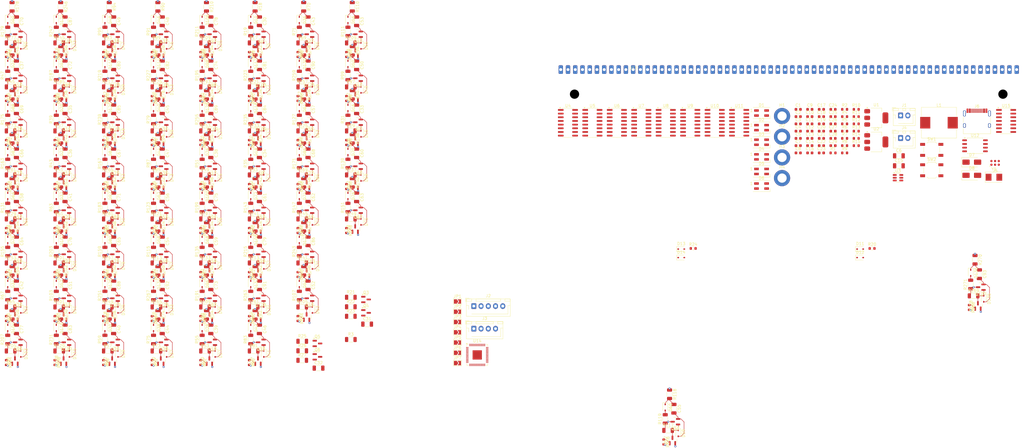
<source format=kicad_pcb>
(kicad_pcb (version 20240108) (generator "pcbnew") (generator_version "8.0")
  (layers (0 "F.Cu" signal) (31 "B.Cu" signal) (36 "B.SilkS" user "B.Silkscreen") (37 "F.SilkS" user "F.Silkscreen") (38 "B.Mask" user) (39 "F.Mask" user) (44 "Edge.Cuts" user))
  (net 0 "")
  (net 1 "+12V")
  (net 2 "+5V")
  (net 3 "+3V3")
  (net 4 "/VUSB")
  (net 5 "Net-(D7-A)")
  (net 6 "Net-(C17-Pad1)")
  (net 7 "+1V1")
  (net 8 "Net-(U14-XOUT)")
  (net 9 "Net-(D1-DOUT)")
  (net 10 "/A_ADDR_LED_5V")
  (net 11 "Net-(D2-DOUT)")
  (net 12 "Net-(D3-DOUT)")
  (net 13 "Net-(D4-DOUT)")
  (net 14 "Net-(D5-DOUT)")
  (net 16 "Net-(D7-K)")
  (net 17 "GND")
  (net 18 "Net-(D9-A)")
  (net 19 "Net-(D9-K)")
  (net 20 "HT")
  (net 21 "Net-(D10-K)")
  (net 22 "Net-(D10-A)")
  (net 23 "Net-(D11-K)")
  (net 24 "Net-(D11-A)")
  (net 25 "Net-(D12-A)")
  (net 26 "Net-(D12-K)")
  (net 27 "Net-(D13-A)")
  (net 28 "Net-(D13-K)")
  (net 29 "Net-(D14-K)")
  (net 30 "Net-(D14-A)")
  (net 31 "Net-(D15-K)")
  (net 32 "Net-(D15-A)")
  (net 33 "Net-(D16-A)")
  (net 34 "Net-(D16-K)")
  (net 35 "Net-(D17-A)")
  (net 36 "Net-(D17-K)")
  (net 37 "Net-(D18-A)")
  (net 38 "Net-(D18-K)")
  (net 39 "Net-(D19-A)")
  (net 40 "Net-(D19-K)")
  (net 41 "Net-(D20-A)")
  (net 42 "Net-(D20-K)")
  (net 43 "Net-(D21-A)")
  (net 44 "Net-(D21-K)")
  (net 45 "Net-(D22-K)")
  (net 46 "Net-(D22-A)")
  (net 47 "Net-(D23-A)")
  (net 48 "Net-(D23-K)")
  (net 49 "Net-(D24-A)")
  (net 50 "Net-(D24-K)")
  (net 51 "Net-(D25-K)")
  (net 52 "Net-(D25-A)")
  (net 53 "Net-(D26-K)")
  (net 54 "Net-(D26-A)")
  (net 55 "Net-(D27-K)")
  (net 56 "Net-(D27-A)")
  (net 57 "Net-(D28-K)")
  (net 58 "Net-(D28-A)")
  (net 59 "Net-(D29-K)")
  (net 60 "Net-(D29-A)")
  (net 61 "Net-(D30-K)")
  (net 62 "Net-(D30-A)")
  (net 63 "Net-(D31-A)")
  (net 64 "Net-(D31-K)")
  (net 65 "Net-(D32-A)")
  (net 66 "Net-(D32-K)")
  (net 67 "Net-(D33-A)")
  (net 68 "Net-(D33-K)")
  (net 69 "Net-(D34-K)")
  (net 70 "Net-(D34-A)")
  (net 71 "Net-(D35-A)")
  (net 72 "Net-(D35-K)")
  (net 73 "Net-(D36-K)")
  (net 74 "Net-(D36-A)")
  (net 75 "Net-(D37-K)")
  (net 76 "Net-(D37-A)")
  (net 77 "Net-(D38-A)")
  (net 78 "Net-(D38-K)")
  (net 79 "Net-(D39-K)")
  (net 80 "Net-(D39-A)")
  (net 81 "Net-(D40-K)")
  (net 82 "Net-(D40-A)")
  (net 83 "Net-(D41-A)")
  (net 84 "Net-(D41-K)")
  (net 85 "Net-(D42-A)")
  (net 86 "Net-(D42-K)")
  (net 87 "Net-(D43-A)")
  (net 88 "Net-(D43-K)")
  (net 89 "Net-(D44-K)")
  (net 90 "Net-(D44-A)")
  (net 91 "Net-(D45-K)")
  (net 92 "Net-(D45-A)")
  (net 93 "Net-(D46-A)")
  (net 94 "Net-(D46-K)")
  (net 95 "Net-(D47-A)")
  (net 96 "Net-(D47-K)")
  (net 97 "Net-(D48-K)")
  (net 98 "Net-(D48-A)")
  (net 99 "Net-(D49-A)")
  (net 100 "Net-(D49-K)")
  (net 101 "Net-(D50-K)")
  (net 102 "Net-(D50-A)")
  (net 103 "Net-(D51-A)")
  (net 104 "Net-(D51-K)")
  (net 105 "Net-(D52-K)")
  (net 106 "Net-(D52-A)")
  (net 107 "Net-(D53-A)")
  (net 108 "Net-(D53-K)")
  (net 109 "Net-(D54-A)")
  (net 110 "Net-(D54-K)")
  (net 111 "Net-(D55-K)")
  (net 112 "Net-(D55-A)")
  (net 113 "Net-(D56-A)")
  (net 114 "Net-(D56-K)")
  (net 115 "Net-(D57-A)")
  (net 116 "Net-(D57-K)")
  (net 117 "Net-(D58-A)")
  (net 118 "Net-(D58-K)")
  (net 119 "Net-(D59-A)")
  (net 120 "Net-(D59-K)")
  (net 121 "Net-(D60-K)")
  (net 122 "Net-(D60-A)")
  (net 123 "Net-(D61-K)")
  (net 124 "Net-(D61-A)")
  (net 125 "Net-(D62-K)")
  (net 126 "Net-(D62-A)")
  (net 127 "Net-(D63-A)")
  (net 128 "Net-(D63-K)")
  (net 129 "Net-(D64-K)")
  (net 130 "Net-(D64-A)")
  (net 131 "Net-(D65-A)")
  (net 132 "Net-(D65-K)")
  (net 133 "Net-(D66-K)")
  (net 134 "Net-(D66-A)")
  (net 135 "Net-(D67-K)")
  (net 136 "Net-(D67-A)")
  (net 137 "Net-(D68-K)")
  (net 138 "Net-(D68-A)")
  (net 139 "Net-(D69-A)")
  (net 140 "Net-(D69-K)")
  (net 141 "Net-(D70-K)")
  (net 142 "Net-(D70-A)")
  (net 143 "Net-(D71-A)")
  (net 144 "Net-(D71-K)")
  (net 145 "Net-(D72-K)")
  (net 146 "Net-(D72-A)")
  (net 147 "Net-(D73-A)")
  (net 148 "Net-(D73-K)")
  (net 149 "Net-(D74-A)")
  (net 150 "Net-(D74-K)")
  (net 151 "Net-(D75-A)")
  (net 152 "Net-(D75-K)")
  (net 153 "Net-(D76-A)")
  (net 154 "Net-(D76-K)")
  (net 155 "Net-(D77-A)")
  (net 156 "Net-(D77-K)")
  (net 157 "Net-(D78-A)")
  (net 158 "Net-(D78-K)")
  (net 159 "Net-(D79-A)")
  (net 160 "Net-(D79-K)")
  (net 161 "Net-(D80-K)")
  (net 162 "Net-(D80-A)")
  (net 163 "Net-(D81-A)")
  (net 164 "Net-(D81-K)")
  (net 165 "Net-(D82-A)")
  (net 166 "Net-(D82-K)")
  (net 167 "Net-(D83-A)")
  (net 168 "Net-(D83-K)")
  (net 169 "Net-(D84-K)")
  (net 170 "Net-(D84-A)")
  (net 171 "Net-(D85-A)")
  (net 172 "Net-(D85-K)")
  (net 173 "Net-(D86-A)")
  (net 174 "Net-(D86-K)")
  (net 175 "Net-(D87-A)")
  (net 176 "Net-(D87-K)")
  (net 177 "Net-(D88-K)")
  (net 178 "Net-(D88-A)")
  (net 179 "Net-(D89-A)")
  (net 180 "Net-(D89-K)")
  (net 181 "Net-(D90-A)")
  (net 182 "Net-(D90-K)")
  (net 183 "Net-(D91-A)")
  (net 184 "Net-(D91-K)")
  (net 185 "Net-(D92-K)")
  (net 186 "Net-(D92-A)")
  (net 187 "Net-(D93-A)")
  (net 188 "Net-(D93-K)")
  (net 189 "Net-(D94-A)")
  (net 190 "Net-(D94-K)")
  (net 191 "Net-(D95-A)")
  (net 192 "Net-(D95-K)")
  (net 193 "Net-(D96-A)")
  (net 194 "Net-(D96-K)")
  (net 195 "Net-(D97-K)")
  (net 196 "Net-(D97-A)")
  (net 197 "Net-(D98-A)")
  (net 198 "Net-(D98-K)")
  (net 199 "Net-(D99-K)")
  (net 200 "Net-(D99-A)")
  (net 201 "Net-(D100-K)")
  (net 202 "Net-(D100-A)")
  (net 203 "Net-(D101-A)")
  (net 204 "Net-(D101-K)")
  (net 205 "Net-(D102-A)")
  (net 206 "Net-(D102-K)")
  (net 207 "Net-(D103-K)")
  (net 208 "Net-(D103-A)")
  (net 209 "Net-(D104-K)")
  (net 210 "Net-(D104-A)")
  (net 211 "Net-(D105-K)")
  (net 212 "Net-(D105-A)")
  (net 213 "Net-(D106-A)")
  (net 214 "Net-(D106-K)")
  (net 215 "Net-(D107-A)")
  (net 216 "Net-(D107-K)")
  (net 217 "Net-(D108-A)")
  (net 218 "Net-(D108-K)")
  (net 219 "Net-(D109-K)")
  (net 220 "Net-(D109-A)")
  (net 221 "Net-(D110-K)")
  (net 222 "Net-(D110-A)")
  (net 223 "Net-(D111-K)")
  (net 224 "Net-(D111-A)")
  (net 225 "Net-(D112-A)")
  (net 226 "Net-(D112-K)")
  (net 227 "Net-(D113-K)")
  (net 228 "Net-(D113-A)")
  (net 229 "Net-(D114-A)")
  (net 230 "Net-(D114-K)")
  (net 231 "Net-(D115-A)")
  (net 232 "Net-(D115-K)")
  (net 233 "Net-(D116-K)")
  (net 234 "Net-(D116-A)")
  (net 235 "Net-(D117-K)")
  (net 236 "Net-(D117-A)")
  (net 237 "Net-(D118-A)")
  (net 238 "Net-(D118-K)")
  (net 239 "Net-(D119-A)")
  (net 240 "Net-(D119-K)")
  (net 241 "Net-(D120-A)")
  (net 242 "Net-(D120-K)")
  (net 243 "Net-(D121-K)")
  (net 244 "Net-(D121-A)")
  (net 245 "Net-(D122-K)")
  (net 246 "Net-(D122-A)")
  (net 247 "Net-(D123-A)")
  (net 248 "Net-(D123-K)")
  (net 249 "Net-(D124-A)")
  (net 250 "Net-(D124-K)")
  (net 251 "Net-(D125-A)")
  (net 252 "Net-(D125-K)")
  (net 253 "Net-(D126-K)")
  (net 254 "Net-(D126-A)")
  (net 255 "Net-(D127-K)")
  (net 256 "Net-(D127-A)")
  (net 257 "Net-(D128-A)")
  (net 258 "Net-(D128-K)")
  (net 259 "Net-(D129-A)")
  (net 260 "Net-(D129-K)")
  (net 261 "Net-(D130-A)")
  (net 262 "Net-(D130-K)")
  (net 263 "Net-(D131-A)")
  (net 264 "Net-(D131-K)")
  (net 265 "Net-(D132-K)")
  (net 266 "Net-(D132-A)")
  (net 267 "Net-(D133-A)")
  (net 268 "Net-(D133-K)")
  (net 269 "Net-(D134-K)")
  (net 270 "Net-(D134-A)")
  (net 271 "Net-(D135-A)")
  (net 272 "Net-(D135-K)")
  (net 273 "Net-(D136-A)")
  (net 274 "Net-(D136-K)")
  (net 275 "/RST")
  (net 277 "Net-(J5-SWDIO)")
  (net 278 "Net-(J5-SWCLK)")
  (net 279 "/USB_D+")
  (net 281 "Net-(J6-CC2)")
  (net 282 "/USB_D-")
  (net 283 "Net-(J6-CC1)")
  (net 285 "/BAT_DIV")
  (net 286 "/HV_DIV")
  (net 287 "/CHARGE_EN")
  (net 288 "Net-(U3-FB)")
  (net 289 "Net-(U12-~{CS})")
  (net 290 "/~{USB_BOOT}")
  (net 291 "Net-(U14-XIN)")
  (net 292 "Net-(U14-USB_DP)")
  (net 293 "Net-(U14-USB_DM)")
  (net 294 "Net-(Q2-B)")
  (net 295 "/AI1")
  (net 296 "Net-(Q4-B)")
  (net 297 "/AI2")
  (net 298 "Net-(Q6-B)")
  (net 299 "/AI3")
  (net 300 "/AI4")
  (net 301 "Net-(Q8-B)")
  (net 302 "/AI5")
  (net 303 "Net-(Q10-B)")
  (net 304 "/AI7")
  (net 305 "Net-(Q12-B)")
  (net 306 "/AI8")
  (net 307 "Net-(Q14-B)")
  (net 308 "/AI6")
  (net 309 "Net-(Q16-B)")
  (net 310 "/AI9")
  (net 311 "Net-(Q18-B)")
  (net 312 "/AI11")
  (net 313 "Net-(Q20-B)")
  (net 314 "Net-(Q22-B)")
  (net 315 "/AI12")
  (net 316 "/AI10")
  (net 317 "Net-(Q24-B)")
  (net 318 "/AI13")
  (net 319 "Net-(Q26-B)")
  (net 320 "/AI15")
  (net 321 "Net-(Q28-B)")
  (net 322 "/AI16")
  (net 323 "Net-(Q30-B)")
  (net 324 "Net-(Q32-B)")
  (net 325 "/AI14")
  (net 326 "Net-(Q34-B)")
  (net 327 "/AI17")
  (net 328 "/AI19")
  (net 329 "Net-(Q36-B)")
  (net 330 "Net-(Q38-B)")
  (net 331 "/AI20")
  (net 332 "/AI18")
  (net 333 "Net-(Q40-B)")
  (net 334 "Net-(Q42-B)")
  (net 335 "/AI21")
  (net 336 "/AI23")
  (net 337 "Net-(Q44-B)")
  (net 338 "/AI24")
  (net 339 "Net-(Q46-B)")
  (net 340 "/AI22")
  (net 341 "Net-(Q48-B)")
  (net 342 "/AI25")
  (net 343 "Net-(Q50-B)")
  (net 344 "Net-(Q52-B)")
  (net 345 "/AI27")
  (net 346 "/AI28")
  (net 347 "Net-(Q54-B)")
  (net 348 "Net-(Q56-B)")
  (net 349 "/AI26")
  (net 350 "/AI29")
  (net 351 "Net-(Q58-B)")
  (net 352 "Net-(Q60-B)")
  (net 353 "/AI31")
  (net 354 "Net-(Q62-B)")
  (net 355 "/AI32")
  (net 356 "/AI30")
  (net 357 "Net-(Q64-B)")
  (net 358 "/AI33")
  (net 359 "Net-(Q66-B)")
  (net 360 "/AI35")
  (net 361 "Net-(Q68-B)")
  (net 362 "/AI36")
  (net 363 "Net-(Q70-B)")
  (net 364 "/AI34")
  (net 365 "Net-(Q72-B)")
  (net 366 "/AI37")
  (net 367 "Net-(Q74-B)")
  (net 368 "Net-(Q76-B)")
  (net 369 "/AI39")
  (net 370 "Net-(Q78-B)")
  (net 371 "/AI40")
  (net 372 "/AI38")
  (net 373 "Net-(Q80-B)")
  (net 374 "Net-(Q82-B)")
  (net 375 "/AI41")
  (net 376 "Net-(Q84-B)")
  (net 377 "/AI43")
  (net 378 "Net-(Q86-B)")
  (net 379 "/AI44")
  (net 380 "Net-(Q88-B)")
  (net 381 "/AI42")
  (net 382 "Net-(Q90-B)")
  (net 383 "/AI45")
  (net 384 "/AI47")
  (net 385 "Net-(Q92-B)")
  (net 386 "/AI48")
  (net 387 "Net-(Q94-B)")
  (net 388 "Net-(Q96-B)")
  (net 389 "/AI46")
  (net 390 "/AI49")
  (net 391 "Net-(Q98-B)")
  (net 392 "/AI51")
  (net 393 "Net-(Q100-B)")
  (net 394 "/AI52")
  (net 395 "Net-(Q102-B)")
  (net 396 "/AI50")
  (net 397 "Net-(Q104-B)")
  (net 398 "Net-(Q106-B)")
  (net 399 "/AI53")
  (net 400 "/AI55")
  (net 401 "Net-(Q108-B)")
  (net 402 "/AI56")
  (net 403 "Net-(Q110-B)")
  (net 404 "Net-(Q112-B)")
  (net 405 "/AI54")
  (net 406 "Net-(Q114-B)")
  (net 407 "/AI57")
  (net 408 "Net-(Q116-B)")
  (net 409 "/AI59")
  (net 410 "Net-(Q118-B)")
  (net 411 "/AI60")
  (net 412 "/AI58")
  (net 413 "Net-(Q120-B)")
  (net 414 "Net-(Q122-B)")
  (net 415 "/AI61")
  (net 416 "Net-(Q124-B)")
  (net 417 "/AI63")
  (net 418 "Net-(Q126-B)")
  (net 419 "/AI64")
  (net 420 "/AI62")
  (net 421 "Net-(Q128-B)")
  (net 423 "Net-(JP1-A)")
  (net 424 "/SR_SHCP")
  (net 425 "/~SR_OE")
  (net 426 "/~SR_MC")
  (net 427 "/SR_STCP")
  (net 428 "/SR_D1")
  (net 429 "/SR_D2")
  (net 430 "Net-(JP2-A)")
  (net 431 "/SR_D3")
  (net 432 "Net-(JP3-A)")
  (net 433 "/SR_D4")
  (net 434 "Net-(JP4-A)")
  (net 435 "Net-(JP5-A)")
  (net 436 "/SR_D5")
  (net 437 "/SR_D6")
  (net 438 "Net-(JP6-A)")
  (net 439 "/SR_D7")
  (net 440 "Net-(JP7-A)")
  (net 442 "/SR_D8")
  (net 443 "Net-(U12-IO2)")
  (net 444 "Net-(U12-DI(IO0))")
  (net 445 "Net-(U12-CLK)")
  (net 446 "Net-(U12-IO3)")
  (net 447 "Net-(U12-DO(IO1))")
  (net 448 "/AO6")
  (net 449 "/AO41")
  (net 450 "/AO11")
  (net 451 "/AO52")
  (net 452 "/AO33")
  (net 453 "/AO7")
  (net 454 "/AO1")
  (net 455 "/AO54")
  (net 456 "/AO2")
  (net 457 "/AO3")
  (net 458 "/AO20")
  (net 459 "/AO62")
  (net 460 "/AO40")
  (net 461 "/AO42")
  (net 462 "/AO36")
  (net 463 "/AO24")
  (net 464 "/AO17")
  (net 465 "/AO35")
  (net 466 "/AO50")
  (net 467 "/AO4")
  (net 468 "/AO31")
  (net 469 "/AO55")
  (net 470 "/AO19")
  (net 471 "/AO30")
  (net 472 "/AO61")
  (net 473 "/AO27")
  (net 474 "/AO14")
  (net 475 "/AO48")
  (net 476 "/AO51")
  (net 477 "/AO58")
  (net 478 "/AO64")
  (net 479 "/AO15")
  (net 480 "/AO32")
  (net 481 "/AO56")
  (net 482 "/AO49")
  (net 483 "/AO53")
  (net 484 "/AO9")
  (net 485 "/AO39")
  (net 486 "/AO34")
  (net 487 "/AO26")
  (net 488 "/AO12")
  (net 489 "/AO10")
  (net 490 "/AO37")
  (net 491 "/AO13")
  (net 492 "/AO25")
  (net 493 "/AO28")
  (net 494 "/AO38")
  (net 495 "/AO44")
  (net 496 "/AO63")
  (net 497 "/AO43")
  (net 498 "/AO8")
  (net 499 "/AO23")
  (net 500 "/AO46")
  (net 501 "/AO47")
  (net 502 "/AO60")
  (net 503 "/AO59")
  (net 504 "/AO29")
  (net 505 "/AO57")
  (net 506 "/AO5")
  (net 507 "/AO18")
  (net 508 "/AO45")
  (net 509 "/AO21")
  (net 510 "/AO22")
  (net 511 "/AO16")
  (net 512 "Net-(U15-Pad2)")
  (net 513 "Net-(U15-Pad6)")
  (net 514 "/K_CLK_5V")
  (net 515 "/K_RST_5V")
  (net 516 "/K_ADDR_LED")
  (net 517 "/K_CLK")
  (net 518 "/K_RST")
  (net 519 "/K_ADDR_LED_5V")
  (net 520 "/A_ADDR_LED")
  (footprint "Diode_SMD:D_SOD-323" (layer "F.Cu") (at -64.635 103.085 -90)
    (property "Reference" "D104")
    (property "Value" "D")
  )
  (footprint "Diode_SMD:D_SOD-323" (layer "F.Cu") (at 19.315 -3.455 -90)
    (property "Reference" "D10")
    (property "Value" "D")
  )
  (footprint "Diode_SMD:D_SOD-323" (layer "F.Cu") (at -26.555 81.595 -90)
    (property "Reference" "D79")
    (property "Value" "D")
  )
  (footprint "Resistor_SMD:R_1206_3216Metric" (layer "F.Cu") (at -29.555 7.215 -90)
    (property "Reference" "R218")
    (property "Value" "100K")
  )
  (footprint "Diode_SMD:D_SOD-323" (layer "F.Cu") (at 19.315 11.765 -90)
    (property "Reference" "D112")
    (property "Value" "D")
  )
  (footprint "Capacitor_SMD:C_0603_1608Metric" (layer "F.Cu") (at 216.46 27.474)
    (property "Reference" "C17")
    (property "Value" "4.7pF")
  )
  (footprint "Resistor_SMD:R_1206_3216Metric" (layer "F.Cu") (at -46.345 83.315 -90)
    (property "Reference" "R102")
    (property "Value" "100K")
  )
  (footprint "Package_TO_SOT_SMD:SOT-23" (layer "F.Cu") (at -45.345 23.215 90)
    (property "Reference" "Q86")
    (property "Value" "Q_NPN_BEC")
  )
  (footprint "Resistor_SMD:R_1206_3216Metric" (layer "F.Cu") (at 53.895 92.465)
    (property "Reference" "R21")
    (property "Value" "220K")
  )
  (footprint "Diode_SMD:D_SOD-323" (layer "F.Cu") (at 52.895 57.425 -90)
    (property "Reference" "D76")
    (property "Value" "D")
  )
  (footprint "Diode_SMD:D_SOD-323" (layer "F.Cu") (at -31.055 -3.455 -90)
    (property "Reference" "D48")
    (property "Value" "D")
  )
  (footprint "Capacitor_SMD:C_1206_3216Metric" (layer "F.Cu") (at 55.895 -3.005 -90)
    (property "Reference" "C53")
    (property "Value" "1n")
  )
  (footprint "Capacitor_SMD:C_1206_3216Metric" (layer "F.Cu") (at -28.055 -3.005 -90)
    (property "Reference" "C49")
    (property "Value" "1n")
  )
  (footprint "Package_TO_SOT_SMD:SOT-23" (layer "F.Cu") (at -61.135 62.375 180)
    (property "Reference" "Q57")
    (property "Value" "Q_NPN_BEC")
  )
  (footprint "LED_SMD:LED_SK6812MINI_PLCC4_3.5x3.5mm_P1.75mm" (layer "F.Cu") (at 195.775 48.944)
    (property "Reference" "D5")
    (property "Value" "SK6812")
  )
  (footprint "Resistor_SMD:R_0603_1608Metric" (layer "F.Cu") (at -65.135 23.715 -90)
    (property "Reference" "R44")
    (property "Value" "10K")
  )
  (footprint "Package_TO_SOT_SMD:SOT-23" (layer "F.Cu") (at -10.765 1.495 180)
    (property "Reference" "Q37")
    (property "Value" "Q_NPN_BEC")
  )
  (footprint "Package_TO_SOT_SMD:SOT-23" (layer "F.Cu") (at 55.395 53.655 90)
    (property "Reference" "Q62")
    (property "Value" "Q_NPN_BEC")
  )
  (footprint "Resistor_SMD:R_1206_3216Metric" (layer "F.Cu") (at -47.845 46.205 90)
    (property "Reference" "R43")
    (property "Value" "4.7K")
  )
  (footprint "Resistor_SMD:R_1206_3216Metric" (layer "F.Cu") (at -63.135 52.875 -90)
    (property "Reference" "R130")
    (property "Value" "100K")
  )
  (footprint "Package_TO_SOT_SMD:SOT-23" (layer "F.Cu") (at -27.555 1.495 180)
    (property "Reference" "Q39")
    (property "Value" "Q_NPN_BEC")
  )
  (footprint "Resistor_SMD:R_1206_3216Metric" (layer "F.Cu") (at 37.605 37.655 -90)
    (property "Reference" "R170")
    (property "Value" "100K")
  )
  (footprint "Package_TO_SOT_SMD:SOT-23" (layer "F.Cu") (at 6.025 108.035 180)
    (property "Reference" "Q19")
    (property "Value" "Q_NPN_BEC")
  )
  (footprint "Capacitor_SMD:C_0603_1608Metric" (layer "F.Cu") (at 212.45 27.474)
    (property "Reference" "C9")
    (property "Value" "1u")
  )
  (footprint "Package_TO_SOT_SMD:SOT-23" (layer "F.Cu") (at 166 135.5 180)
    (property "Reference" "Q51")
    (property "Value" "Q_NPN_BEC")
  )
  (footprint "Resistor_SMD:R_0603_1608Metric" (layer "F.Cu") (at -48.345 115.035 -90)
    (property "Reference" "R228")
    (property "Value" "10K")
  )
  (footprint "Diode_SMD:D_SOD-323" (layer "F.Cu") (at 36.105 72.645 -90)
    (property "Reference" "D122")
    (property "Value" "D")
  )
  (footprint "Resistor_SMD:R_0603_1608Metric" (layer "F.Cu") (at 172.16 75.574)
    (property "Reference" "R24")
    (property "Value" "10K")
  )
  (footprint "Diode_SMD:D_SOD-323" (layer "F.Cu") (at -47.845 57.425 -90)
    (property "Reference" "D32")
    (property "Value" "D")
  )
  (footprint "Resistor_SMD:R_1206_3216Metric" (layer "F.Cu") (at 3.525 95.815)
    (property "Reference" "R189")
    (property "Value" "220K")
  )
  (footprint "Capacitor_SMD:C_1206_3216Metric" (layer "F.Cu") (at 5.525 42.655 -90)
    (property "Reference" "C38")
    (property "Value" "1n")
  )
  (footprint "Resistor_SMD:R_1206_3216Metric" (layer "F.Cu") (at 19.315 91.865 90)
    (property "Reference" "R263")
    (property "Value" "4.7K")
  )
  (footprint "Capacitor_SMD:C_1206_3216Metric" (layer "F.Cu") (at -11.265 27.435 -90)
    (property "Reference" "C45")
    (property "Value" "1n")
  )
  (footprint "Resistor_SMD:R_1206_3216Metric" (layer "F.Cu") (at -63.635 80.595)
    (property "Reference" "R153")
    (property "Value" "220K")
  )
  (footprint "LED_SMD:LED_SK6812MINI_PLCC4_3.5x3.5mm_P1.75mm" (layer "F.Cu") (at 195.775 28.744)
    (property "Reference" "D1")
    (property "Value" "SK6812")
  )
  (footprint "Diode_SMD:D_SOD-323" (layer "F.Cu") (at -64.635 42.205 -90)
    (property "Reference" "D82")
    (property "Value" "D")
  )
  (footprint "Package_TO_SOT_SMD:SOT-23" (layer "F.Cu") (at 56.395 16.715 180)
    (property "Reference" "Q41")
    (property "Value" "Q_NPN_BEC")
  )
  (footprint "Resistor_SMD:R_1206_3216Metric" (layer "F.Cu") (at 4.025 37.655 -90)
    (property "Reference" "R50")
    (property "Value" "100K")
  )
  (footprint "Capacitor_SMD:C_0603_1608Metric" (layer "F.Cu") (at 216.46 32.494)
    (property "Reference" "C19")
    (property "Value" "4.7pF")
  )
  (footprint "Capacitor_SMD:C_1206_3216Metric" (layer "F.Cu") (at -61.635 57.875 -90)
    (property "Reference" "C58")
    (property "Value" "1n")
  )
  (footprint "Diode_SMD:D_SOD-323" (layer "F.Cu") (at 7.025 51.155 -90)
    (property "Reference" "D25")
    (property "Value" "D")
  )
  (footprint "Resistor_SMD:R_1206_3216Metric" (layer "F.Cu") (at -30.055 65.375)
    (property "Reference" "R181")
    (property "Value" "220K")
  )
  (footprint "Capacitor_SMD:C_0603_1608Metric" (layer "F.Cu") (at 216.46 37.514)
    (property "Reference" "C21")
    (property "Value" "1uf")
  )
  (footprint "Diode_SMD:D_SOD-323" (layer "F.Cu") (at 36.105 57.425 -90)
    (property "Reference" "D74")
    (property "Value" "D")
  )
  (footprint "Resistor_SMD:R_1206_3216Metric" (layer "F.Cu") (at 20.815 98.535 -90)
    (property "Reference" "R82")
    (property "Value" "100K")
  )
  (footprint "Diode_SMD:D_SOD-323" (layer "F.Cu") (at -60.135 51.155 -90)
    (property "Reference" "D81")
    (property "Value" "D")
  )
  (footprint "Resistor_SMD:R_0603_1608Metric" (layer "F.Cu") (at 35.605 54.155 -90)
    (property "Reference" "R168")
    (property "Value" "10K")
  )
  (footprint "Diode_SMD:D_SOD-323" (layer "F.Cu") (at -47.845 -3.455 -90)
    (property "Reference" "D124")
    (property "Value" "D")
  )
  (footprint "Package_TO_SOT_SMD:SOT-23" (layer "F.Cu") (at 6.025 62.375 180)
    (property "Reference" "Q91")
    (property "Value" "Q_NPN_BEC")
  )
  (footprint "Resistor_SMD:R_1206_3216Metric" (layer "F.Cu") (at 37.105 95.815)
    (property "Reference" "R105")
    (property "Value" "220K")
  )
  (footprint "Resistor_SMD:R_0603_1608Metric" (layer "F.Cu") (at -31.555 23.715 -90)
    (property "Reference" "R216")
    (property "Value" "10K")
  )
  (footprint "Resistor_SMD:R_0603_1608Metric" (layer "F.Cu") (at 18.815 69.375 -90)
    (property "Reference" "R140")
    (property "Value" "10K")
  )
  (footprint "Resistor_SMD:R_0603_1608Metric" (layer "F.Cu") (at 224.48 37.514)
    (property "Reference" "R7")
    (property "Value" "10K")
  )
  (footprint "MountingHole:MountingHole_3.2mm_M3_DIN965_Pad" (layer "F.Cu") (at 202.86 51.244)
    (property "Reference" "H4")
    (property "Value" "H")
  )
  (footprint "Resistor_SMD:R_1206_3216Metric" (layer "F.Cu") (at -64.635 46.205 90)
    (property "Reference" "R163")
    (property "Value" "4.7K")
  )
  (footprint "Package_TO_SOT_SMD:SOT-23" (layer "F.Cu") (at -11.765 84.095 90)
    (property "Reference" "Q50")
    (property "Value" "Q_NPN_BEC")
  )
  (footprint "Resistor_SMD:R_0603_1608Metric" (layer "F.Cu") (at 228.49 29.984)
    (property "Reference" "R11")
    (property "Value" "1K")
  )
  (footprint "Package_TO_SOT_SMD:SOT-23" (layer "F.Cu") (at -45.345 99.315 90)
    (property "Reference" "Q44")
    (property "Value" "Q_NPN_BEC")
  )
  (footprint "Package_TO_SOT_SMD:SOT-23" (layer "F.Cu") (at 165 142 90)
    (property "Reference" "Q52")
    (property "Value" "Q_NPN_BEC")
  )
  (footprint "Diode_SMD:D_SOD-323" (layer "F.Cu") (at -26.555 96.815 -90)
    (property "Reference" "D125")
    (property "Value" "D")
  )
  (footprint "Resistor_SMD:R_1206_3216Metric" (layer "F.Cu") (at -63.635 19.715)
    (property "Reference" "R45")
    (property "Value" "220K")
  )
  (footprint "Resistor_SMD:R_0603_1608Metric" (layer "F.Cu") (at -14.765 54.155 -90)
    (property "Reference" "R84")
    (property "Value" "10K")
  )
  (footprint "Capacitor_SMD:C_1206_3216Metric" (layer "F.Cu") (at -11.265 57.875 -90)
    (property "Reference" "C56")
    (property "Value" "1n")
  )
  (footprint "Capacitor_SMD:C_1206_3216Metric" (layer "F.Cu") (at 39.105 27.435 -90)
    (property "Reference" "C57")
    (property "Value" "1n")
  )
  (footprint "Diode_SMD:D_SOD-323" (layer "F.Cu") (at -31.055 103.085 -90)
    (property "Reference" "D30")
    (property "Value" "D")
  )
  (footprint "Diode_SMD:D_SOD-323" (layer "F.Cu") (at 36.105 11.765 -90)
    (property "Reference" "D130")
    (property "Value" "D")
  )
  (footprint "Diode_SMD:D_SOD-323" (layer "F.Cu") (at 19.315 103.085 -90)
    (property "Reference" "D42")
    (property "Value" "D")
  )
  (footprint "Resistor_SMD:R_1206_3216Metric" (layer "F.Cu") (at -63.135 98.535 -90)
    (property "Reference" "R206")
    (property "Value" "100K")
  )
  (footprint "Package_TO_SOT_SMD:SOT-23" (layer "F.Cu") (at 39.605 1.495 180)
    (property "Reference" "Q27")
    (property "Value" "Q_NPN_BEC")
  )
  (footprint "Capacitor_SMD:C_0603_1608Metric" (layer "F.Cu") (at 208.44 42.534)
    (property "Reference" "C8")
    (property "Value" "1u")
  )
  (footprint "Capacitor_SMD:C_1206_3216Metric" (layer "F.Cu") (at 55.895 12.215 -90)
    (property "Reference" "C50")
    (property "Value" "1n")
  )
  (footprint "Diode_SMD:D_SOD-323" (layer "F.Cu") (at -43.345 5.495 -90)
    (property "Reference" "D123")
    (property "Value" "D")
  )
  (footprint "Diode_SMD:D_SOD-323" (layer "F.Cu") (at -60.135 20.715 -90)
    (property "Reference" "D23")
    (property "Value" "D")
  )
  (footprint "Capacitor_SMD:C_0603_1608Metric" (layer "F.Cu") (at 208.44 32.494)
    (property "Reference" "C3")
    (property "Value" "1u")
  )
  (footprint "Package_TO_SOT_SMD:SOT-23" (layer "F.Cu") (at 55.395 23.215 90)
    (property "Reference" "Q42")
    (property "Value" "Q_NPN_BEC")
  )
  (footprint "Resistor_SMD:R_1206_3216Metric" (layer "F.Cu") (at -13.265 50.155)
    (property "Reference" "R85")
    (property "Value" "220K")
  )
  (footprint "Package_TO_SOT_SMD:SOT-23" (layer "F.Cu") (at 6.025 92.815 180)
    (property "Reference" "Q87")
    (property "Value" "Q_NPN_BEC")
  )
  (footprint "Package_TO_SOT_SMD:SOT-23" (layer "F.Cu") (at 38.605 7.995 90)
    (property "Reference" "Q28")
    (property "Value" "Q_NPN_BEC")
  )
  (footprint "Resistor_SMD:R_1206_3216Metric" (layer "F.Cu") (at -31.055 0.545 90)
    (property "Reference" "R95")
    (property "Value" "4.7K")
  )
  (footprint "Diode_SMD:D_SOD-323" (layer "F.Cu") (at -9.765 81.595 -90)
    (property "Reference" "D57")
    (property "Value" "D")
  )
  (footprint "Connector_JST:JST_XH_B4B-XH-AM_1x04_P2.50mm_Vertical" (layer "F.Cu") (at 96.3825 103.32)
    (property "Reference" "J3")
    (property "Value" "Conn_01x04")
  )
  (footprint "Resistor_SMD:R_1206_3216Metric" (layer "F.Cu") (at -12.765 -8.005 -90)
    (property "Reference" "R90")
    (property "Value" "100K")
  )
  (footprint "Jumper:SolderJumper-2_P1.3mm_Open_TrianglePad1.0x1.5mm" (layer "F.Cu") (at 90.7325 97.47)
    (property "Reference" "JP2")
    (property "Value" "Jumper_2_Open")
  )
  (footprint "Diode_SMD:D_SOD-323" (layer "F.Cu") (at -60.135 35.935 -90)
    (property "Reference" "D87")
    (property "Value" "D")
  )
  (footprint "Package_TO_SOT_SMD:SOT-23" (layer "F.Cu") (at 39.605 92.815 180)
    (property "Reference" "Q45")
    (property "Value" "Q_NPN_BEC")
  )
  (footprint "Inductor_SMD:L_Chilisin_BMRF00101040" (layer "F.Cu") (at 257.07 32.089)
    (property "Reference" "L1")
    (property "Value" "22uH")
  )
  (footprint "Package_TO_SOT_SMD:SOT-23" (layer "F.Cu") (at -27.555 108.035 180)
    (property "Reference" "Q21")
    (property "Value" "Q_NPN_BEC")
  )
  (footprint "Capacitor_SMD:C_1206_3216Metric" (layer "F.Cu") (at -44.845 27.435 -90)
    (property "Reference" "C35")
    (property "Value" "1n")
  )
  (footprint "Resistor_SMD:R_1206_3216Metric" (layer "F.Cu") (at -63.135 7.215 -90)
    (property "Reference" "R46")
    (property "Value" "100K")
  )
  (footprint "Package_TO_SOT_SMD:SOT-23" (layer "F.Cu") (at 39.605 77.595 180)
    (property "Reference" "Q113")
    (property "Value" "Q_NPN_BEC")
  )
  (footprint "Capacitor_SMD:C_1206_3216Metric" (layer "F.Cu") (at 271.025 84.475 -90)
    (property "Reference" "C93")
    (property "Value" "1n")
  )
  (footprint "Capacitor_SMD:C_1206_3216Metric" (layer "F.Cu") (at 22.315 42.655 -90)
    (property "Reference" "C34")
    (property "Value" "1n")
  )
  (footprint "Package_TO_SOT_SMD:SOT-23" (layer "F.Cu") (at 5.025 68.875 90)
    (property "Reference" "Q92")
    (property "Value" "Q_NPN_BEC")
  )
  (footprint "Package_SO:SOIC-16_3.9x9.9mm_P1.27mm" (layer "F.Cu") (at 145.79 32.114)
    (property "Reference" "U6")
    (property "Value" "74AHCT595")
  )
  (footprint "Resistor_SMD:R_1206_3216Metric" (layer "F.Cu") (at -46.845 65.375)
    (property "Reference" "R61")
    (property "Value" "220K")
  )
  (footprint "Capacitor_SMD:C_1206_3216Metric" (layer "F.Cu") (at -61.635 -3.005 -90)
    (property "Reference" "C70")
    (property "Value" "1n")
  )
  (footprint "Diode_SMD:D_SOD-323" (layer "F.Cu") (at 40.605 96.815 -90)
    (property "Reference" "D53")
    (property "Value" "D")
  )
  (footprint "Diode_SMD:D_SOD-323" (layer "F.Cu") (at -26.555 66.375 -90)
    (property "Reference" "D91")
    (property "Value" "D")
  )
  (footprint "Capacitor_SMD:C_1206_3216Metric" (layer "F.Cu") (at 5.525 103.535 -90)
    (property "Reference" "C39")
    (property "Value" "1n")
  )
  (footprint "Resistor_SMD:R_1206_3216Metric" (layer "F.Cu") (at -63.135 -8.005 -90)
    (property "Reference" "R178")
    (property "Value" "100K")
  )
  (footprint "Resistor_SMD:R_1206_3216Metric" (layer "F.Cu") (at -13.265 95.815)
    (property "Reference" "R265")
    (property "Value" "220K")
  )
  (footprint "Resistor_SMD:R_1206_3216Metric" (layer "F.Cu") (at -46.345 52.875 -90)
    (property "Reference" "R62")
    (property "Value" "100K")
  )
  (footprint "Package_TO_SOT_SMD:SOT-23" (layer "F.Cu") (at -45.345 68.875 90)
    (property "Reference" "Q24")
    (property "Value" "Q_NPN_BEC")
  )
  (footprint "Resistor_SMD:R_1206_3216Metric" (layer "F.Cu") (at 37.605 -8.005 -90)
    (property "Reference" "R70")
    (property "Value" "100K")
  )
  (footprint "Jumper:SolderJumper-2_P1.3mm_Open_TrianglePad1.0x1.5mm" (layer "F.Cu") (at 90.7325 104.57)
    (property "Reference" "JP4")
    (property "Value" "Jumper_2_Open")
  )
  (footprint "Resistor_SMD:R_1206_3216Metric" (layer "F.Cu") (at -14.265 107.085 90)
    (property "Reference" "R75")
    (property "Value" "4.7K")
  )
  (footprint "Resistor_SMD:R_1206_3216Metric" (layer "F.Cu") (at -46.845 80.595)
    (property "Reference" "R201")
    (property "Value" "220K")
  )
  (footprint "Resistor_SMD:R_1206_3216Metric" (layer "F.Cu") (at -12.765 98.535 -90)
    (property "Reference" "R74")
    (property "Value" "100K")
  )
  (footprint "Resistor_SMD:R_1206_3216Metric" (layer "F.Cu") (at 4.025 52.875 -90)
    (property "Reference" "R198")
    (property "Value" "100K")
  )
  (footprint "Package_TO_SOT_SMD:SOT-23" (layer "F.Cu") (at 22.815 108.035 180)
    (property "Reference" "Q33")
    (property "Value" "Q_NPN_BEC")
  )
  (footprint "Resistor_SMD:R_0603_1608Metric" (layer "F.Cu") (at 18.815 8.495 -90)
    (property "Reference" "R16")
    (property "Value" "10K")
  )
  (footprint "Resistor_SMD:R_1206_3216Metric" (layer "F.Cu") (at 20.815 22.435 -90)
    (property "Reference" "R234")
    (property "Value" "100K")
  )
  (footprint "Package_TO_SOT_SMD:SOT-23" (layer "F.Cu") (at -11.765 99.315 90)
    (property "Reference" "Q126")
    (property "Value" "Q_NPN_BEC")
  )
  (footprint "Connector_JST:JST_XH_B2B-XH-AM_1x02_P2.50mm_Vertical" (layer "F.Cu") (at 243.82 37.394)
    (property "Reference" "J4")
    (property "Value" "Conn_01x02")
  )
  (footprint "Package_TO_SOT_SMD:SOT-23" (layer "F.Cu") (at 21.815 23.215 90)
    (property "Reference" "Q104")
    (property "Value" "Q_NPN_BEC")
  )
  (footprint "Package_DFN_QFN:QFN-56-1EP_7x7mm_P0.4mm_EP3.2x3.2mm" (layer "F.Cu") (at 97.5625 112.4)
    (property "Reference" "U14")
    (property "Value" "RP2040")
  )
  (footprint "Diode_SMD:D_SOD-323" (layer "F.Cu") (at -43.345 81.595 -90)
    (property "Reference" "D101")
    (property "Value" "D")
  )
  (footprint "Diode_SMD:D_SOD-323" (layer "F.Cu") (at -26.555 35.935 -90)
    (property "Reference" "D119")
    (property "Value" "D")
  )
  (footprint "Package_TO_SOT_SMD:SOT-23" (layer "F.Cu") (at 38.605 23.215 90)
    (property "Reference" "Q122")
    (property "Value" "Q_NPN_BEC")
  )
  (footprint "Package_TO_SOT_SMD:SOT-23" (layer "F.Cu") (at -10.765 16.715 180)
    (property "Reference" "Q105")
    (property "Value" "Q_NPN_BEC")
  )
  (footprint "Capacitor_SMD:C_1206_3216Metric" (layer "F.Cu") (at 22.315 57.875 -90)
    (property "Reference" "C61")
    (property "Value" "1n")
  )
  (footprint "Resistor_SMD:R_1206_3216Metric" (layer "F.Cu") (at -29.555 -8.005 -90)
    (property "Reference" "R94")
    (property "Value" "100K")
  )
  (footprint "Package_SO:SOIC-16_3.9x9.9mm_P1.27mm" (layer "F.Cu") (at 162.69 32.114)
    (property "Reference" "U8")
    (property "Value" "74AHCT595")
  )
  (footprint "Capacitor_SMD:C_1206_3216Metric" (layer "F.Cu") (at 42.735 116.965)
    (property "Reference" "C32")
    (property "Value" "1n")
  )
  (footprint "Resistor_SMD:R_1206_3216Metric" (layer "F.Cu") (at 269.025 91.975)
    (property "Reference" "R269")
    (property "Value" "220K")
  )
  (footprint "Resistor_SMD:R_0603_1608Metric" (layer "F.Cu") (at 228.49 37.514)
    (property "Reference" "R14")
    (property "Value" "5k1")
  )
  (footprint "Capacitor_SMD:C_1206_3216Metric" (layer "F.Cu") (at 243.22 43.544)
    (property "Reference" "C6")
    (property "Value" "22u")
  )
  (footprint "Diode_SMD:D_SOD-323" (layer "F.Cu") (at 52.895 11.765 -90)
    (property "Reference" "D50")
    (property "Value" "D")
  )
  (footprint "Capacitor_SMD:C_1206_3216Metric" (layer "F.Cu") (at 39.105 -3.005 -90)
    (property "Reference" "C43")
    (property "Value" "1n")
  )
  (footprint "MountingHole:MountingHole_3.2mm_M3_DIN965_Pad" (layer "F.Cu") (at 202.86 29.794)
    (property "Reference" "H1")
    (property "Value" "H")
  )
  (footprint "Capacitor_SMD:C_1206_3216Metric" (layer "F.Cu") (at -44.845 88.315 -90)
    (property "Reference" "C51")
    (property "Value" "1n")
  )
  (footprint "Resistor_SMD:R_1206_3216Metric" (layer "F.Cu") (at 19.315 0.545 90)
    (property "Reference" "R19")
    (property "Value" "4.7K")
  )
  (footprint "Package_TO_SOT_SMD:SOT-23" (layer "F.Cu") (at -28.555 38.435 90)
    (property "Reference" "Q112")
    (property "Value" "Q_NPN_BEC")
  )
  (footprint "Package_TO_SOT_SMD:SOT-23" (layer "F.Cu") (at 42.355 113.065)
    (property "Reference" "Q6")
    (property "Value" "Q_NPN_BEC")
  )
  (footprint "Resistor_SMD:R_1206_3216Metric" (layer "F.Cu") (at -47.845 0.545 90)
    (property "Reference" "R247")
    (property "Value" "4.7K")
  )
  (footprint "Resistor_SMD:R_1206_3216Metric" (layer "F.Cu") (at -31.055 46.205 90)
    (property "Reference" "R167")
    (property "Value" "4.7K")
  )
  (footprint "Capacitor_SMD:C_0603_1608Metric" (layer "F.Cu") (at 220.47 29.984)
    (property "Reference" "C25")
    (property "Value" "100nf")
  )
  (footprint "Package_TO_SOT_SMD:SOT-23" (layer "F.Cu") (at 42.355 108.44)
    (property "Reference" "Q5")
    (property "Value" "Q_NPN_BEC")
  )
  (footprint "Resistor_SMD:R_1206_3216Metric" (layer "F.Cu") (at -47.845 61.425 90)
    (property "Reference" "R63")
    (property "Value" "4.7K")
  )
  (footprint "Resistor_SMD:R_0603_1608Metric" (layer "F.Cu") (at -31.555 69.375 -90)
    (property "Reference" "R180")
    (property "Value" "10K")
  )
  (footprint "Resistor_SMD:R_1206_3216Metric" (layer "F.Cu") (at -14.265 46.205 90)
    (property "Reference" "R87")
    (property "Value" "4.7K")
  )
  (footprint "Capacitor_SMD:C_0603_1608Metric" (layer "F.Cu") (at 208.44 35.004)
    (property "Reference" "C4")
    (property "Value" "1u")
  )
  (footprint "Capacitor_SMD:C_0603_1608Metric" (layer "F.Cu") (at 208.44 40.024)
    (property "Reference" "C7")
    (property "Value" "1u")
  )
  (footprint "Package_TO_SOT_SMD:SOT-23" (layer "F.Cu") (at 39.605 16.715 180)
    (property "Reference" "Q121")
    (property "Value" "Q_NPN_BEC")
  )
  (footprint "Resistor_SMD:R_1206_3216Metric" (layer "F.Cu") (at -30.055 19.715)
    (property "Reference" "R217")
    (property "Value" "220K")
  )
  (footprint "Resistor_SMD:R_1206_3216Metric" (layer "F.Cu") (at 53.895 4.495)
    (property "Reference" "R109")
    (property "Value" "220K")
  )
  (footprint "Diode_SMD:D_SOD-323" (layer "F.Cu") (at 2.525 -3.455 -90)
    (property "Reference" "D106")
    (property "Value" "D")
  )
  (footprint "Resistor_SMD:R_0603_1608Metric" (layer "F.Cu") (at 2.025 99.815 -90)
    (property "Reference" "R188")
    (property "Value" "10K")
  )
  (footprint "Diode_SMD:D_SOD-323" (layer "F.Cu") (at -14.265 -3.455 -90)
    (property "Reference" "D46")
    (property "Value" "D")
  )
  (footprint "Resistor_SMD:R_1206_3216Metric" (layer "F.Cu") (at 4.025 83.315 -90)
    (property "Reference" "R190")
    (property "Value" "100K")
  )
  (footprint "Resistor_SMD:R_1206_3216Metric" (layer "F.Cu") (at -31.055 91.865 90)
    (property "Reference" "R251")
    (property "Value" "4.7K")
  )
  (footprint "Resistor_SMD:R_0603_1608Metric" (layer "F.Cu") (at 224.48 35.004)
    (property "Reference" "R6")
    (property "Value" "200K")
  )
  (footprint "Resistor_SMD:R_1206_3216Metric" (layer "F.Cu") (at -46.345 68.095 -90)
    (property "Reference" "R202")
    (property "Value" "100K")
  )
  (footprint "Package_TO_SOT_SMD:SOT-23" (layer "F.Cu") (at -61.135 1.495 180)
    (property "Reference" "Q81")
    (property "Value" "Q_NPN_BEC")
  )
  (footprint "Resistor_SMD:R_1206_3216Metric" (layer "F.Cu") (at 20.815 7.215 -90)
    (property "Reference" "R222")
    (property "Value" "100K")
  )
  (footprint "Diode_SMD:D_SOD-323" (layer "F.Cu") (at -9.765 112.035 -90)
    (property "Reference" "D37")
    (property "Value" "D")
  )
  (footprint "Resistor_SMD:R_1206_3216Metric" (layer "F.Cu") (at -12.765 68.095 -90)
    (property "Reference" "R114")
    (property "Value" "100K")
  )
  (footprint "Capacitor_SMD:C_1206_3216Metric" (layer "F.Cu") (at 55.895 27.435 -90)
    (property "Reference" "C33")
    (property "Value" "1n")
  )
  (footprint "Resistor_SMD:R_0603_1608Metric" (layer "F.Cu") (at 18.815 54.155 -90)
    (property "Reference" "R32")
    (property "Value" "10K")
  )
  (footprint "Package_TO_SOT_SMD:SOT-23" (layer "F.Cu") (at -28.555 23.215 90)
    (property "Reference" "Q102")
    (property "Value" "Q_NPN_BEC")
  )
  (footprint "Diode_SMD:D_SOD-323" (layer "F.Cu") (at -43.345 51.155 -90)
    (property "Reference" "D21")
    (property "Value" "D")
  )
  (footprint "Resistor_SMD:R_1206_3216Metric" (layer "F.Cu") (at -46.345 7.215 -90)
    (property "Reference" "R186")
    (property "Value" "100K")
  )
  (footprint "Package_TO_SOT_SMD:SOT-23" (layer "F.Cu") (at -45.345 38.435 90)
    (property "Reference" "Q12")
    (property "Value" "Q_NPN_BEC")
  )
  (footprint "Diode_SMD:D_SMA" (layer "F.Cu") (at 268.415 45.734)
    (property "Reference" "D7")
    (property "Value" "D")
  )
  (footprint "Resistor_SMD:R_0603_1608Metric" (layer "F.Cu") (at -14.765 99.815 -90)
    (property "Reference" "R264")
    (property "Value" "10K")
  )
  (footprint "Package_TO_SOT_SMD:SOT-23" (layer "F.Cu") (at -45.345 53.655 90)
    (property "Reference" "Q14")
    (property "Value" "Q_NPN_BEC")
  )
  (footprint "Package_TO_SOT_SMD:SOT-23" (layer "F.Cu") (at 22.815 77.595 180)
    (property "Reference" "Q99")
    (property "Value" "Q_NPN_BEC")
  )
  (footprint "Capacitor_SMD:C_0603_1608Metric" (layer "F.Cu") (at 208.44 27.474)
    (property "Reference" "C1")
    (property "Value" "1u")
  )
  (footprint "Diode_SMD:D_SOD-323" (layer "F.Cu") (at 229.835 78.744)
    (property "Reference" "D12")
    (property "Value" "D")
  )
  (footprint "Resistor_SMD:R_0603_1608Metric" (layer "F.Cu") (at 52.395 8.495 -90)
    (property "Reference" "R108")
    (property "Value" "10K")
  )
  (footprint "Resistor_SMD:R_0603_1608Metric" (layer "F.Cu") (at -14.765 23.715 -90)
    (property "Reference" "R224")
    (property "Value" "10K")
  )
  (footprint "Resistor_SMD:R_1206_3216Metric" (layer "F.Cu") (at -63.135 68.095 -90)
    (property "Reference" "R154")
    (property "Value" "100K")
  )
  (footprint "Diode_SMD:D_SOD-323" (layer "F.Cu") (at 52.895 42.205 -90)
    (property "Reference" "D70")
    (property "Value" "D")
  )
  (footprint "Capacitor_SMD:C_1206_3216Metric" (layer "F.Cu") (at -11.265 73.095 -90)
    (property "Reference" "C54")
    (property "Value" "1n")
  )
  (footprint "Resistor_SMD:R_1206_3216Metric" (layer "F.Cu") (at -13.265 65.375)
    (property "Reference" "R121")
    (property "Value" "220K")
  )
  (footprint "Package_TO_SOT_SMD:SOT-23" (layer "F.Cu") (at -10.765 92.815 180)
    (property "Reference" "Q125")
    (property "Value" "Q_NPN_BEC")
  )
  (footprint "Resistor_SMD:R_1206_3216Metric" (layer "F.Cu") (at 37.105 34.935)
    (property "Reference" "R125")
    (property "Value" "220K")
  )
  (footprint "Capacitor_SMD:C_1206_3216Metric" (layer "F.Cu") (at -11.265 42.655 -90)
    (property "Reference" "C47")
    (property "Value" "1n")
  )
  (footprint "Resistor_SMD:R_0603_1608Metric" (layer "F.Cu") (at -31.555 8.495 -90)
    (property "Reference" "R92")
    (property "Value" "10K")
  )
  (footprint "Capacitor_SMD:C_1206_3216Metric" (layer "F.Cu") (at 5.525 27.435 -90)
    (property "Reference" "C89")
    (property "Value" "1n")
  )
  (footprint "Resistor_SMD:R_1206_3216Metric" (layer "F.Cu") (at -30.055 4.495)
    (property "Reference" "R93")
    (property "Value" "220K")
  )
  (footprint "Diode_SMD:D_SOD-323" (layer "F.Cu") (at 23.815 51.155 -90)
    (property "Reference" "D17")
    (property "Value" "D")
  )
  (footprint "Package_TO_SOT_SMD:SOT-23" (layer "F.Cu") (at -27.555 62.375 180)
    (property "Reference" "Q83")
    (property "Value" "Q_NPN_BEC")
  )
  (footprint "Resistor_SMD:R_1206_3216Metric" (layer "F.Cu") (at -29.555 83.315 -90)
    (property "Reference" "R250")
    (property "Value" "100K")
  )
  (footprint "Diode_SMD:D_SOD-323" (layer "F.Cu") (at 229.835 75.794)
    (property "Reference" "D11")
    (property "Value" "D")
  )
  (footprint "Resistor_SMD:R_1206_3216Metric" (layer "F.Cu") (at 19.315 30.985 90)
    (property "Reference" "R235")
    (property "Value" "4.7K")
  )
  (footprint "Diode_SMD:D_SOD-323" (layer "F.Cu") (at -9.765 51.155 -90)
    (property "Reference" "D43")
    (property "Value" "D")
  )
  (footprint "Capacitor_SMD:C_1206_3216Metric" (layer "F.Cu") (at 5.525 -3.005 -90)
    (property "Reference" "C78")
    (property "Value" "1n")
  )
  (footprint "Package_TO_SOT_SMD:SOT-23" (layer "F.Cu") (at 22.815 16.715 180)
    (property "Reference" "Q103")
    (property "Value" "Q_NPN_BEC")
  )
  (footprint "Resistor_SMD:R_0603_1608Metric" (layer "F.Cu") (at 2.025 69.375 -90)
    (property "Reference" "R196")
    (property "Value" "10K")
  )
  (footprint "Capacitor_SMD:C_1206_3216Metric" (layer "F.Cu") (at -61.635 12.215 -90)
    (property "Reference" "C37")
    (property "Value" "1n")
  )
  (footprint "Resistor_SMD:R_0603_1608Metric" (layer "F.Cu") (at 228.49 35.004)
    (property "Reference" "R13")
    (property "Value" "27")
  )
  (footprint "Resistor_SMD:R_1206_3216Metric" (layer "F.Cu") (at -31.055 15.765 90)
    (property "Reference" "R219")
    (property "Value" "4.7K")
  )
  (footprint "Diode_SMD:D_SOD-323" (layer "F.Cu") (at -43.345 20.715 -90)
    (property "Reference" "D93")
    (property "Value" "D")
  )
  (footprint "Diode_SMD:D_SOD-323" (layer "F.Cu") (at -14.265 57.425 -90)
    (property "Reference" "D62")
    (property "Value" "D")
  )
  (footprint "Resistor_SMD:R_1206_3216Metric" (layer "F.Cu") (at 2.525 46.205 90)
    (property "Reference" "R51")
    (property "Value" "4.7K")
  )
  (footprint "Resistor_SMD:R_1206_3216Metric" (layer "F.Cu") (at -31.055 76.645 90)
    (property "Reference" "R159")
    (property "Value" "4.7K")
  )
  (footprint "Package_TO_SOT_SMD:SOT-23" (layer "F.Cu") (at -27.555 47.155 180)
    (property "Reference" "Q75")
    (property "Value" "Q_NPN_BEC")
  )
  (footprint "Resistor_SMD:R_1206_3216Metric" (layer "F.Cu") (at 54.395 37.655 -90)
    (property "Reference" "R138")
    (property "Value" "100K")
  )
  (footprint "Resistor_SMD:R_1206_3216Metric" (layer "F.Cu") (at 2.525 15.765 90)
    (property "Reference" "R195")
    (property "Value" "4.7K")
  )
  (footprint "Diode_SMD:D_SOD-323" (layer "F.Cu") (at 7.025 66.375 -90)
    (property "Reference" "D99")
    (property "Value" "D")
  )
  (footprint "Package_SO:SOIC-16_3.9x9.9mm_P1.27mm" (layer "F.Cu") (at 179.59 32.114)
    (property "Reference" "U10")
    (property "Value" "74AHCT595")
  )
  (footprint "Package_TO_SOT_SMD:SOT-23" (layer "F.Cu") (at -61.135 31.935 180)
    (property "Reference" "Q79")
    (property "Value" "Q_NPN_BEC")
  )
  (footprint "Diode_SMD:D_SOD-323" (layer "F.Cu") (at -26.555 20.715 -90)
    (property "Reference" "D109")
    (property "Value" "D")
  )
  (footprint "Package_TO_SOT_SMD:SOT-23" (layer "F.Cu") (at -27.555 31.935 180)
    (property "Reference" "Q111")
    (property "Value" "Q_NPN_BEC")
  )
  (footprint "Resistor_SMD:R_1206_3216Metric" (layer "F.Cu") (at -14.265 76.645 90)
    (property "Reference" "R115")
    (property "Value" "4.7K")
  )
  (footprint "Connector_JST:JST_XH_B5B-XH-AM_1x05_P2.50mm_Vertical" (layer "F.Cu") (at 96.3825 95.52)
    (property "Reference" "J2")
    (property "Value" "Conn_01x05")
  )
  (footprint "Package_SO:SOIC-8_5.23x5.23mm_P1.27mm" (layer "F.Cu") (at 269.52 40.074)
    (property "Reference" "U12")
    (property "Value" "W25Q128JVS")
  )
  (footprint "Package_SO:SOIC-16_3.9x9.9mm_P1.27mm" (layer "F.Cu") (at 154.24 32.114)
    (property "Reference" "U7")
    (property "Value" "74AHCT595")
  )
  (footprint "Package_TO_SOT_SMD:SOT-23" (layer "F.Cu") (at 22.815 47.155 180)
    (property "Reference" "Q9")
    (property "Value" "Q_NPN_BEC")
  )
  (footprint "Diode_SMD:D_SOD-323" (layer "F.Cu") (at 7.025 20.715 -90)
    (property "Reference" "D97")
    (property "Value" "D")
  )
  (footprint "Resistor_SMD:R_0603_1608Metric" (layer "F.Cu") (at 35.605 38.935 -90)
    (property "Reference" "R124")
    (property "Value" "10K")
  )
  (footprint "Resistor_SMD:R_1206_3216Metric" (layer "F.Cu") (at 20.315 4.495)
    (property "Reference" "R17")
    (property "Value" "220K")
  )
  (footprint "Resistor_SMD:R_1206_3216Metric" (layer "F.Cu") (at 36.105 30.985 90)
    (property "Reference" "R127")
    (property "Value" "4.7K")
  )
  (footprint "Diode_SMD:D_SOD-323" (layer "F.Cu") (at -9.765 35.935 -90)
    (property "Reference" "D39")
    (property "Value" "D")
  )
  (footprint "Diode_SMD:D_SOD-323" (layer "F.Cu") (at 40.605 81.595 -90)
    (property "Reference" "D121")
    (property "Value" "D")
  )
  (footprint "Package_TO_SOT_SMD:SOT-23" (layer "F.Cu") (at 38.605 99.315 90)
    (property "Reference" "Q46")
    (property "Value" "Q_NPN_BEC")
  )
  (footprint "Button_Switch_SMD:SW_SPST_TL3342" (layer "F.Cu") (at 254.57 41.484)
    (property "Reference" "SW1")
    (property "Value" "SW_Push")
  )
  (footprint "Package_TO_SOT_SMD:SOT-23" (layer "F.Cu") (at -10.765 108.035 180)
    (property "Reference" "Q29")
    (property "Value" "Q_NPN_BEC")
  )
  (footprint "Package_TO_SOT_SMD:SOT-23" (layer "F.Cu") (at -61.135 92.815 180)
    (property "Reference" "Q25")
    (property "Value" "Q_NPN_BEC")
  )
  (footprint "Capacitor_SMD:C_1206_3216Metric" (layer "F.Cu") (at -11.265 103.535 -90)
    (property "Reference" "C44")
    (property "Value" "1n")
  )
  (footprint "Jumper:SolderJumper-2_P1.3mm_Open_TrianglePad1.0x1.5mm" (layer "F.Cu") (at 90.7325 93.92)
    (property "Reference" "JP1")
    (property "Value" "Jumper_2_Open")
  )
  (footprint "Capacitor_SMD:C_1206_3216Metric" (layer "F.Cu") (at -28.055 88.315 -90)
    (property "Reference" "C88")
    (property "Value" "1n")
  )
  (footprint "Resistor_SMD:R_0603_1608Metric" (layer "F.Cu") (at 52.395 69.375 -90)
    (property "Reference" "R148")
    (property "Value" "10K")
  )
  (footprint "Package_TO_SOT_SMD:SOT-223-3_TabPin2" (layer "F.Cu") (at 235.42 38.744)
    (property "Reference" "U2")
    (property "Value" "AMS1117-3.3")
  )
  (footprint "Capacitor_SMD:C_1206_3216Metric" (layer "F.Cu") (at 59.525 101.745)
    (property "Reference" "C31")
    (property "Value" "1n")
  )
  (footprint "Resistor_SMD:R_1206_3216Metric" (layer "F.Cu") (at 3.525 111.035)
    (property "Reference" "R53")
    (property "Value" "220K")
  )
  (footprint "Capacitor_SMD:C_1206_3216Metric" (layer "F.Cu") (at -44.845 -3.005 -90)
    (property "Reference" "C87")
    (property "Value" "1n")
  )
  (footprint "Capacitor_SMD:C_1206_3216Metric" (layer "F.Cu") (at 5.525 12.215 -90)
    (property "Reference" "C74")
    (property "Value" "1n")
  )
  (footprint "Package_TO_SOT_SMD:SOT-23" (layer "F.Cu") (at -27.555 92.815 180)
    (property "Reference" "Q117")
    (property "Value" "Q_NPN_BEC")
  )
  (footprint "Diode_SMD:D_SOD-323" (layer "F.Cu") (at 2.525 72.645 -90)
    (property "Reference" "D68")
    (property "Value" "D")
  )
  (footprint "Capacitor_SMD:C_1206_3216Metric" (layer "F.Cu") (at 22.315 27.435 -90)
    (property "Reference" "C84")
    (property "Value" "1n")
  )
  (footprint "Diode_SMD:D_SOD-323" (layer "F.Cu") (at 57.395 66.375 -90)
    (property "Reference" "D75")
    (property "Value" "D")
  )
  (footprint "Resistor_SMD:R_1206_3216Metric" (layer "F.Cu") (at 162.5 134.55 90)
    (property "Reference" "R119")
    (property "Value" "4.7K")
  )
  (footprint "Jumper:SolderJumper-2_P1.3mm_Open_TrianglePad1.0x1.5mm" (layer "F.Cu") (at 90.7325 111.67)
    (property "Reference" "JP6")
    (property "Value" "Jumper_2_Open")
  )
  (footprint "Resistor_SMD:R_1206_3216Metric" (layer "F.Cu") (at 54.395 22.435 -90)
    (property "Reference" "R30")
    (property "Value" "100K")
  )
  (footprint "Resistor_SMD:R_1206_3216Metric" (layer "F.Cu") (at -64.635 107.085 90)
    (property "Reference" "R207")
    (property "Value" "4.7K")
  )
  (footprint "Resistor_SMD:R_0603_1608Metric" (layer "F.Cu") (at -31.555 54.155 -90)
    (property "Reference" "R164")
    (property "Value" "10K")
  )
  (footprint "Resistor_SMD:R_1206_3216Metric" (layer "F.Cu") (at 52.895 61.425 90)
    (property "Reference" "R151")
    (property "Value" "4.7K")
  )
  (footprint "Package_TO_SOT_SMD:SOT-23" (layer "F.Cu") (at -61.135 77.595 180)
    (property "Reference" "Q69")
    (property "Value" "Q_NPN_BEC")
  )
  (footprint "Package_TO_SOT_SMD:SOT-23" (layer "F.Cu") (at -62.135 53.655 90)
    (property "Reference" "Q74")
    (property "Value" "Q_NPN_BEC")
  )
  (footprint "Capacitor_SMD:C_1206_3216Metric" (layer "F.Cu") (at 55.895 42.655 -90)
    (property "Reference" "C60")
    (property "Value" "1n")
  )
  (footprint "Resistor_SMD:R_0603_1608Metric" (layer "F.Cu") (at 35.605 69.375 -90)
    (property "Reference" "R144")
    (property "Value" "10K")
  )
  (footprint "Capacitor_SMD:C_1206_3216Metric" (layer "F.Cu") (at -44.845 73.095 -90)
    (property "Reference" "C76")
    (property "Value" "1n")
  )
  (footprint "Capacitor_SMD:C_0603_1608Metric" (layer "F.Cu") (at 216.46 40.024)
    (property "Reference" "C22")
    (property "Value" "100nf")
  )
  (footprint "Resistor_SMD:R_1206_3216Metric" (layer "F.Cu") (at -46.845 19.715)
    (property "Reference" "R185")
    (property "Value" "220K")
  )
  (footprint "Resistor_SMD:R_1206_3216Metric" (layer "F.Cu") (at -29.555 52.875 -90)
    (property "Reference" "R182")
    (property "Value" "100K")
  )
  (footprint "Package_TO_SOT_SMD:SOT-23" (layer "F.Cu") (at 21.815 99.315 90)
    (property "Reference" "Q124")
    (property "Value" "Q_NPN_BEC")
  )
  (footprint "Resistor_SMD:R_1206_3216Metric" (layer "F.Cu") (at -47.845 30.985 90)
    (property "Reference" "R39")
    (property "Value" "4.7K")
  )
  (footprint "Resistor_SMD:R_1206_3216Metric" (layer "F.Cu") (at -13.265 34.935)
    (property "Reference" "R77")
    (property "Value" "220K")
  )
  (footprint "Resistor_SMD:R_0603_1608Metric" (layer "F.Cu") (at 35.605 23.715 -90)
    (property "Reference" "R256")
    (property "Value" "10K")
  )
  (footprint "Capacitor_SMD:C_1206_3216Metric" (layer "F.Cu") (at -28.055 73.095 -90)
    (property "Reference" "C65")
    (property "Value" "1n")
  )
  (footprint "Package_TO_SOT_SMD:SOT-23" (layer "F.Cu") (at 6.025 47.155 180)
    (property "Reference" "Q17")
    (property "Value" "Q_NPN_BEC")
  )
  (footprint "Resistor_SMD:R_1206_3216Metric" (layer "F.Cu") (at -64.635 61.425 90)
    (property "Reference" "R131")
    (property "Value" "4.7K")
  )
  (footprint "Capacitor_SMD:C_0603_1608Metric" (layer "F.Cu") (at 216.46 42.534)
    (property "Reference" "C23")
    (property "Value" "100nf")
  )
  (footprint "Resistor_SMD:R_1206_3216Metric" (layer "F.Cu") (at -46.845 50.155)
    (property "Reference" "R41")
    (property "Value" "220K")
  )
  (footprint "Resistor_SMD:R_1206_3216Metric" (layer "F.Cu") (at -12.765 83.315 -90)
    (property "Reference" "R266")
    (property "Value" "100K")
  )
  (footprint "Diode_SMD:D_SOD-323" (layer "F.Cu") (at -14.265 87.865 -90)
    (property "Reference" "D134")
    (property "Value" "D")
  )
  (footprint "Resistor_SMD:R_1206_3216Metric" (layer "F.Cu") (at -31.055 30.985 90)
    (property "Reference" "R239")
    (property "Value" "4.7K")
  )
  (footprint "Resistor_SMD:R_0603_1608Metric" (layer "F.Cu") (at 267.525 95.975 -90)
    (property "Reference" "R268")
    (property "Value" "10K")
  )
  (footprint "Resistor_SMD:R_1206_3216Metric" (layer "F.Cu") (at 37.105 110.975)
    (property "Reference" "R26")
    (property "Value" "100K")
  )
  (footprint "Capacitor_SMD:C_0603_1608Metric" (layer "F.Cu") (at 212.45 42.534)
    (property "Reference" "C16")
    (property "Value" "100nf")
  )
  (footprint "Resistor_SMD:R_1206_3216Metric" (layer "F.Cu") (at 20.815 37.655 -90)
    (property "Reference" "R34")
    (property "Value" "100K")
  )
  (footprint "Package_TO_SOT_SMD:SOT-23" (layer "F.Cu") (at -44.345 31.935 180)
    (property "Reference" "Q11")
    (property "Value" "Q_NPN_BEC")
  )
  (footprint "Diode_SMD:D_SOD-323" (layer "F.Cu") (at -14.265 11.765 -90)
    (property "Reference" "D114")
    (property "Value" "D")
  )
  (footprint "Package_TO_SOT_SMD:SOT-23" (layer "F.Cu") (at -11.765 23.215 90)
    (property "Reference" "Q106")
    (property "Value" "Q_NPN_BEC")
  )
  (footprint "Capacitor_SMD:C_0603_1608Metric" (layer "F.Cu") (at 212.45 37.514)
    (property "Reference" "C13")
    (property "Value" "1u")
  )
  (footprint "Resistor_SMD:R_0603_1608Metric" (layer "F.Cu") (at -48.345 8.495 -90)
    (property "Reference" "R244")
    (property "Value" "10K")
  )
  (footprint "Resistor_SMD:R_1206_3216Metric" (layer "F.Cu") (at 19.315 46.205 90)
    (property "Reference" "R35")
    (property "Value" "4.7K")
  )
  (footprint "Capacitor_SMD:C_1206_3216Metric" (layer "F.Cu") (at 22.315 -3.005 -90)
    (property "Reference" "C30")
    (property "Value" "1n")
  )
  (footprint "Package_TO_SOT_SMD:SOT-23" (layer "F.Cu") (at -62.135 38.435 90)
    (property "Reference" "Q80")
    (property "Value" "Q_NPN_BEC")
  )
  (footprint "Resistor_SMD:R_0603_1608Metric" (layer "F.Cu") (at 35.605 8.495 -90)
    (property "Reference" "R68")
    (property "Value" "10K")
  )
  (footprint "Resistor_SMD:R_0603_1608Metric" (layer "F.Cu") (at 52.395 54.155 -90)
    (property "Reference" "R136")
    (property "Value" "10K")
  )
  (footprint "Diode_SMD:D_SOD-323" (layer "F.Cu") (at -26.555 51.155 -90)
    (property "Reference" "D83")
    (property "Value" "D")
  )
  (footprint "Resistor_SMD:R_0603_1608Metric" (layer "F.Cu") (at 52.395 38.935 -90)
    (property "Reference" "R28")
    (property "Value" "10K")
  )
  (footprint "Package_TO_SOT_SMD:SOT-23" (layer "F.Cu") (at 38.605 53.655 90)
    (property "Reference" "Q78")
    (property "Value" "Q_NPN_BEC")
  )
  (footprint "Resistor_SMD:R_0603_1608Metric" (layer "F.Cu") (at 228.49 27.474)
    (property "Reference" "R10")
    (property "Value" "DNP")
  )
  (footprint "Diode_SMD:D_SOD-323" (layer "F.Cu") (at -60.135 96.815 -90)
    (property "Reference" "D33")
    (property "Value" "D")
  )
  (footprint "Capacitor_SMD:C_0603_1608Metric" (layer "F.Cu") (at 208.44 37.514)
    (property "Reference" "C5")
    (property "Value" "1u")
  )
  (footprint "Package_TO_SOT_SMD:SOT-23" (layer "F.Cu") (at 5.025 38.435 90)
    (property "Reference" "Q120")
    (property "Value" "Q_NPN_BEC")
  )
  (footprint "Resistor_SMD:R_1206_3216Metric" (layer "F.Cu") (at -31.055 61.425 90)
    (property "Reference" "R183")
    (property "Value" "4.7K")
  )
  (footprint "Diode_SMD:D_SOD-323" (layer "F.Cu") (at -9.765 66.375 -90)
    (property "Reference" "D61")
    (property "Value" "D")
  )
  (footprint "Diode_SMD:D_SOD-323" (layer "F.Cu") (at 40.605 66.375 -90)
    (property "Reference" "D73")
    (property "Value" "D")
  )
  (footprint "Resistor_SMD:R_0603_1608Metric" (layer "F.Cu") (at 18.815 38.935 -90)
    (property "Reference" "R232")
    (property "Value" "10K")
  )
  (footprint "Resistor_SMD:R_0603_1608Metric" (layer "F.Cu") (at -48.345 54.155 -90)
    (property "Reference" "R40")
    (property "Value" "10K")
  )
  (footprint "Resistor_SMD:R_1206_3216Metric" (layer "F.Cu") (at -30.055 80.595)
    (property "Reference" "R157")
    (property "Value" "220K")
  )
  (footprint "Resistor_SMD:R_0603_1608Metric" (layer "F.Cu") (at -48.345 38.935 -90)
    (property "Reference" "R36")
    (property "Value" "10K")
  )
  (footprint "Resistor_SMD:R_1206_3216Metric" (layer "F.Cu") (at 37.105 65.375)
    (property "Reference" "R145")
    (property "Value" "220K")
  )
  (footprint "Resistor_SMD:R_1206_3216Metric" (layer "F.Cu") (at 2.525 91.865 90)
    (property "Reference" "R191")
    (property "Value" "4.7K")
  )
  (footprint "Resistor_SMD:R_1206_3216Metric" (layer "F.Cu") (at 19.315 15.765 90)
    (property "Reference" "R223")
    (property "Value" "4.7K")
  )
  (footprint "Package_TO_SOT_SMD:SOT-23" (layer "F.Cu") (at 5.025 7.995 90)
    (property "Reference" "Q98")
    (property "Value" "Q_NPN_BEC")
  )
  (footprint "Resistor_SMD:R_1206_3216Metric" (layer "F.Cu") (at 37.105 107.685)
    (property "Reference" "R25")
    (property "Value" "220K")
  )
  (footprint "Resistor_SMD:R_1206_3216Metric" (layer "F.Cu") (at -14.265 0.545 90)
    (property "Reference" "R91")
    (property "Value" "4.7K")
  )
  (footprint "Capacitor_SMD:C_1206_3216Metric" (layer "F.Cu") (at 39.105 12.215 -90)
    (property "Reference" "C90")
    (property "Value" "1n")
  )
  (footprint "Diode_SMD:D_SOD-323" (layer "F.Cu") (at -47.845 42.205 -90)
    (property "Reference" "D22")
    (property "Value" "D")
  )
  (footprint "Package_TO_SOT_SMD:SOT-23" (layer "F.Cu") (at -62.135 99.315 90)
    (property "Reference" "Q26")
    (property "Value" "Q_NPN_BEC")
  )
  (footprint "Resistor_SMD:R_0603_1608Metric" (layer "F.Cu") (at 224.48 40.024)
    (property "Reference" "R8")
    (property "Value" "1K")
  )
  (footprint "Package_TO_SOT_SMD:SOT-23" (layer "F.Cu") (at -10.765 62.375 180)
    (property "Reference" "Q53")
    (property "Value" "Q_NPN_BEC")
  )
  (footprint "Connector:Tag-Connect_TC2030-IDC-NL_2x03_P1.27mm_Vertical" (layer "F.Cu") (at 276.46 45.984)
    (property "Reference" "J5")
    (property "Value" "Conn_ARM_SWD_TagConnect_TC2030-NL")
  )
  (footprint "Resistor_SMD:R_1206_3216Metric" (layer "F.Cu") (at 20.315 111.035)
    (property "Reference" "R81")
    (property "Value" "220K")
  )
  (footprint "Resistor_SMD:R_1206_3216Metric" (layer "F.Cu") (at 52.895 15.765 90)
    (property "Reference" "R99")
    (property "Value" "4.7K")
  )
  (footprint "Resistor_SMD:R_1206_3216Metric" (layer "F.Cu") (at -13.265 111.035)
    (property "Reference" "R73")
    (property "Value" "220K")
  )
  (footprint "Diode_SMD:D_SOD-323" (layer "F.Cu") (at 2.525 42.205 -90)
    (property "Reference" "D26")
    (property "Value" "D")
  )
  (footprint "Diode_SMD:D_SOD-323" (layer "F.Cu") (at -14.265 103.085 -90)
    (property "Reference" "D38")
    (property "Value" "D")
  )
  (footprint "Resistor_SMD:R_1206_3216Metric" (layer "F.Cu") (at 37.105 80.595)
    (property "Reference" "R241")
    (property "Value" "220K")
  )
  (footprint "Resistor_SMD:R_1206_3216Metric" (layer "F.Cu") (at -31.055 107.085 90)
    (property "Reference" "R59")
    (property "Value" "4.7K")
  )
  (footprint "Diode_SMD:D_SOD-323" (layer "F.Cu") (at -31.055 26.985 -90)
    (property "Reference" "D120")
    (property "Value" "D")
  )
  (footprint "Resistor_SMD:R_1206_3216Metric" (layer "F.Cu") (at 3.525 19.715)
    (property "Reference" "R193")
    (property "Value" "220K")
  )
  (footprint "Package_TO_SOT_SMD:SOT-23" (layer "F.Cu") (at 5.025 99.315 90)
    (property "Reference" "Q88")
    (property "Value" "Q_NPN_BEC")
  )
  (footprint "Diode_SMD:D_SOD-323" (layer "F.Cu") (at 2.525 11.765 -90)
    (property "Reference" "D98")
    (property "Value" "D")
  )
  (footprint "Package_TO_SOT_SMD:SOT-23" (layer "F.Cu") (at 21.815 38.435 90)
    (property "Reference" "Q110")
    (property "Value" "Q_NPN_BEC")
  )
  (footprint "Resistor_SMD:R_1206_3216Metric" (layer "F.Cu") (at -63.635 65.375)
    (property "Reference" "R129")
    (property "Value" "220K")
  )
  (footprint "Diode_SMD:D_SOD-323" (layer "F.Cu") (at 23.815 96.815 -90)
    (property "Reference" "D131")
    (property "Value" "D")
  )
  (footprint "Resistor_SMD:R_1206_3216Metric" (layer "F.Cu") (at -64.635 30.985 90)
    (property "Reference" "R175")
    (property "Value" "4.7K")
  )
  (footprint "Package_TO_SOT_SMD:SOT-23" (layer "F.Cu") (at 39.605 31.935 180)
    (property "Reference" "Q55")
    (property "Value" "Q_NPN_BEC")
  )
  (footprint "Package_TO_SOT_SMD:SOT-23" (layer "F.Cu") (at -11.765 38.435 90)
    (property "Reference" "Q32")
    (property "Value" "Q_NPN_BEC")
  )
  (footprint "Resistor_SMD:R_0603_1608Metric" (layer "F.Cu") (at -48.345 84.595 -90)
    (property "Reference" "R200")
    (property "Value" "10K")
  )
  (footprint "Package_SO:SOIC-16_3.9x9.9mm_P1.27mm" (layer "F.Cu") (at 128.89 32.114)
    (property "Reference" "U4")
    (property "Value" "74AHCT595")
  )
  (footprint "Resistor_SMD:R_0603_1608Metric" (layer "F.Cu") (at 2.025 8.495 -90)
    (property "Reference" "R208")
    (property "Value" "10K")
  )
  (footprint "Resistor_SMD:R_1206_3216Metric" (layer "F.Cu") (at 4.025 -8.005 -90)
    (property "Reference" "R210")
    (property "Value" "100K")
  )
  (footprint "Resistor_SMD:R_1206_3216Metric" (layer "F.Cu") (at 2.525 61.425 90)
    (property "Reference" "R199")
    (property "Value" "4.7K")
  )
  (footprint "Resistor_SMD:R_0603_1608Metric" (layer "F.Cu") (at -14.765 38.935 -90)
    (property "Reference" "R76")
    (property "Value" "10K")
  )
  (footprint "Package_TO_SOT_SMD:SOT-23" (layer "F.Cu") (at 59.145 97.845)
    (property "Reference" "Q4")
    (property "Value" "Q_NPN_BEC")
  )
  (footprint "Resistor_SMD:R_1206_3216Metric" (layer "F.Cu") (at 52.895 30.985 90)
    (property "Reference" "R31")
    (property "Value" "4.7K")
  )
  (footprint "Resistor_SMD:R_0603_1608Metric" (layer "F.Cu") (at 162 142.5 -90)
    (property "Reference" "R116")
    (property "Value" "10K")
  )
  (footprint "Resistor_SMD:R_1206_3216Metric" (layer "F.Cu") (at 4.025 7.215 -90)
    (property "Reference" "R194")
    (property "Value" "100K")
  )
  (footprint "Resistor_SMD:R_1206_3216Metric" (layer "F.Cu") (at -63.135 83.315 -90)
    (property "Reference" "R66")
    (property "Value" "100K")
  )
  (footprint "Package_TO_SOT_SMD:SOT-23" (layer "F.Cu") (at -62.135 114.535 90)
    (property "Reference" "Q96")
    (property "Value" "Q_NPN_BEC")
  )
  (footprint "Resistor_SMD:R_1206_3216Metric" (layer "F.Cu") (at 2.525 76.645 90)
    (property "Reference" "R135")
    (property "Value" "4.7K")
  )
  (footprint "Resistor_SMD:R_1206_3216Metric" (layer "F.Cu") (at 53.895 19.715)
    (property "Reference" "R97")
    (property "Value" "220K")
  )
  (footprint "Diode_SMD:D_SOD-323" (layer "F.Cu") (at -43.345 96.815 -90)
    (property "Reference" "D51")
    (property "Value" "D")
  )
  (footprint "Diode_SMD:D_SOD-323" (layer "F.Cu") (at 52.895 -3.455 -90)
    (property "Reference" "D56")
    (property "Value" "D")
  )
  (footprint "Resistor_SMD:R_1206_3216Metric" (layer "F.Cu") (at 19.315 61.425 90)
    (property "Reference" "R143")
    (property "Value" "4.7K")
  )
  (footprint "Capacitor_SMD:C_1206_3216Metric" (layer "F.Cu") (at 22.315 103.535 -90)
    (property "Reference" "C46")
    (property "Value" "1n")
  )
  (footprint "Resistor_SMD:R_1206_3216Metric" (layer "F.Cu") (at -30.055 111.035)
    (property "Reference" "R57")
    (property "Value" "220K")
  )
  (footprint "Resistor_SMD:R_1206_3216Metric" (layer "F.Cu") (at 163.5 138.5)
    (property "Reference" "R117")
    (property "Value" "220K")
  )
  (footprint "Diode_SMD:D_SOD-323" (layer "F.Cu") (at -31.055 72.645 -90)
    (property "Reference" "D80")
    (property "Value" "D")
  )
  (footprint "Resistor_SMD:R_1206_3216Metric" (layer "F.Cu") (at 3.525 80.595)
    (property "Reference" "R133")
    (property "Value" "220K")
  )
  (footprint "Resistor_SMD:R_1206_3216Metric" (layer "F.Cu") (at 20.315 65.375)
    (property "Reference" "R141")
    (property "Value" "220K")
  )
  (footprint "Resistor_SMD:R_1206_3216Metric" (layer "F.Cu") (at 3.525 34.935)
    (property "Reference" "R253")
    (property "Value" "220K")
  )
  (footprint "Diode_SMD:D_SOD-323" (layer "F.Cu") (at -26.555 112.035 -90)
    (property "Reference" "D29")
    (property "Value" "D")
  )
  (footprint "Resistor_SMD:R_1206_3216Metric" (layer "F.Cu") (at -13.265 19.715)
    (property "Reference" "R225")
    (property "Value" "220K")
  )
  (footprint "Resistor_SMD:R_0603_1608Metric" (layer "F.Cu") (at 2.025 115.035 -90)
    (property "Reference" "R52")
    (property "Value" "10K")
  )
  (footprint "Resistor_SMD:R_1206_3216Metric" (layer "F.Cu") (at 36.105 46.205 90)
    (property "Reference" "R171")
    (property "Value" "4.7K")
  )
  (footprint "Package_TO_SOT_SMD:SOT-23" (layer "F.Cu") (at -28.555 7.995 90)
    (property "Reference" "Q40")
    (property "Value" "Q_NPN_BEC")
  )
  (footprint "Package_TO_SOT_SMD:SOT-23" (layer "F.Cu") (at 38.605 84.095 90)
    (property "Reference" "Q114")
    (property "Value" "Q_NPN_BEC")
  )
  (footprint "Resistor_SMD:R_0603_1608Metric" (layer "F.Cu") (at -31.555 115.035 -90)
    (property "Reference" "R56")
    (property "Value" "10K")
  )
  (footprint "Package_TO_SOT_SMD:SOT-23" (layer "F.Cu") (at -27.555 77.595 180)
    (property "Reference" "Q71")
    (property "Value" "Q_NPN_BEC")
  )
  (footprint "Package_TO_SOT_SMD:SOT-23" (layer "F.Cu") (at 38.605 68.875 90)
    (property "Reference" "Q66")
    (property "Value" "Q_NPN_BEC")
  )
  (footprint "Resistor_SMD:R_1206_3216Metric" (layer "F.Cu") (at -30.055 34.935)
    (property "Reference" "R237")
    (property "Value" "220K")
  )
  (footprint "Diode_SMD:D_SOD-323" (layer "F.Cu") (at -47.845 26.985 -90)
    (property "Reference" "D20")
    (property "Value" "D")
  )
  (footprint "Resistor_SMD:R_1206_3216Metric" (layer "F.Cu") (at 53.895 95.755)
    (property "Reference" "R22")
    (property "Value" "100K")
  )
  (footprint "Resistor_SMD:R_1206_3216Metric" (layer "F.Cu") (at -46.345 -8.005 -90)
    (property "Reference" "R246")
    (property "Value" "100K")
  )
  (footprint "Resistor_SMD:R_1206_3216Metric" (layer "F.Cu") (at 37.105 114.265)
    (property "Reference" "R27")
    (property "Value" "4.7K")
  )
  (footprint "Package_TO_SOT_SMD:SOT-23" (layer "F.Cu") (at -28.555 114.535 90)
    (property "Reference" "Q22")
    (property "Value" "Q_NPN_BEC")
  )
  (footprint "Resistor_SMD:R_1206_3216Metric" (layer "F.Cu") (at -46.345 98.535 -90)
    (property "Reference" "R230")
    (property "Value" "100K")
  )
  (footprint "Resistor_SMD:R_0603_1608Metric" (layer "F.Cu") (at -14.765 84.595 -90)
    (property "Reference" "R112")
    (property "Value" "10K")
  )
  (footprint "Package_TO_SOT_SMD:SOT-23" (layer "F.Cu") (at 55.395 7.995 90)
    (property "Reference" "Q48")
    (property "Value" "Q_NPN_BEC")
  )
  (footprint "Diode_SMD:D_SOD-323" (layer "F.Cu") (at -64.635 26.985 -90)
    (property "Reference" "D88")
    (property "Value" "D")
  )
  (footprint "Resistor_SMD:R_0603_1608Metric" (layer "F.Cu") (at -14.765 8.495 -90)
    (property "Reference" "R88")
    (property "Value" "10K")
  )
  (footprint "Package_TO_SOT_SMD:SOT-23" (layer "F.Cu") (at 21.815 84.095 90)
    (property "Reference" "Q100")
    (property "Value" "Q_NPN_BEC")
  )
  (footprint "Resistor_SMD:R_1206_3216Metric" (layer "F.Cu") (at 36.105 61.425 90)
    (property "Reference" "R147")
    (property "Value" "4.7K")
  )
  (footprint "Diode_SMD:D_SOD-323" (layer "F.Cu") (at 162.5 130.55 -90)
    (property "Reference" "D60")
    (property "Value" "D")
  )
  (footprint "Resistor_SMD:R_0603_1608Metric" (layer "F.Cu") (at 18.815 115.035 -90)
    (property "Reference" "R80")
    (property "Value" "10K")
  )
  (footprint "Resistor_SMD:R_1206_3216Metric" (layer "F.Cu") (at -13.265 4.495)
    (property "Reference" "R89")
    (property "Value" "220K")
  )
  (footprint "Resistor_SMD:R_1206_3216Metric" (layer "F.Cu") (at -14.265 30.985 90)
    (property "Reference" "R79")
    (property "Value" "4.7K")
  )
  (footprint "Package_TO_SOT_SMD:SOT-23" (layer "F.Cu") (at 6.025 31.935 180)
    (property "Reference" "Q119")
    (property "Value" "Q_NPN_BEC")
  )
  (footprint "Resistor_SMD:R_1206_3216Metric" (layer "F.Cu") (at -47.845 107.085 90)
    (property "Reference" "R231")
    (property "Value" "4.7K")
  )
  (footprint "Resistor_SMD:R_0603_1608Metric" (layer "F.Cu") (at 18.815 84.595 -90)
    (property "Reference" "R212")
    (property "Value" "10K")
  )
  (footprint "Resistor_SMD:R_1206_3216Metric" (layer "F.Cu") (at 37.105 19.715)
    (property "Reference" "R257")
    (property "Value" "220K")
  )
  (footprint "Diode_SMD:D_SOD-323" (layer "F.Cu") (at -43.345 35.935 -90)
    (property "Reference" "D19")
    (property "Value" "D")
  )
  (footprint "Resistor_SMD:R_1206_3216Metric" (layer "F.Cu") (at -46.845 4.495)
    (property "Reference" "R245")
    (property "Value" "220K")
  )
  (footprint "Capacitor_SMD:C_0603_1608Metric" (layer "F.Cu") (at 212.45 32.494)
    (property "Reference" "C11")
    (property "Value" "1u")
  )
  (footprint "Resistor_SMD:R_1206_3216Metric" (layer "F.Cu") (at -64.635 76.645 90)
    (property "Reference" "R155")
    (property "Value" "4.7K")
  )
  (footprint "Resistor_SMD:R_0603_1608Metric" (layer "F.Cu") (at 2.025 38.935 -90)
    (property "Reference" "R252")
    (property "Value" "10K")
  )
  (footprint "Resistor_SMD:R_1206_3216Metric" (layer "F.Cu") (at 269.525 79.475 -90)
    (property "Reference" "R270")
    (property "Value" "100K")
  )
  (footprint "Package_TO_SOT_SMD:SOT-23" (layer "F.Cu") (at 56.395 1.495 180)
    (property "Reference" "Q47")
    (property "Value" "Q_NPN_BEC")
  )
  (footprint "Diode_SMD:D_SOD-323" (layer "F.Cu") (at 2.525 26.985 -90)
    (property "Reference" "D128")
    (property "Value" "D")
  )
  (footprint "Package_TO_SOT_SMD:SOT-23" (layer "F.Cu") (at -61.135 108.035 180)
    (property "Reference" "Q95")
    (property "Value" "Q_NPN_BEC")
  )
  (footprint "Diode_SMD:D_SOD-323" (layer "F.Cu") (at 19.315 57.425 -90)
    (property "Reference" "D72")
    (property "Value" "D")
  )
  (footprint "Capacitor_SMD:C_1206_3216Metric" (layer "F.Cu") (at -61.635 73.095 -90)
    (property "Reference" "C64")
    (property "Value" "1n")
  )
  (footprint "Capacitor_SMD:C_1206_3216Metric" (layer "F.Cu") (at 22.315 73.095 -90)
    (property "Reference" "C79")
    (property "Value" "1n")
  )
  (footprint "Diode_SMD:D_SOD-323" (layer "F.Cu") (at -31.055 57.425 -90)
    (property "Reference" "D92")
    (property "Value" "D")
  )
  (footprint "Diode_SMD:D_SOD-323" (layer "F.Cu") (at -43.345 66.375 -90)
    (property "Reference" "D31")
    (property "Value" "D")
  )
  (footprint "Package_TO_SOT_SMD:SOT-23-6" (layer "F.Cu") (at 242.92 51.119)
    (property "Reference" "U3")
    (property "Value" "MT3608")
  )
  (footprint "Package_TO_SOT_SMD:SOT-23" (layer "F.Cu") (at 21.815 114.535 90)
    (property "Reference" "Q34")
    (property "Value" "Q_NPN_BEC")
  )
  (footprint "Capacitor_SMD:C_1206_3216Metric" (layer "F.Cu") (at -44.845 103.535 -90)
    (property "Reference" "C83")
    (property "Value" "1n")
  )
  (footprint "Package_TO_SOT_SMD:SOT-23" (layer "F.Cu") (at -10.765 31.935 180)
    (property "Reference" "Q31")
    (property "Value" "Q_NPN_BEC")
  )
  (footprint "Diode_SMD:D_SOD-323" (layer "F.Cu") (at -9.765 96.815 -90)
    (property "Reference" "D133")
    (property "Value" "D")
  )
  (footprint "Diode_SMD:D_SOD-323" (layer "F.Cu") (at 7.025 112.035 -90)
    (property "Reference" "D27")
    (property "Value" "D")
  )
  (footprint "Resistor_SMD:R_1206_3216Metric" (layer "F.Cu") (at 37.605 52.875 -90)
    (property "Reference" "R146")
    (property "Value" "100K")
  )
  (footprint "Diode_SMD:D_SOD-323" (layer "F.Cu") (at 19.315 72.645 -90)
    (property "Reference" "D108")
    (property "Value" "D")
  )
  (footprint "Diode_SMD:D_SOD-323" (layer "F.Cu") (at 57.395 20.715 -90)
    (property "Reference" "D49")
    (property "Value" "D")
  )
  (footprint "Capacitor_SMD:C_0603_1608Metric" (layer "F.Cu") (at 212.45 40.024)
    (property "Reference" "C14")
    (property "Value" "1u")
  )
  (footprint "Resistor_SMD:R_1206_3216Metric" (layer "F.Cu") (at 53.895 65.375)
    (property "Reference" "R149")
    (property "Value" "220K")
  )
  (footprint "Resistor_SMD:R_1206_3216Metric" (layer "F.Cu") (at 4.025 68.095 -90)
    (property "Reference" "R134")
    (property "Value" "100K")
  )
  (footprint "Capacitor_SMD:C_1206_3216Metric" (layer "F.Cu") (at -61.635 27.435 -90)
    (property "Reference" "C69")
    (property "Value" "1n")
  )
  (footprint "Resistor_SMD:R_1206_3216Metric" (layer "F.Cu") (at -14.265 15.765 90)
    (property "Reference" "R227")
    (property "Value" "4.7K")
  )
  (footprint "Diode_SMD:D_SOD-323" (layer "F.Cu") (at 19.315 87.865 -90)
    (property "Reference" "D132")
    (property "Value" "D")
  )
  (footprint "Diode_SMD:D_SOD-323" (layer "F.Cu") (at 40.605 20.715 -90)
    (property "Reference" "D129")
    (property "Value" "D")
  )
  (footprint "Resistor_SMD:R_1206_3216Metric" (layer "F.Cu") (at 20.815 83.315 -90)
    (property "Reference" "R262")
    (property "Value" "100K")
  )
  (footprint "MountingHole:MountingHole_3.2mm_M3_DIN965_Pad" (layer "F.Cu") (at 202.86 44.094)
    (property "Reference" "H3")
    (property "Value" "H")
  )
  (footprint "Capacitor_SMD:C_1206_3216Metric" (layer "F.Cu") (at -28.055 103.535 -90)
    (property "Reference" "C40")
    (property "Value" "1n")
  )
  (footprint "Package_TO_SOT_SMD:SOT-23" (layer "F.Cu") (at -62.135 84.095 90)
    (property "Reference" "Q70")
    (property "Value" "Q_NPN_BEC")
  )
  (footprint "Capacitor_SMD:C_1206_3216Metric" (layer "F.Cu") (at -61.635 88.315 -90)
    (property "Reference" "C42")
    (property "Value" "1n")
  )
  (footprint "Resistor_SMD:R_1206_3216Metric" (layer "F.Cu") (at 20.815 -8.005 -90)
    (property "Reference" "R18")
    (property "Value" "100K")
  )
  (footprint "Package_SO:SOIC-16_3.9x9.9mm_P1.27mm" (layer "F.Cu") (at 137.34 32.114)
    (property "Reference" "U5")
    (property "Value" "74AHCT595")
  )
  (footprint "Resistor_SMD:R_0603_1608Metric" (layer "F.Cu") (at 18.815 99.815 -90)
    (property "Reference" "R260")
    (property "Value" "10K")
  )
  (footprint "Resistor_SMD:R_1206_3216Metric" (layer "F.Cu") (at 54.395 52.875 -90)
    (property "Reference" "R150")
    (property "Value" "100K")
  )
  (footprint "Resistor_SMD:R_0603_1608Metric" (layer "F.Cu") (at 2.025 54.155 -90)
    (property "Reference" "R48")
    (property "Value" "10K")
  )
  (footprint "Resistor_SMD:R_1206_3216Metric" (layer "F.Cu") (at 3.525 4.495)
    (property "Reference" "R209")
    (property "Value" "220K")
  )
  (footprint "Diode_SMD:D_SOD-323" (layer "F.Cu") (at -31.055 42.205 -90)
    (property "Reference" "D84")
    (property "Value" "D")
  )
  (footprint "Resistor_SMD:R_0603_1608Metric" (layer "F.Cu") (at 224.48 42.534)
    (property "Reference" "R9")
    (property "Value" "10K")
  )
  (footprint "Capacitor_SMD:C_0603_1608Metric" (layer "F.Cu") (at 220.47 32.494)
    (property "Reference" "C26")
    (property "Value" "100nf")
  )
  (footprint "Resistor_SMD:R_0603_1608Metric" (layer "F.Cu") (at -31.555 38.935 -90)
    (property "Reference" "R236")
    (property "Value" "10K")
  )
  (footprint "Diode_SMD:D_SOD-323" (layer "F.Cu") (at 19.315 42.205 -90)
    (property "Reference" "D18")
    (property "Value" "D")
  )
  (footprint "Resistor_SMD:R_1206_3216Metric" (layer "F.Cu") (at -47.845 91.865 90)
    (property "Reference" "R103")
    (property "Value" "4.7K")
  )
  (footprint "Jumper:SolderJumper-2_P1.3mm_Open_TrianglePad1.0x1.5mm" (layer "F.Cu") (at 90.7325 101.02)
    (property "Reference" "JP3")
    (property "Value" "Jumper_2_Open")
  )
  (footprint "Diode_SMD:D_SOD-323" (layer "F.Cu") (at 40.605 35.935 -90)
    (property "Reference" "D63")
    (property "Value" "D")
  )
  (footprint "Resistor_SMD:R_1206_3216Metric" (layer "F.Cu") (at -29.555 98.535 -90)
    (property "Reference" "R58")
    (property "Value" "100K")
  )
  (footprint "Diode_SMD:D_SOD-323" (layer "F.Cu") (at -64.635 -3.455 -90)
    (property "Reference" "D90")
    (property "Value" "D")
  )
  (footprint "Resistor_SMD:R_1206_3216Metric" (layer "F.Cu") (at -63.635 50.155)
    (property "Reference" "R161")
    (property "Value" "220K")
  )
  (footprint "Resistor_SMD:R_1206_3216Metric" (layer "F.Cu") (at 4.025 22.435 -90)
    (property "Reference" "R254")
    (property "Value" "100K")
  )
  (footprint "Resistor_SMD:R_1206_3216Metric" (layer "F.Cu") (at 37.605 7.215 -90)
    (property "Reference" "R258")
    (property "Value" "100K")
  )
  (footprint "Resistor_SMD:R_0603_1608Metric" (layer "F.Cu") (at -31.555 99.815 -90)
    (property "Reference" "R248")
    (property "Value" "10K")
  )
  (footprint "Package_TO_SOT_SMD:SOT-23" (layer "F.Cu") (at -45.345 114.535 90)
    (property "Reference" "Q108")
    (property "Value" "Q_NPN_BEC")
  )
  (footprint "Package_TO_SOT_SMD:SOT-23" (layer "F.Cu") (at 21.815 7.995 90)
    (property "Reference" "Q2")
    (property "Value" "Q_NPN_BEC")
  )
  (footprint "Package_TO_SOT_SMD:SOT-23" (layer "F.Cu") (at -11.765 68.875 90)
    (property "Reference" "Q54")
    (property "Value" "Q_NPN_BEC")
  )
  (footprint "Package_TO_SOT_SMD:SOT-23" (layer "F.Cu") (at 5.025 84.095 90)
    (property "Reference" "Q60")
    (property "Value" "Q_NPN_BEC")
  )
  (footprint "Package_TO_SOT_SMD:SOT-23" (layer "F.Cu") (at 55.395 38.435 90)
    (property "Reference" "Q8")
    (property "Value" "Q_NPN_BEC")
  )
  (footprint "Diode_SMD:D_SOD-323" (layer "F.Cu") (at -60.135 66.375 -90)
    (property "Reference" "D65")
    (property "Value" "D")
  )
  (footprint "Package_TO_SOT_SMD:SOT-23" (layer "F.Cu") (at 22.815 92.815 180)
    (property "Reference" "Q123")
    (property "Value" "Q_NPN_BEC")
  )
  (footprint "Resistor_SMD:R_1206_3216Metric" (layer "F.Cu") (at -47.845 15.765 90)
    (property "Reference" "R187")
    (property "Value" "4.7K")
  )
  (footprint "MountingHole:MountingHole_3.2mm_M3_DIN965_Pad" (layer "F.Cu") (at 202.86 36.944)
    (property "Reference" "H2")
    (property "Value" "H")
  )
  (footprint "Diode_SMD:D_SOD-323" (layer "F.Cu") (at -43.345 112.035 -90)
    (property "Reference" "D115")
    (property "Value" "D")
  )
  (footprint "Capacitor_SMD:C_1206_3216Metric" (layer "F.Cu") (at 39.105 42.655 -90)
    (property "Reference" "C68")
    (property "Value" "1n")
  )
  (footprint "Package_TO_SOT_SMD:SOT-223-3_TabPin2" (layer "F.Cu") (at 235.42 30.419)
    (property "Reference" "U1")
    (property "Value" "AMS1117-5.0")
  )
  (footprint "Diode_SMD:D_SOD-323" (layer "F.Cu") (at -64.635 72.645 -90)
    (property "Reference" "D78")
    (property "Value" "D")
  )
  (footprint "Package_TO_SOT_SMD:SOT-23" (layer "F.Cu") (at -44.345 62.375 180)
    (property "Reference" "Q23")
    (property "Value" "Q_NPN_BEC")
  )
  (footprint "Diode_SMD:D_SOD-323" (layer "F.Cu") (at -60.135 81.595 -90)
    (property "Reference" "D77")
    (property "Value" "D")
  )
  (footprint "Resistor_SMD:R_1206_3216Metric" (layer "F.Cu") (at 37.105 4.495)
    (property "Reference" "R69")
    (property "Value" "220K")
  )
  (footprint "Capacitor_SMD:C_1206_3216Metric" (layer "F.Cu") (at 55.895 57.875 -90)
    (property "Reference" "C63")
    (property "Value" "1n")
  )
  (footprint "Capacitor_SMD:C_1206_3216Metric" (layer "F.Cu") (at -44.845 42.655 -90)
    (property "Reference" "C36")
    (property "Value" "1n")
  )
  (footprint "Package_TO_SOT_SMD:SOT-23" (layer "F.Cu") (at 5.025 114.535 90)
    (property "Reference" "Q20")
    (property "Value" "Q_NPN_BEC")
  )
  (footprint "Resistor_SMD:R_1206_3216Metric" (layer "F.Cu") (at -14.265 91.865 90)
    (property "Reference" "R267")
    (property "Value" "4.7K")
  )
  (footprint "Package_TO_SOT_SMD:SOT-23" (layer "F.Cu") (at -45.345 7.995 90)
    (property "Reference" "Q116")
    (property "Value" "Q_NPN_BEC")
  )
  (footprint "Capacitor_SMD:C_1206_3216Metric" (layer "F.Cu") (at 22.315 12.215 -90)
    (property "Reference" "C81")
    (property "Value" "1n")
  )
  (footprint "Package_TO_SOT_SMD:SOT-23" (layer "F.Cu") (at -44.345 92.815 180)
    (property "Reference" "Q43")
    (property "Value" "Q_NPN_BEC")
  )
  (footprint "Capacitor_SMD:C_1206_3216Metric" (layer "F.Cu") (at -61.635 42.655 -90)
    (property "Reference" "C66")
    (property "Value" "1n")
  )
  (footprint "Diode_SMD:D_SMA" (layer "F.Cu") (at 268.415 50.284)
    (property "Reference" "D8")
    (property "Value" "D")
  )
  (footprint "Package_TO_SOT_SMD:SOT-23" (layer "F.Cu") (at -11.765 114.535 90)
    (property "Reference" "Q30")
    (property "Value" "Q_NPN_BEC")
  )
  (footprint "Resistor_SMD:R_1206_3216Metric" (layer "F.Cu") (at 20.315 80.595)
    (property "Reference" "R213")
    (property "Value" "220K")
  )
  (footprint "Package_TO_SOT_SMD:SOT-23" (layer "F.Cu") (at -11.765 53.655 90)
    (property "Reference" "Q36")
    (property "Value" "Q_NPN_BEC")
  )
  (footprint "Diode_SMD:D_SOD-323" (layer "F.Cu") (at -9.765 5.495 -90)
    (property "Reference" "D45")
    (property "Value" "D")
  )
  (footprint "Resistor_SMD:R_1206_3216Metric" (layer "F.Cu") (at 36.105 91.865 90)
    (property "Reference" "R107")
    (property "Value" "4.7K")
  )
  (footprint "Resistor_SMD:R_0603_1608Metric" (layer "F.Cu") (at -65.135 99.815 -90)
    (property "Reference" "R64")
    (property "Value" "10K")
  )
  (footprint "Resistor_SMD:R_0603_1608Metric" (layer "F.Cu") (at -14.765 69.375 -90)
    (property "Reference" "R120")
    (property "Value" "10K")
  )
  (footprint "Resistor_SMD:R_0603_1608Metric" (layer "F.Cu") (at -65.135 54.155 -90)
    (property "Reference" "R160")
    (property "Value" "10K")
  )
  (footprint "Resistor_SMD:R_1206_3216Metric" (layer "F.Cu") (at -63.135 22.435 -90)
    (property "Reference" "R174")
    (property "Value" "100K")
  )
  (footprint "Diode_SMD:D_SOD-323" (layer "F.Cu") (at 7.025 81.595 -90)
    (property "Reference" "D67")
    (property "Value" "D")
  )
  (footprint "Connector_JST:JST_XH_B2B-XH-AM_1x02_P2.50mm_Vertical" (layer "F.Cu") (at 243.82 29.594)
    (property "Reference" "J1")
    (property "Value" "Conn_01x02")
  )
  (footprint "Resistor_SMD:R_1206_3216Metric" (layer "F.Cu") (at 20.815 68.095 -90)
    (property "Reference" "R214")
    (property "Value" "100K")
  )
  (footprint "Diode_SMD:D_SOD-323" (layer "F.Cu") (at 36.105 42.205 -90)
    (property "Reference" "D86")
    (property "Value" "D")
  )
  (footprint "Diode_SMD:D_SOD-323" (layer "F.Cu") (at 23.815 66.375 -90)
    (property "Reference" "D71")
    (property "Value" "D")
  )
  (footprint "Diode_SMD:D_SOD-323" (layer "F.Cu") (at 23.815 112.035 -90)
    (property "Reference" "D41")
    (property "Value" "D")
  )
  (footprint "Resistor_SMD:R_0603_1608Metric" (layer "F.Cu") (at -48.345 99.815 -90)
    (property "Reference" "R100")
    (property "Value" "10K")
  )
  (footprint "Resistor_SMD:R_0603_1608Metric" (layer "F.Cu") (at 224.48 27.474)
    (property "Reference" "R2")
    (property "Value" "10K")
  )
  (footprint "Resistor_SMD:R_0603_1608Metric" (layer "F.Cu") (at 220.47 42.534)
    (property "Reference" "R1")
    (property "Value" "47K")
  )
  (footprint "Diode_SMD:D_SOD-323" (layer "F.Cu") (at 40.605 5.495 -90)
    (property "Reference" "D35")
    (property "Value" "D")
  )
  (footprint "Diode_SMD:D_SOD-323" (layer "F.Cu") (at 36.105 26.985 -90)
    (property "Reference" "D64")
    (property "Value" "D")
  )
  (footprint "Diode_SMD:D_SOD-323" (layer "F.Cu") (at -64.635 57.425 -90)
    (property "Reference" "D66")
    (property "Value" "D")
  )
  (footprint "Capacitor_SMD:C_1206_3216Metric" (layer "F.Cu") (at -28.055 57.875 -90)
    (property "Reference" "C71")
    (property "Value" "1n")
  )
  (footprint "Resistor_SMD:R_0603_1608Metric" (layer "F.Cu") (at -65.135 8.495 -90)
    (property "Reference" "R176")
    (property "Value" "10K")
  )
  (footprint "Package_TO_SOT_SMD:SOT-23" (layer "F.Cu") (at 6.025 16.715 180)
    (property "Reference" "Q89")
    (property "Value" "Q_NPN_BEC")
  )
  (footprint "Connector_USB:USB_C_Receptacle_HRO_TYPE-C-31-M-12" (layer "F.Cu") (at 270.19 32.014)
    (property "Reference" "J6")
    (property "Value" "USB_C_Receptacle_USB2.0")
  )
  (footprint "Package_TO_SOT_SMD:SOT-23" (layer "F.Cu") (at -44.345 16.715 180)
    (property "Reference" "Q85")
    (property "Value" "Q_NPN_BEC")
  )
  (footprint "Diode_SMD:D_SOD-323" (layer "F.Cu") (at -31.055 11.765 -90)
    (property "Reference" "D110")
    (property "Value" "D")
  )
  (footprint "Resistor_SMD:R_1206_3216Metric" (layer "F.Cu") (at 20.315 19.715)
    (property "Reference" "R221")
    (property "Value" "220K")
  )
  (footprint "Package_TO_SOT_SMD:SOT-23" (layer "F.Cu") (at 271.525 88.975 180)
    (property "Reference" "Q127")
    (property "Value" "Q_NPN_BEC")
  )
  (footprint "Package_SO:SOIC-16_3.9x9.9mm_P1.27mm" (layer "F.Cu") (at 188.04 32.114)
    (property "Reference" "U11")
    (property "Value" "74AHCT595")
  )
  (footprint "Diode_SMD:D_SOD-323" (layer "F.Cu") (at -26.555 5.495 -90)
    (property "Reference" "D47")
    (property "Value" "D")
  )
  (footprint "Package_TO_SOT_SMD:SOT-23" (layer "F.Cu") (at 22.815 62.375 180)
    (property "Reference" "Q63")
    (property "Value" "Q_NPN_BEC")
  )
  (footprint "Capacitor_SMD:C_0603_1608Metric" (layer "F.Cu") (at 208.44 29.984)
    (property "Reference" "C2")
    (property "Value" "1u")
  )
  (footprint "Diode_SMD:D_SOD-323" (layer "F.Cu") (at 167 139.5 -90)
    (property "Reference" "D59")
    (property "Value" "D")
  )
  (footprint "Resistor_SMD:R_1206_3216Metric" (layer "F.Cu") (at -12.765 7.215 -90)
    (property "Reference" "R226")
    (property "Value" "100K")
  )
  (footprint "Capacitor_SMD:C_1206_3216Metric" (layer "F.Cu") (at 5.525 73.095 -90)
    (property "Reference" "C59")
    (property "Value" "1n")
  )
  (footprint "Package_TO_SOT_SMD:SOT-23" (layer "F.Cu") (at -44.345 108.035 180)
    (property "Reference" "Q107")
    (property "Value" "Q_NPN_BEC")
  )
  (footprint "Capacitor_SMD:C_1206_3216Metric" (layer "F.Cu") (at -11.265 12.215 -90)
    (property "Reference" "C82")
    (property "Value" "1n")
  )
  (footprint "Package_TO_SOT_SMD:SOT-23" (layer "F.Cu") (at 59.145 93.22)
    (property "Reference" "Q3")
    (property "Value" "Q_NPN_BEC")
  )
  (footprint "Resistor_SMD:R_0603_1608Metric" (layer "F.Cu") (at 35.605 84.595 -90)
    (property "Reference" "R240")
    (property "Value" "10K")
  )
  (footprint "Resistor_SMD:R_1206_3216Metric" (layer "F.Cu") (at -64.635 91.865 90)
    (property "Reference" "R67")
    (property "Value" "4.7K")
  )
  (footprint "Resistor_SMD:R_0603_1608Metric" (layer "F.Cu") (at -65.135 69.375 -90)
    (property "Reference" "R128")
    (property "Value" "10K")
  )
  (footprint "Diode_SMD:D_SOD-323" (layer "F.Cu") (at -60.135 112.035 -90)
    (property "Reference" "D103")
    (property "Value" "D")
  )
  (footprint "Package_TO_SOT_SMD:SOT-23" (layer "F.Cu") (at -44.345 47.155 180)
    (property "Reference" "Q13")
    (property "Value" "Q_NPN_BEC")
  )
  (footprint "Resistor_SMD:R_1206_3216Metric" (layer "F.Cu") (at 54.395 7.215 -90)
    (property "Reference" "R98")
    (property "Value" "100K")
  )
  (footprint "Resistor_SMD:R_1206_3216Metric" (layer "F.Cu") (at -12.765 22.435 -90)
    (property "Reference" "R78")
    (property "Value" "100K")
  )
  (footprint "Diode_SMD:D_SOD-323" (layer "F.Cu") (at -31.055 87.865 -90)
    (property "Reference" "D126")
    (property "Value" "D")
  )
  (footprint "Resistor_SMD:R_1206_3216Metric" (layer "F.Cu") (at 20.315 34.935)
    (property "Reference" "R233")
    (property "Value" "220K")
  )
  (footprint "Capacitor_SMD:C_1206_3216Metric" (layer "F.Cu") (at -28.055 27.435 -90)
    (property "Reference" "C85")
    (property "Value" "1n")
  )
  (footprint "Package_TO_SOT_SMD:SOT-23" (layer "F.Cu") (at 56.395 62.375 180)
    (property "Reference" "Q67")
    (property "Value" "Q_NPN_BEC")
  )
  (footprint "Package_TO_SOT_SMD:SOT-23" (layer "F.Cu") (at 21.815 68.875 90)
    (property "Reference" "Q64")
    (property "Value" "Q_NPN_BEC")
  )
  (footprint "Capacitor_SMD:C_1206_3216Metric" (layer "F.Cu") (at -11.265 88.315 -90)
    (property "Reference" "C92")
    (property "Value" "1n")
  )
  (footprint "LED_SMD:LED_SK6812MINI_PLCC4_3.5x3.5mm_P1.75mm" (layer "F.Cu") (at 195.775 38.844)
    (property "Reference" "D3")
    (property "Value" "SK6812")
  )
  (footprint "Diode_SMD:D_SOD-323" (layer "F.Cu") (at 7.025 35.935 -90)
    (property "Reference" "D127")
    (property "Value" "D")
  )
  (footprint "Package_TO_SOT_SMD:SOT-23" (layer "F.Cu") (at 22.815 1.495 180)
    (property "Reference" "Q1")
    (property "Value" "Q_NPN_BEC")
  )
  (footprint "Capacitor_SMD:C_1206_3216Metric" (layer "F.Cu") (at -11.265 -3.005 -90)
    (property "Reference" "C48")
    (property "Value" "1n")
  )
  (footprint "Package_TO_SOT_SMD:SOT-23" (layer "F.Cu") (at -45.345 84.095 90)
    (property "Reference" "Q94")
    (property "Value" "Q_NPN_BEC")
  )
  (footprint "Capacitor_SMD:C_1206_3216Metric" (layer "F.Cu") (at 243.22 46.994)
    (property "Reference" "C15")
    (property "Value" "22u")
  )
  (footprint "Package_TO_SOT_SMD:SOT-23" (layer "F.Cu") (at 55.395 68.875 90)
    (property "Reference" "Q68")
    (property "Value" "Q_NPN_BEC")
  )
  (footprint "Capacitor_SMD:C_0603_1608Metric" (layer "F.Cu") (at 220.47 27.474)
    (property "Reference" "C24")
    (property "Value" "1uf")
  )
  (footprint "Resistor_SMD:R_1206_3216Metric" (layer "F.Cu") (at -46.845 111.035)
    (property "Reference" "R229")
    (property "Value" "220K")
  )
  (footprint "Resistor_SMD:R_1206_3216Metric" (layer "F.Cu") (at 2.525 0.545 90)
    (property "Reference" "R211")
    (property "Value" "4.7K")
  )
  (footprint "Diode_SMD:D_SOD-323" (layer "F.Cu") (at 36.105 -3.455 -90)
    (property "Reference" "D36")
    (property "Value" "D")
  )
  (footprint "Resistor_SMD:R_1206_3216Metric" (layer "F.Cu") (at 37.605 68.095 -90)
    (property "Reference" "R242")
    (property "Value" "100K")
  )
  (footprint "Diode_SMD:D_SOD-323" (layer "F.Cu") (at 268.025 84.025 -90)
    (property "Reference" "D136")
    (property "Value" "D")
  )
  (footprint "Package_TO_SOT_SMD:SOT-23" (layer "F.Cu") (at -28.555 53.655 90)
    (property "Reference" "Q76")
    (property "Value" "Q_NPN_BEC")
  )
  (footprint "Diode_SMD:D_SOD-323" (layer "F.Cu") (at 57.395 51.155 -90)
    (property "Reference" "D69")
    (property "Value" "D")
  )
  (footprint "Package_TO_SOT_SMD:SOT-23" (layer "F.Cu") (at -62.135 68.875 90)
    (property "Reference" "Q58")
    (property "Value" "Q_NPN_BEC")
  )
  (footprint "Capacitor_SMD:C_1206_3216Metric" (layer "F.Cu") (at -61.635 103.535 -90)
    (property "Reference" "C77")
    (property "Value" "1n")
  )
  (footprint "Diode_SMD:D_SOD-323" (layer "F.Cu") (at -47.845 11.765 -90)
    (property "Reference" "D94")
    (property "Value" "D")
  )
  (footprint "Resistor_SMD:R_0603_1608Metric" (layer "F.Cu") (at -14.765 115.035 -90)
    (property "Reference" "R72")
    (property "Value" "10K")
  )
  (footprint "Diode_SMD:D_SOD-323" (layer "F.Cu") (at 23.815 81.595 -90)
    (property "Reference" "D107")
    (property "Value" "D")
  )
  (footprint "Package_TO_SOT_SMD:SOT-23" (layer "F.Cu") (at 270.525 95.475 90)
    (property "Reference" "Q128")
    (property "Value" "Q_NPN_BEC")
  )
  (footprint "Diode_SMD:D_SOD-323" (layer "F.Cu") (at 168.035 75.794)
    (property "Reference" "D13")
    (property "Value" "D")
  )
  (footprint "Capacitor_SMD:C_0603_1608Metric" (layer "F.Cu") (at 220.47 35.004)
    (property "Reference" "C27")
    (property "Value" "100nf")
  )
  (footprint "Package_SO:SOIC-16_3.9x9.9mm_P1.27mm" (layer "F.Cu") (at 171.14 32.114)
    (property "Reference" "U9")
    (property "Value" "74AHCT595")
  )
  (footprint "Package_TO_SOT_SMD:SOT-23" (layer "F.Cu") (at -28.555 68.875 90)
    (property "Reference" "Q84")
    (property "Value" "Q_NPN_BEC")
  )
  (footprint "Resistor_SMD:R_1206_3216Metric" (layer "F.Cu") (at 4.025 98.535 -90)
    (property "Reference" "R54")
    (property "Value" "100K")
  )
  (footprint "Package_TO_SOT_SMD:SOT-23" (layer "F.Cu") (at 22.815 31.935 180)
    (property "Reference" "Q109")
    (property "Value" "Q_NPN_BEC")
  )
  (footprint "Diode_SMD:D_SOD-323" (layer "F.Cu") (at 57.395 35.935 -90)
    (property "Reference" "D15")
    (property "Value" "D")
  )
  (footprint "Resistor_SMD:R_0603_1608Metric" (layer "F.Cu") (at 224.48 29.984)
    (property "Reference" "R4")
    (property "Value" "4K7")
  )
  (footprint "Package_SO:SOIC-14_3.9x8.7mm_P1.27mm" (layer "F.Cu") (at 280.26 31.479)
    (property "Reference" "U15")
    (property "Value" "74HC14")
  )
  (footprint "Capacitor_SMD:C_0603_1608Metric" (layer "F.Cu") (at 212.45 35.004)
    (property "Reference" "C12")
    (property "Value" "1u")
  )
  (footprint "Package_TO_SOT_SMD:SOT-23" (layer "F.Cu") (at 56.395 31.935 180)
    (property "Reference" "Q7")
    (property "Value" "Q_NPN_BEC")
  )
  (footprint "Resistor_SMD:R_1206_3216Metric" (layer "F.Cu") (at 20.315 95.815)
    (property "Reference" "R261")
    (property "Value" "220K")
  )
  (footprint "Diode_SMD:D_SOD-323" (layer "F.Cu") (at 52.895 26.985 -90)
    (property "Reference" "D16")
    (property "Value" "D")
  )
  (footprint "Package_TO_SOT_SMD:SOT-23" (layer "F.Cu") (at 38.605 38.435 90)
    (property "Reference" "Q56")
    (property "Value" "Q_NPN_BEC")
  )
  (footprint "Package_TO_SOT_SMD:SOT-23" (layer "F.Cu") (at -61.135 16.715 180)
    (property "Reference" "Q15")
    (property "Value" "Q_NPN_BEC")
  )
  (footprint "LED_SMD:LED_SK6812MINI_PLCC4_3.5x3.5mm_P1.75mm" (layer "F.Cu") (at 195.775 33.794)
    (property "Reference" "D2")
    (property "Value" "SK6812")
  )
  (footprint "Resistor_SMD:R_1206_3216Metric" (layer "F.Cu") (at 37.605 22.435 -90)
    (property "Reference" "R126")
    (property "Value" "100K")
  )
  (footprint "Resistor_SMD:R_1206_3216Metric" (layer "F.Cu") (at -30.055 50.155)
    (property "Reference" "R165")
    (property "Value" "220K")
  )
  (footprint "Diode_SMD:D_SOD-323" (layer "F.Cu") (at 272.525 92.975 -90)
    (property "Reference" "D135")
    (property "Value" "D")
  )
  (footprint "Package_TO_SOT_SMD:SOT-23" (layer "F.Cu") (at -28.555 84.095 90)
    (property "Reference" "Q72")
    (property "Value" "Q_NPN_BEC")
  )
  (footprint "Package_TO_SOT_SMD:SOT-23" (layer "F.Cu") (at 21.815 53.655 90)
    (property "Reference" "Q10")
    (property "Value" "Q_NPN_BEC")
  )
  (footprint "Resistor_SMD:R_0603_1608Metric" (layer "F.Cu") (at -65.135 84.595 -90)
    (property "Reference" "R152")
    (property "Value" "10K")
  )
  (footprint "Resistor_SMD:R_1206_3216Metric" (layer "F.Cu") (at 36.105 15.765 90)
    (property "Reference" "R259")
    (property "Value" "4.7K")
  )
  (footprint "Package_TO_SOT_SMD:SOT-23" (layer "F.Cu") (at 5.025 23.215 90)
    (property "Reference" "Q90")
    (property "Value" "Q_NPN_BEC")
  )
  (footprint "Resistor_SMD:R_0603_1608Metric" (layer "F.Cu") (at -65.135 115.035 -90)
    (property "Reference" "R204")
    (property "Value" "10K")
  )
  (footprint "Resistor_SMD:R_1206_3216Metric" (layer "F.Cu") (at 2.525 107.085 90)
    (property "Reference" "R55")
    (property "Value" "4.7K")
  )
  (footprint "Resistor_SMD:R_1206_3216Metric" (layer "F.Cu") (at -63.635 34.935)
    (property "Reference" "R173")
    (property "Value" "220K")
  )
  (footprint "Package_TO_SOT_SMD:SOT-23" (layer "F.Cu") (at -44.345 1.495 180)
    (property "Reference" "Q115")
    (property "Value" "Q_NPN_BEC")
  )
  (footprint "Diode_SMD:D_SOD-323" (layer "F.Cu") (at -14.265 26.985 -90)
    (property "Reference" "D40")
    (property "Value" "D")
  )
  (footprint "Package_TO_SOT_SMD:SOT-23" (layer "F.Cu") (at -10.765 77.595 180)
    (property "Reference" "Q49")
    (property "Value" "Q_NPN_BEC")
  )
  (footprint "Resistor_SMD:R_1206_3216Metric" (layer "F.Cu") (at -29.555 37.655 -90)
    (property "Reference" "R166")
    (property "Value" "100K")
  )
  (footprint "Resistor_SMD:R_1206_3216Metric" (layer "F.Cu") (at -64.635 15.765 90)
    (property "Reference" "R47")
    (property "Value" "4.7K")
  )
  (footprint "Resistor_SMD:R_1206_3216Metric" (layer "F.Cu") (at 52.895 46.205 90)
    (property "Reference" "R139")
    (property "Value" "4.7K")
  )
  (footprint "Resistor_SMD:R_1206_3216Metric" (layer "F.Cu") (at 53.895 34.935)
    (property "Reference" "R29")
    (property "Value" "220K")
  )
  (footprint "Diode_SMD:D_SOD-323" (layer "F.Cu") (at 2.525 103.085 -90)
    (property "Reference" "D28")
    (property "Value" "D")
  )
  (footprint "Resistor_SMD:R_1206_3216Metric" (layer "F.Cu") (at 53.895 107.065)
    (property "Reference" "R3")
    (property "Value" "1M")
  )
  (footprint "Capacitor_SMD:C_1206_3216Metric" (layer "F.Cu") (at -28.055 42.655 -90)
    (property "Reference" "C67")
    (property "Value" "1n")
  )
  (footprint "Jumper:SolderJumper-2_P1.3mm_Open_TrianglePad1.0x1.5mm" (layer "F.Cu") (at 90.7325 108.12)
    (property "Reference" "JP5")
    (property "Value" "Jumper_2_Open")
  )
  (footprint "Resistor_SMD:R_1206_3216Metric" (layer "F.Cu") (at -30.055 95.815)
    (property "Reference" "R249")
    (property "Value" "220K")
  )
  (footprint "Diode_SMD:D_SOD-323" (layer "F.Cu") (at 23.815 20.715 -90)
    (property "Reference" "D111")
    (property "Value" "D")
  )
  (footprint "Diode_SMD:D_SOD-323" (layer "F.Cu") (at 2.525 57.425 -90)
    (property "Reference" "D100")
    (property "Value" "D")
  )
  (footprint "Resistor_SMD:R_0603_1608Metric" (layer "F.Cu") (at -65.135 38.935 -90)
    (property "Reference" "R172")
    (property "Value" "10K")
  )
  (footprint "Diode_SMD:D_SOD-323" (layer "F.Cu") (at -14.265 42.205 -90)
    (property "Reference" "D44")
    (property "Value" "D")
  )
  (footprint "Resistor_SMD:R_1206_3216Metric" (layer "F.Cu") (at -29.555 22.435 -90)
    (property "Reference" "R238")
    (property "Value" "100K")
  )
  (footprint "Package_TO_SOT_SMD:SOT-23" (layer "F.Cu") (at -28.555 99.315 90)
    (property "Reference" "Q118")
    (property "Value" "Q_NPN_BEC")
  )
  (footprint "Diode_SMD:D_SOD-323" (layer "F.Cu") (at 40.605 51.155 -90)
    (property "Reference" "D85")
    (property "Value" "D")
  )
  (footprint "Crystal:Crystal_SMD_5032-2Pin_5.0x3.2mm" (layer "F.Cu") (at 276.06 50.934)
    (property "Reference" "Y1")
    (property "Value" "12M")
  )
  (footprint "Package_TO_SOT_SMD:SOT-23" (layer "F.Cu") (at -11.765 7.995 90)
    (property "Reference" "Q38")
    (property "Value" "Q_NPN_BEC")
  )
  (footprint "Resistor_SMD:R_1206_3216Metric" (layer "F.Cu") (at -63.635 111.035)
    (property "Reference" "R205")
    (property "Value" "220K")
  )
  (footprint "Resistor_SMD:R_1206_3216Metric" (layer "F.Cu") (at 3.525 65.375)
    (property "Reference" "R197")
    (property "Value" "220K")
  )
  (footprint "Capacitor_SMD:C_1206_3216Metric" (layer "F.Cu") (at 165.5 131 -90)
    (property "Reference" "C55")
    (property "Value" "1n")
  )
  (footprint "Package_TO_SOT_SMD:SOT-23" (layer "F.Cu") (at -44.345 77.595 180)
    (property "Reference" "Q93")
    (property "Value" "Q_NPN_BEC")
  )
  (footprint "Resistor_SMD:R_1206_3216Metric" (layer "F.Cu") (at -64.635 0.545 90)
    (property "Reference" "R179")
    (property "Value" "4.7K")
  )
  (footprint "Resistor_SMD:R_1206_3216Metric" (layer "F.Cu") (at 54.395 -8.005 -90)
    (property "Reference" "R110")
    (property "Value" "100K")
  )
  (footprint "Resistor_SMD:R_0603_1608Metric" (layer "F.Cu") (at 224.48 32.494)
    (property "Reference" "R5")
    (property "Value" "10K")
  )
  (footprint "Diode_SMD:D_SOD-323" (layer "F.Cu") (at 7.025 96.815 -90)
    (property "Reference" "D95")
    (property "Value" "D")
  )
  (footprint "Resistor_SMD:R_1206_3216Metric" (layer "F.Cu") (at 36.105 76.645 90)
    (property "Reference" "R243")
    (property "Value" "4.7K")
  )
  (footprint "Capacitor_SMD:C_0603_1608Metric" (layer "F.Cu") (at 212.45 29.984)
    (property "Reference" "C10")
    (property "Value" "1u")
  )
  (footprint "Package_TO_SOT_SMD:SOT-23" (layer "F.Cu") (at -62.135 23.215 90)
    (property "Reference" "Q16")
    (property "Value" "Q_NPN_BEC")
  )
  (footprint "Capacitor_SMD:C_1206_3216Metric" (layer "F.Cu") (at 39.105 73.095 -90)
    (property "Reference" "C86")
    (property "Value" "1n")
  )
  (footprint "Resistor_SMD:R_0603_1608Metric" (layer "F.Cu") (at 228.49 40.024)
    (property "Reference" "R15")
    (property "Value" "5k1")
  )
  (footprint "Capacitor_SMD:C_1206_3216Metric" (layer "F.Cu") (at 39.105 57.875 -90)
    (property "Reference" "C62")
    (property "Value" "1n")
  )
  (footprint "Resistor_SMD:R_0603_1608Metric" (layer "F.Cu") (at 228.49 32.494)
    (property "Reference" "R12")
    (property "Value" "27")
  )
  (footprint "Diode_SMD:D_SOD-323" (layer "F.Cu") (at 7.025 5.495 -90)
    (property "Reference" "D105")
    (property "Value" "D")
  )
  (footprint "Resistor_SMD:R_1206_3216Metric" (layer "F.Cu") (at 268.025 88.025 90)
    (property "Reference" "R271")
    (property "Value" "4.7K")
  )
  (footprint "Resistor_SMD:R_1206_3216Metric" (layer "F.Cu") (at 20.315 50.155)
    (property "Reference" "R33")
    (property "Value" "220K")
  )
  (footprint "Resistor_SMD:R_1206_3216Metric" (layer "F.Cu") (at 53.895 50.155)
    (property "Reference" "R137")
    (property "Value" "220K")
  )
  (footprint "Capacitor_SMD:C_0603_1608Metric" (layer "F.Cu") (at 216.46 29.984)
    (property "Reference" "C18")
    (property "Value" "100nf")
  )
  (footprint "Capacitor_SMD:C_0603_1608Metric" (layer "F.Cu") (at 220.47 37.514)
    (property "Reference" "C28")
    (property "Value" "100nf")
  )
  (footprint "Resistor_SMD:R_0603_1608Metric" (layer "F.Cu") (at -31.555 84.595 -90)
    (property "Reference" "R156")
    (property "Value" "10K")
  )
  (footprint "Button_Switch_SMD:SW_SPST_TL3342" (layer "F.Cu") (at 254.57 48.534)
    (property "Reference" "SW2")
    (property "Value" "SW_Push")
  )
  (footprint "Capacitor_SMD:C_0603_1608Metric" (layer "F.Cu") (at 220.47 40.024)
    (property "Reference" "C29")
    (property "Value" "100nf")
  )
  (footprint "Diode_SMD:D_SOD-323" (layer "F.Cu") (at 168.035 78.744)
    (property "Reference" "D14")
    (property "Value" "D")
  )
  (footprint "Capacitor_SMD:C_1206_3216Metric" (layer "F.Cu") (at -44.845 12.215 -90)
    (property "Reference" "C72")
    (property "Value" "1n")
  )
  (footprint "Capacitor_SMD:C_1206_3216Metric" (layer "F.Cu") (at 39.105 88.315 -90)
    (property "Reference" "C52")
    (property "Value" "1n")
  )
  (footprint "Resistor_SMD:R_1206_3216Metric" (layer "F.Cu") (at -46.845 95.815)
    (property "Reference" "R101")
    (property "Value" "220K")
  )
  (footprint "Resistor_SMD:R_1206_3216Metric" (layer "F.Cu") (at -29.555 68.095 -90)
    (property "Reference" "R158")
    (property "Value" "100K")
  )
  (footprint "Capacitor_SMD:C_1206_3216Metric" (layer "F.Cu") (at 5.525 88.315 -90)
    (property "Reference" "C73")
    (property "Value" "1n")
  )
  (footprint "Capacitor_SMD:C_1206_3216Metric" (layer "F.Cu") (at -28.055 12.215 -90)
    (property "Reference" "C80")
    (property "Value" "1n")
  )
  (footprint "Diode_SMD:D_SOD-323" (layer "F.Cu") (at 23.815 35.935 -90)
    (property "Reference" "D117")
    (property "Value" "D")
  )
  (footprint "Package_TO_SOT_SMD:SOT-23" (layer "F.Cu") (at -62.135 7.995 90)
    (property "Reference" "Q82")
    (property "Value" "Q_NPN_BEC")
  )
  (footprint "Resistor_SMD:R_0603_1608Metric" (layer "F.Cu") (at 2.025 23.715 -90)
    (property "Reference" "R192")
    (property "Value" "10K")
  )
  (footprint "Resistor_SMD:R_1206_3216Metric" (layer "F.Cu") (at -12.765 52.875 -90)
    (property "Reference" "R122")
    (property "Value" "100K")
  )
  (footprint "Resistor_SMD:R_0603_1608Metric" (layer "F.Cu") (at -48.345 23.715 -90)
    (property "Reference" "R184")
    (property "Value" "10K")
  )
  (footprint "Resistor_SMD:R_0603_1608Metric" (layer "F.Cu") (at 52.395 23.715 -90)
    (property "Reference" "R96")
    (property "Value" "10K")
  )
  (footprint "Resistor_SMD:R_1206_3216Metric" (layer "F.Cu") (at -13.265 80.595)
    (property "Reference" "R113")
    (property "Value" "220K")
  )
  (footprint "Resistor_SMD:R_1206_3216Metric" (layer "F.Cu") (at -14.265 61.425 90)
    (property "Reference" "R123")
    (property "Value" "4.7K")
  )
  (footprint "Resistor_SMD:R_1206_3216Metric" (layer "F.Cu") (at -63.135 37.655 -90)
    (property "Reference" "R162")
    (property "Value" "100K")
  )
  (footprint "Diode_SMD:D_SOD-323" (layer "F.Cu") (at -47.845 72.645 -90)
    (property "Reference" "D102")
    (property "Value" "D")
  )
  (footprint "Diode_SMD:D_SOD-323" (layer "F.Cu") (at -64.635 11.765 -90)
    (property "Reference" "D24")
    (property "Value" "D")
  )
  (footprint "Diode_SMD:D_SOD-323" (layer "F.Cu") (at -47.845 87.865 -90)
    (property "Reference" "D52")
    (property "Value" "D")
  )
  (footprint "Diode_SMD:D_SOD-323" (layer "F.Cu") (at 36.105 87.865 -90)
    (property "Reference" "D54")
    (property "Value" "D")
  )
  (footprint "Diode_SMD:D_SOD-323" (layer "F.Cu") (at -60.135 5.495 -90)
    (property "Reference" "D89")
    (property "Value" "D")
  )
  (footprint "Resistor_SMD:R_1206_3216Metric" (layer "F.Cu") (at 53.895 99.045)
    (property "Reference" "R23")
    (property "Value" "4.7K")
  )
  (footprint "Capacitor_SMD:C_1206_3216Metric" (layer "F.Cu") (at 5.525 57.875 -90)
    (property "Reference" "C75")
    (property "Value" "1n")
  )
  (footprint "IGG1:IGG1-Anode" (layer "F.Cu") (at 125.415 13.719)
    (property "Reference" "U13")
    (property "Value" "~")
  )
  (footprint "Diode_SMD:D_SOD-323" (layer "F.Cu") (at -64.635 87.865 -90)
    (property "Reference" "D34")
    (property "Value" "D")
  )
  (footprint "Package_TO_SOT_SMD:SOT-23" (layer "F.Cu") (at 6.025 77.595 180)
    (property "Reference" "Q59")
    (property "Value" "Q_NPN_BEC")
  )
  (footprint "Resistor_SMD:R_1206_3216Metric" (layer "F.Cu") (at 36.105 0.545 90)
    (property "Reference" "R71")
    (property "Value" "4.7K")
  )
  (footprint "Resistor_SMD:R_1206_3216Metric" (layer "F.Cu") (at -46.345 22.435 -90)
    (property "Reference" "R38")
    (property "Value" "100K")
  )
  (footprint "Package_TO_SOT_SMD:SOT-23" (layer "F.Cu") (at 39.605 62.375 180)
    (property "Reference" "Q65")
    (property "Value" "Q_NPN_BEC")
  )
  (footprint "Resistor_SMD:R_0603_1608Metric" (layer "F.Cu") (at -48.345 69.375 -90)
    (property "Reference" "R60")
    (property "Value" "10K")
  )
  (footprint "Jumper:SolderJumper-2_P1.3mm_Open_TrianglePad1.0x1.5mm" (layer "F.Cu") (at 90.7325 115.22)
    (property "Reference" "JP7")
    (property "Value" "Jumper_2_Open")
  )
  (footprint "LED_SMD:LED_SK6812MINI_PLCC4_3.5x3.5mm_P1.75mm" (layer "F.Cu") (at 195.775 53.994)
    (property "Reference" "D6")
    (property "Value" "SK6812")
  )
  (footprint "Package_TO_SOT_SMD:SOT-23" (layer "F.Cu") (at -10.765 47.155 180)
    (property "Reference" "Q35")
    (property "Value" "Q_NPN_BEC")
  )
  (footprint "Capacitor_SMD:C_1206_3216Metric" (layer "F.Cu") (at -44.845 57.875 -90)
    (property "Reference" "C41")
    (property "Value" "1n")
  )
  (footprint "Resistor_SMD:R_1206_3216Metric" (layer "F.Cu") (at -63.635 95.815)
    (property "Reference" "R65")
    (property "Value" "220K")
  )
  (footprint "Diode_SMD:D_SOD-323" (layer "F.Cu") (at -14.265 72.645 -90)
    (property "Reference" "D58")
    (property "Value" "D")
  )
  (footprint "Package_TO_SOT_SMD:SOT-23" (layer "F.Cu") (at 56.395 47.155 180)
    (property "Reference" "Q61")
    (property "Value" "Q_NPN_BEC")
  )
  (footprint "Resistor_SMD:R_1206_3216Metric" (layer "F.Cu") (at 52.895 0.545 90)
    (property "Reference" "R111")
    (property "Value" "4.7K")
  )
  (footprint "Resistor_SMD:R_1206_3216Metric" (layer "F.Cu") (at 3.525 50.155)
    (property "Reference" "R49")
    (property "Value" "220K")
  )
  (footprint "Resistor_SMD:R_0603_1608Metric" (layer "F.Cu") (at 2.025 84.595 -90)
    (property "Reference" "R132")
    (property "Value" "10K")
  )
  (footprint "Resistor_SMD:R_1206_3216Metric" (layer "F.Cu") (at 19.315 107.085 90)
    (property "Reference" "R83")
    (property "Value" "4.7K")
  )
  (footprint "LED_SMD:LED_SK6812MINI_PLCC4_3.5x3.5mm_P1.75mm" (layer "F.Cu") (at 195.775 43.894)
    (property "Reference" "D4")
    (property "Value" "SK6812")
  )
  (footprint "Resistor_SMD:R_0603_1608Metric" (layer "F.Cu") (at 18.815 23.715 -90)
    (property "Reference" "R220")
    (property "Value" "10K")
  )
  (footprint "Package_TO_SOT_SMD:SOT-23" (layer "F.Cu") (at -27.555 16.715 180)
    (property "Reference" "Q101")
    (property "Value" "Q_NPN_BEC")
  )
  (footprint "Resistor_SMD:R_1206_3216Metric" (layer "F.Cu") (at -46.345 37.655 -90)
    (property "Reference" "R42")
    (property "Value" "100K")
  )
  (footprint "Package_TO_SOT_SMD:SOT-23" (layer "F.Cu") (at -61.135 47.155 180)
    (property "Reference" "Q73")
    (property "Value" "Q_NPN_BEC")
  )
  (footprint "Resistor_SMD:R_1206_3216Metric" (layer "F.Cu") (at 20.815 52.875 -90)
    (property "Reference" "R142")
    (property "Value" "100K")
  )
  (footprint "Package_TO_SOT_SMD:SOT-23" (layer "F.Cu") (at 5.025 53.655 90)
    (property "Reference" "Q18")
    (property "Value" "Q_NPN_BEC")
  )
  (footprint "Resistor_SMD:R_0603_1608Metric" (layer "F.Cu") (at 35.605 99.815 -90)
    (property "Reference" "R104")
    (property "Value" "10K")
  )
  (footprint "Resistor_SMD:R_1206_3216Metric" (layer "F.Cu") (at 164 126 -90)
    (property "Reference" "R118")
    (property "Value" "100K")
  )
  (footprint "Package_TO_SOT_SMD:SOT-23" (layer "F.Cu") (at 6.025 1.495 180)
    (property "Reference" "Q97")
    (property "Value" "Q_NPN_BEC")
  )
  (footprint "Resistor_SMD:R_1206_3216Metric" (layer "F.Cu") (at -63.635 4.495)
    (property "Reference" "R177")
    (property "Value" "220K")
  )
  (footprint "Resistor_SMD:R_1206_3216Metric" (layer "F.Cu") (at 37.105 50.155)
    (property "Reference" "R169")
    (property "Value" "220K")
  )
  (footprint "Resistor_SMD:R_1206_3216Metric" (layer "F.Cu") (at -47.845 76.645 90)
    (property "Reference" "R203")
    (property "Value" "4.7K")
  )
  (footprint "Diode_SMD:D_SOD-323" (layer "F.Cu") (at 2.525 87.865 -90)
    (property "Reference" "D96")
    (property "Value" "D")
  )
  (footprint "Capacitor_SMD:C_0603_1608Metric" (layer "F.Cu") (at 216.46 35.004)
    (property "Reference" "C20")
    (property "Value" "100nf")
  )
  (footprint "Diode_SMD:D_SOD-323" (layer "F.Cu") (at 19.315 26.985 -90)
    (property "Reference" "D118")
    (property "Value" "D")
  )
  (footprint "Diode_SMD:D_SOD-323" (layer "F.Cu") (at 57.395 5.495 -90)
    (property "Reference" "D55")
    (property "Value" "D")
  )
  (footprint "Resistor_SMD:R_1206_3216Metric" (layer "F.Cu") (at -46.845 34.935)
    (property "Reference" "R37")
    (property "Value" "220K")
  )
  (footprint "Resistor_SMD:R_1206_3216Metric" (layer "F.Cu") (at 19.315 76.645 90)
    (property "Reference" "R215")
    (property "Value" "4.7K")
  )
  (footprint "Diode_SMD:D_SOD-323" (layer "F.Cu") (at -47.845 103.085 -90)
    (property "Reference" "D116")
    (property "Value" "D")
  )
  (footprint "Capacitor_SMD:C_1206_3216Metric" (layer "F.Cu") (at 22.315 88.315 -90)
    (property "Reference" "C91")
    (property "Value" "1n")
  )
  (footprint "Diode_SMD:D_SOD-323" (layer "F.Cu") (at -9.765 20.715 -90)
    (property "Reference" "D113")
    (property "Value" "D")
  )
  (footprint "Resistor_SMD:R_0603_1608Metric" (layer "F.Cu") (at 233.96 75.574)
    (property "Reference" "R20")
    (property "Value" "10K")
  )
  (footprint "Resistor_SMD:R_1206_3216Metric" (layer "F.Cu") (at 2.525 30.985 90)
    (property "Reference" "R255")
    (property "Value" "4.7K")
  )
  (footprint "Package_TO_SOT_SMD:SOT-23" (layer "F.Cu") (at 39.605 47.155 180)
    (property "Reference" "Q77")
    (property "Value" "Q_NPN_BEC")
  )
  (footprint "Resistor_SMD:R_1206_3216Metric" (layer "F.Cu") (at -12.765 37.655 -90)
    (property "Reference" "R86")
    (property "Value" "100K")
  )
  (footprint "Diode_SMD:D_SOD-323" (layer "F.Cu") (at 23.815 5.495 -90)
    (property "Reference" "D9")
    (property "Value" "D")
  )
  (footprint "Resistor_SMD:R_1206_3216Metric" (layer "F.Cu") (at 37.605 83.315 -90)
    (property "Reference" "R106")
    (property "Value" "100K")
  )
  (segment (start 56.345 54.5925) (end 56.345 55.605) (width 0.1524) (layer "F.Cu") (net 17))
  (segment (start -61.185 8.9325) (end -61.185 9.945) (width 0.1524) (layer "F.Cu") (net 17))
  (segment (start -10.815 55.605) (end -10.765 55.655) (width 0.1524) (layer "F.Cu") (net 17))
  (segment (start 56.345 40.385) (end 56.395 40.435) (width 0.1524) (layer "F.Cu") (net 17))
  (segment (start -27.605 9.945) (end -27.555 9.995) (width 0.1524) (layer "F.Cu") (net 17))
  (segment (start -10.815 54.5925) (end -10.815 55.605) (width 0.1524) (layer "F.Cu") (net 17))
  (segment (start -44.395 9.945) (end -44.345 9.995) (width 0.1524) (layer "F.Cu") (net 17))
  (segment (start -44.395 55.605) (end -44.345 55.655) (width 0.1524) (layer "F.Cu") (net 17))
  (segment (start 5.975 25.165) (end 6.025 25.215) (width 0.1524) (layer "F.Cu") (net 17))
  (segment (start 5.975 101.265) (end 6.025 101.315) (width 0.1524) (layer "F.Cu") (net 17))
  (segment (start -27.605 116.485) (end -27.555 116.535) (width 0.1524) (layer "F.Cu") (net 17))
  (segment (start -27.605 69.8125) (end -27.605 70.825) (width 0.1524) (layer "F.Cu") (net 17))
  (segment (start 271.475 97.425) (end 271.525 97.475) (width 0.1524) (layer "F.Cu") (net 17))
  (segment (start -61.185 40.385) (end -61.135 40.435) (width 0.1524) (layer "F.Cu") (net 17))
  (segment (start -10.815 115.4725) (end -10.815 116.485) (width 0.1524) (layer "F.Cu") (net 17))
  (segment (start -44.395 39.3725) (end -44.395 40.385) (width 0.1524) (layer "F.Cu") (net 17))
  (segment (start -27.605 40.385) (end -27.555 40.435) (width 0.1524) (layer "F.Cu") (net 17))
  (segment (start -27.605 100.2525) (end -27.605 101.265) (width 0.1524) (layer "F.Cu") (net 17))
  (segment (start 56.345 8.9325) (end 56.345 9.945) (width 0.1524) (layer "F.Cu") (net 17))
  (segment (start -27.605 8.9325) (end -27.605 9.945) (width 0.1524) (layer "F.Cu") (net 17))
  (segment (start 22.765 116.485) (end 22.815 116.535) (width 0.1524) (layer "F.Cu") (net 17))
  (segment (start -61.185 70.825) (end -61.135 70.875) (width 0.1524) (layer "F.Cu") (net 17))
  (segment (start -27.605 39.3725) (end -27.605 40.385) (width 0.1524) (layer "F.Cu") (net 17))
  (segment (start -10.815 40.385) (end -10.765 40.435) (width 0.1524) (layer "F.Cu") (net 17))
  (segment (start -44.395 86.045) (end -44.345 86.095) (width 0.1524) (layer "F.Cu") (net 17))
  (segment (start 39.555 54.5925) (end 39.555 55.605) (width 0.1524) (layer "F.Cu") (net 17))
  (segment (start 56.345 39.3725) (end 56.345 40.385) (width 0.1524) (layer "F.Cu") (net 17))
  (segment (start 22.765 25.165) (end 22.815 25.215) (width 0.1524) (layer "F.Cu") (net 17))
  (segment (start -61.185 115.4725) (end -61.185 116.485) (width 0.1524) (layer "F.Cu") (net 17))
  (segment (start 39.555 24.1525) (end 39.555 25.165) (width 0.1524) (layer "F.Cu") (net 17))
  (segment (start 39.555 25.165) (end 39.605 25.215) (width 0.1524) (layer "F.Cu") (net 17))
  (segment (start 39.555 101.265) (end 39.605 101.315) (width 0.1524) (layer "F.Cu") (net 17))
  (segment (start 271.475 96.4125) (end 271.475 97.425) (width 0.1524) (layer "F.Cu") (net 17))
  (segment (start 22.765 54.5925) (end 22.765 55.605) (width 0.1524) (layer "F.Cu") (net 17))
  (segment (start 165.95 142.9375) (end 165.95 143.95) (width 0.1524) (layer "F.Cu") (net 17))
  (segment (start 5.975 116.485) (end 6.025 116.535) (width 0.1524) (layer "F.Cu") (net 17))
  (segment (start -27.605 54.5925) (end -27.605 55.605) (width 0.1524) (layer "F.Cu") (net 17))
  (segment (start -61.185 25.165) (end -61.135 25.215) (width 0.1524) (layer "F.Cu") (net 17))
  (segment (start 39.555 55.605) (end 39.605 55.655) (width 0.1524) (layer "F.Cu") (net 17))
  (segment (start 56.345 9.945) (end 56.395 9.995) (width 0.1524) (layer "F.Cu") (net 17))
  (segment (start 39.555 9.945) (end 39.605 9.995) (width 0.1524) (layer "F.Cu") (net 17))
  (segment (start -61.185 116.485) (end -61.135 116.535) (width 0.1524) (layer "F.Cu") (net 17))
  (segment (start -27.605 86.045) (end -27.555 86.095) (width 0.1524) (layer "F.Cu") (net 17))
  (segment (start 5.975 9.945) (end 6.025 9.995) (width 0.1524) (layer "F.Cu") (net 17))
  (segment (start -44.395 24.1525) (end -44.395 25.165) (width 0.1524) (layer "F.Cu") (net 17))
  (segment (start 22.765 85.0325) (end 22.765 86.045) (width 0.1524) (layer "F.Cu") (net 17))
  (segment (start 22.765 100.2525) (end 22.765 101.265) (width 0.1524) (layer "F.Cu") (net 17))
  (segment (start 22.765 9.945) (end 22.815 9.995) (width 0.1524) (layer "F.Cu") (net 17))
  (segment (start 56.345 70.825) (end 56.395 70.875) (width 0.1524) (layer "F.Cu") (net 17))
  (segment (start -44.395 54.5925) (end -44.395 55.605) (width 0.1524) (layer "F.Cu") (net 17))
  (segment (start -10.815 8.9325) (end -10.815 9.945) (width 0.1524) (layer "F.Cu") (net 17))
  (segment (start -61.185 86.045) (end -61.135 86.095) (width 0.1524) (layer "F.Cu") (net 17))
  (segment (start 22.765 101.265) (end 22.815 101.315) (width 0.1524) (layer "F.Cu") (net 17))
  (segment (start -27.605 70.825) (end -27.555 70.875) (width 0.1524) (layer "F.Cu") (net 17))
  (segment (start 22.765 115.4725) (end 22.765 116.485) (width 0.1524) (layer "F.Cu") (net 17))
  (segment (start -44.395 8.9325) (end -44.395 9.945) (width 0.1524) (layer "F.Cu") (net 17))
  (segment (start 5.975 54.5925) (end 5.975 55.605) (width 0.1524) (layer "F.Cu") (net 17))
  (segment (start 22.765 39.3725) (end 22.765 40.385) (width 0.1524) (layer "F.Cu") (net 17))
  (segment (start 165.95 143.95) (end 166 144) (width 0.1524) (layer "F.Cu") (net 17))
  (segment (start -44.395 40.385) (end -44.345 40.435) (width 0.1524) (layer "F.Cu") (net 17))
  (segment (start 39.555 39.3725) (end 39.555 40.385) (width 0.1524) (layer "F.Cu") (net 17))
  (segment (start -10.815 69.8125) (end -10.815 70.825) (width 0.1524) (layer "F.Cu") (net 17))
  (segment (start -61.185 55.605) (end -61.135 55.655) (width 0.1524) (layer "F.Cu") (net 17))
  (segment (start -61.185 101.265) (end -61.135 101.315) (width 0.1524) (layer "F.Cu") (net 17))
  (segment (start 39.555 40.385) (end 39.605 40.435) (width 0.1524) (layer "F.Cu") (net 17))
  (segment (start -44.395 25.165) (end -44.345 25.215) (width 0.1524) (layer "F.Cu") (net 17))
  (segment (start -61.185 100.2525) (end -61.185 101.265) (width 0.1524) (layer "F.Cu") (net 17))
  (segment (start 5.975 40.385) (end 6.025 40.435) (width 0.1524) (layer "F.Cu") (net 17))
  (segment (start -10.815 25.165) (end -10.765 25.215) (width 0.1524) (layer "F.Cu") (net 17))
  (segment (start 22.765 55.605) (end 22.815 55.655) (width 0.1524) (layer "F.Cu") (net 17))
  (segment (start 39.555 69.8125) (end 39.555 70.825) (width 0.1524) (layer "F.Cu") (net 17))
  (segment (start 22.765 69.8125) (end 22.765 70.825) (width 0.1524) (layer "F.Cu") (net 17))
  (segment (start 5.975 86.045) (end 6.025 86.095) (width 0.1524) (layer "F.Cu") (net 17))
  (segment (start 5.975 100.2525) (end 5.975 101.265) (width 0.1524) (layer "F.Cu") (net 17))
  (segment (start -61.185 9.945) (end -61.135 9.995) (width 0.1524) (layer "F.Cu") (net 17))
  (segment (start 5.975 24.1525) (end 5.975 25.165) (width 0.1524) (layer "F.Cu") (net 17))
  (segment (start -44.395 100.2525) (end -44.395 101.265) (width 0.1524) (layer "F.Cu") (net 17))
  (segment (start 22.765 86.045) (end 22.815 86.095) (width 0.1524) (layer "F.Cu") (net 17))
  (segment (start -61.185 85.0325) (end -61.185 86.045) (width 0.1524) (layer "F.Cu") (net 17))
  (segment (start -10.815 39.3725) (end -10.815 40.385) (width 0.1524) (layer "F.Cu") (net 17))
  (segment (start -27.605 101.265) (end -27.555 101.315) (width 0.1524) (layer "F.Cu") (net 17))
  (segment (start 39.555 8.9325) (end 39.555 9.945) (width 0.1524) (layer "F.Cu") (net 17))
  (segment (start -10.815 85.0325) (end -10.815 86.045) (width 0.1524) (layer "F.Cu") (net 17))
  (segment (start 5.975 85.0325) (end 5.975 86.045) (width 0.1524) (layer "F.Cu") (net 17))
  (segment (start 39.555 100.2525) (end 39.555 101.265) (width 0.1524) (layer "F.Cu") (net 17))
  (segment (start -10.815 24.1525) (end -10.815 25.165) (width 0.1524) (layer "F.Cu") (net 17))
  (segment (start 22.765 8.9325) (end 22.765 9.945) (width 0.1524) (layer "F.Cu") (net 17))
  (segment (start -10.815 101.265) (end -10.765 101.315) (width 0.1524) (layer "F.Cu") (net 17))
  (segment (start -61.185 24.1525) (end -61.185 25.165) (width 0.1524) (layer "F.Cu") (net 17))
  (segment (start 5.975 115.4725) (end 5.975 116.485) (width 0.1524) (layer "F.Cu") (net 17))
  (segment (start 5.975 39.3725) (end 5.975 40.385) (width 0.1524) (layer "F.Cu") (net 17))
  (segment (start 39.555 70.825) (end 39.605 70.875) (width 0.1524) (layer "F.Cu") (net 17))
  (segment (start -27.605 85.0325) (end -27.605 86.045) (width 0.1524) (layer "F.Cu") (net 17))
  (segment (start 56.345 25.165) (end 56.395 25.215) (width 0.1524) (layer "F.Cu") (net 17))
  (segment (start 39.555 85.0325) (end 39.555 86.045) (width 0.1524) (layer "F.Cu") (net 17))
  (segment (start -44.395 116.485) (end -44.345 116.535) (width 0.1524) (layer "F.Cu") (net 17))
  (segment (start 5.975 70.825) (end 6.025 70.875) (width 0.1524) (layer "F.Cu") (net 17))
  (segment (start -27.605 25.165) (end -27.555 25.215) (width 0.1524) (layer "F.Cu") (net 17))
  (segment (start -44.395 115.4725) (end -44.395 116.485) (width 0.1524) (layer "F.Cu") (net 17))
  (segment (start -44.395 69.8125) (end -44.395 70.825) (width 0.1524) (layer "F.Cu") (net 17))
  (segment (start -27.605 24.1525) (end -27.605 25.165) (width 0.1524) (layer "F.Cu") (net 17))
  (segment (start 39.555 86.045) (end 39.605 86.095) (width 0.1524) (layer "F.Cu") (net 17))
  (segment (start -27.605 55.605) (end -27.555 55.655) (width 0.1524) (layer "F.Cu") (net 17))
  (segment (start 22.765 24.1525) (end 22.765 25.165) (width 0.1524) (layer "F.Cu") (net 17))
  (segment (start 56.345 69.8125) (end 56.345 70.825) (width 0.1524) (layer "F.Cu") (net 17))
  (segment (start -44.395 70.825) (end -44.345 70.875) (width 0.1524) (layer "F.Cu") (net 17))
  (segment (start -10.815 9.945) (end -10.765 9.995) (width 0.1524) (layer "F.Cu") (net 17))
  (segment (start 56.345 55.605) (end 56.395 55.655) (width 0.1524) (layer "F.Cu") (net 17))
  (segment (start -61.185 54.5925) (end -61.185 55.605) (width 0.1524) (layer "F.Cu") (net 17))
  (segment (start 56.345 24.1525) (end 56.345 25.165) (width 0.1524) (layer "F.Cu") (net 17))
  (segment (start 22.765 70.825) (end 22.815 70.875) (width 0.1524) (layer "F.Cu") (net 17))
  (segment (start -10.815 70.825) (end -10.765 70.875) (width 0.1524) (layer "F.Cu") (net 17))
  (segment (start -44.395 101.265) (end -44.345 101.315) (width 0.1524) (layer "F.Cu") (net 17))
  (segment (start -44.395 85.0325) (end -44.395 86.045) (width 0.1524) (layer "F.Cu") (net 17))
  (segment (start -61.185 39.3725) (end -61.185 40.385) (width 0.1524) (layer "F.Cu") (net 17))
  (segment (start 5.975 69.8125) (end 5.975 70.825) (width 0.1524) (layer "F.Cu") (net 17))
  (segment (start 5.975 55.605) (end 6.025 55.655) (width 0.1524) (layer "F.Cu") (net 17))
  (segment (start 5.975 8.9325) (end 5.975 9.945) (width 0.1524) (layer "F.Cu") (net 17))
  (segment (start 22.765 40.385) (end 22.815 40.435) (width 0.1524) (layer "F.Cu") (net 17))
  (segment (start -10.815 86.045) (end -10.765 86.095) (width 0.1524) (layer "F.Cu") (net 17))
  (segment (start -27.605 115.4725) (end -27.605 116.485) (width 0.1524) (layer "F.Cu") (net 17))
  (segment (start -10.815 116.485) (end -10.765 116.535) (width 0.1524) (layer "F.Cu") (net 17))
  (segment (start -61.185 69.8125) (end -61.185 70.825) (width 0.1524) (layer "F.Cu") (net 17))
  (segment (start -10.815 100.2525) (end -10.815 101.265) (width 0.1524) (layer "F.Cu") (net 17))
  (via (at -44.345 9.995) (size 0.6858) (drill 0.3302) (layers "F.Cu" "B.Cu") (net 17))
  (via (at 39.605 40.435) (size 0.6858) (drill 0.3302) (layers "F.Cu" "B.Cu") (net 17))
  (via (at 39.605 9.995) (size 0.6858) (drill 0.3302) (layers "F.Cu" "B.Cu") (net 17))
  (via (at 6.025 9.995) (size 0.6858) (drill 0.3302) (layers "F.Cu" "B.Cu") (net 17))
  (via (at -27.555 70.875) (size 0.6858) (drill 0.3302) (layers "F.Cu" "B.Cu") (net 17))
  (via (at -27.555 9.995) (size 0.6858) (drill 0.3302) (layers "F.Cu" "B.Cu") (net 17))
  (via (at -44.345 86.095) (size 0.6858) (drill 0.3302) (layers "F.Cu" "B.Cu") (net 17))
  (via (at 22.815 40.435) (size 0.6858) (drill 0.3302) (layers "F.Cu" "B.Cu") (net 17))
  (via (at 22.815 86.095) (size 0.6858) (drill 0.3302) (layers "F.Cu" "B.Cu") (net 17))
  (via (at 22.815 101.315) (size 0.6858) (drill 0.3302) (layers "F.Cu" "B.Cu") (net 17))
  (via (at 22.815 55.655) (size 0.6858) (drill 0.3302) (layers "F.Cu" "B.Cu") (net 17))
  (via (at -61.135 55.655) (size 0.6858) (drill 0.3302) (layers "F.Cu" "B.Cu") (net 17))
  (via (at -10.765 40.435) (size 0.6858) (drill 0.3302) (layers "F.Cu" "B.Cu") (net 17))
  (via (at 6.025 86.095) (size 0.6858) (drill 0.3302) (layers "F.Cu" "B.Cu") (net 17))
  (via (at 166 144) (size 0.6858) (drill 0.3302) (layers "F.Cu" "B.Cu") (net 17))
  (via (at 39.605 86.095) (size 0.6858) (drill 0.3302) (layers "F.Cu" "B.Cu") (net 17))
  (via (at 6.025 70.875) (size 0.6858) (drill 0.3302) (layers "F.Cu" "B.Cu") (net 17))
  (via (at 22.815 9.995) (size 0.6858) (drill 0.3302) (layers "F.Cu" "B.Cu") (net 17))
  (via (at -10.765 86.095) (size 0.6858) (drill 0.3302) (layers "F.Cu" "B.Cu") (net 17))
  (via (at -10.765 55.655) (size 0.6858) (drill 0.3302) (layers "F.Cu" "B.Cu") (net 17))
  (via (at -27.555 25.215) (size 0.6858) (drill 0.3302) (layers "F.Cu" "B.Cu") (net 17))
  (via (at 6.025 40.435) (size 0.6858) (drill 0.3302) (layers "F.Cu" "B.Cu") (net 17))
  (via (at -61.135 25.215) (size 0.6858) (drill 0.3302) (layers "F.Cu" "B.Cu") (net 17))
  (via (at -27.555 40.435) (size 0.6858) (drill 0.3302) (layers "F.Cu" "B.Cu") (net 17))
  (via (at -27.555 86.095) (size 0.6858) (drill 0.3302) (layers "F.Cu" "B.Cu") (net 17))
  (via (at -61.135 9.995) (size 0.6858) (drill 0.3302) (layers "F.Cu" "B.Cu") (net 17))
  (via (at -27.555 116.535) (size 0.6858) (drill 0.3302) (layers "F.Cu" "B.Cu") (net 17))
  (via (at -44.345 70.875) (size 0.6858) (drill 0.3302) (layers "F.Cu" "B.Cu") (net 17))
  (via (at 39.605 25.215) (size 0.6858) (drill 0.3302) (layers "F.Cu" "B.Cu") (net 17))
  (via (at -10.765 116.535) (size 0.6858) (drill 0.3302) (layers "F.Cu" "B.Cu") (net 17))
  (via (at -61.135 86.095) (size 0.6858) (drill 0.3302) (layers "F.Cu" "B.Cu") (net 17))
  (via (at 39.605 55.655) (size 0.6858) (drill 0.3302) (layers "F.Cu" "B.Cu") (net 17))
  (via (at 22.815 25.215) (size 0.6858) (drill 0.3302) (layers "F.Cu" "B.Cu") (net 17))
  (via (at -61.135 101.315) (size 0.6858) (drill 0.3302) (layers "F.Cu" "B.Cu") (net 17))
  (via (at 39.605 70.875) (size 0.6858) (drill 0.3302) (layers "F.Cu" "B.Cu") (net 17))
  (via (at 22.815 116.535) (size 0.6858) (drill 0.3302) (layers "F.Cu" "B.Cu") (net 17))
  (via (at 56.395 9.995) (size 0.6858) (drill 0.3302) (layers "F.Cu" "B.Cu") (net 17))
  (via (at 6.025 101.315) (size 0.6858) (drill 0.3302) (layers "F.Cu" "B.Cu") (net 17))
  (via (at 56.395 70.875) (size 0.6858) (drill 0.3302) (layers "F.Cu" "B.Cu") (net 17))
  (via (at 56.395 55.655) (size 0.6858) (drill 0.3302) (layers "F.Cu" "B.Cu") (net 17))
  (via (at -61.135 40.435) (size 0.6858) (drill 0.3302) (layers "F.Cu" "B.Cu") (net 17))
  (via (at 6.025 25.215) (size 0.6858) (drill 0.3302) (layers "F.Cu" "B.Cu") (net 17))
  (via (at -27.555 55.655) (size 0.6858) (drill 0.3302) (layers "F.Cu" "B.Cu") (net 17))
  (via (at -10.765 70.875) (size 0.6858) (drill 0.3302) (layers "F.Cu" "B.Cu") (net 17))
  (via (at 39.605 101.315) (size 0.6858) (drill 0.3302) (layers "F.Cu" "B.Cu") (net 17))
  (via (at -10.765 25.215) (size 0.6858) (drill 0.3302) (layers "F.Cu" "B.Cu") (net 17))
  (via (at -44.345 55.655) (size 0.6858) (drill 0.3302) (layers "F.Cu" "B.Cu") (net 17))
  (via (at -44.345 40.435) (size 0.6858) (drill 0.3302) (layers "F.Cu" "B.Cu") (net 17))
  (via (at -27.555 101.315) (size 0.6858) (drill 0.3302) (layers "F.Cu" "B.Cu") (net 17))
  (via (at 56.395 40.435) (size 0.6858) (drill 0.3302) (layers "F.Cu" "B.Cu") (net 17))
  (via (at -10.765 9.995) (size 0.6858) (drill 0.3302) (layers "F.Cu" "B.Cu") (net 17))
  (via (at 56.395 25.215) (size 0.6858) (drill 0.3302) (layers "F.Cu" "B.Cu") (net 17))
  (via (at 6.025 55.655) (size 0.6858) (drill 0.3302) (layers "F.Cu" "B.Cu") (net 17))
  (via (at 271.525 97.475) (size 0.6858) (drill 0.3302) (layers "F.Cu" "B.Cu") (net 17))
  (via (at -61.135 116.535) (size 0.6858) (drill 0.3302) (layers "F.Cu" "B.Cu") (net 17))
  (via (at -61.135 70.875) (size 0.6858) (drill 0.3302) (layers "F.Cu" "B.Cu") (net 17))
  (via (at 22.815 70.875) (size 0.6858) (drill 0.3302) (layers "F.Cu" "B.Cu") (net 17))
  (via (at 6.025 116.535) (size 0.6858) (drill 0.3302) (layers "F.Cu" "B.Cu") (net 17))
  (via (at -44.345 25.215) (size 0.6858) (drill 0.3302) (layers "F.Cu" "B.Cu") (net 17))
  (via (at -10.765 101.315) (size 0.6858) (drill 0.3302) (layers "F.Cu" "B.Cu") (net 17))
  (via (at -44.345 101.315) (size 0.6858) (drill 0.3302) (layers "F.Cu" "B.Cu") (net 17))
  (via (at -44.345 116.535) (size 0.6858) (drill 0.3302) (layers "F.Cu" "B.Cu") (net 17))
  (segment (start 23.7525 -0.0925) (end 23.7525 0.545) (width 0.1524) (layer "F.Cu") (net 18))
  (segment (start 24.765 6.545) (end 23.815 6.545) (width 0.1524) (layer "F.Cu") (net 18))
  (segment (start 23.7525 0.545) (end 24.765 0.545) (width 0.1524) (layer "F.Cu") (net 18))
  (segment (start 24.765 0.545) (end 25.815 1.595) (width 0.1524) (layer "F.Cu") (net 18))
  (segment (start 25.815 1.595) (end 25.815 5.495) (width 0.1524) (layer "F.Cu") (net 18))
  (segment (start 22.315 -1.53) (end 23.7525 -0.0925) (width 0.1524) (layer "F.Cu") (net 18))
  (segment (start 25.815 5.495) (end 24.765 6.545) (width 0.1524) (layer "F.Cu") (net 18))
  (segment (start 23.815 4.445) (end 23.815 2.5075) (width 0.1524) (layer "F.Cu") (net 19))
  (segment (start 21.7775 4.495) (end 23.765 4.495) (width 0.1524) (layer "F.Cu") (net 19))
  (segment (start 21.815 7.0575) (end 21.815 4.5325) (width 0.1524) (layer "F.Cu") (net 19))
  (segment (start 23.815 2.5075) (end 23.7525 2.445) (width 0.1524) (layer "F.Cu") (net 19))
  (segment (start 21.815 4.5325) (end 21.7775 4.495) (width 0.1524) (layer "F.Cu") (net 19))
  (segment (start 23.765 4.495) (end 23.815 4.445) (width 0.1524) (layer "F.Cu") (net 19))
  (segment (start 3.0375 1.495) (end 2.525 2.0075) (width 0.1524) (layer "F.Cu") (net 20))
  (segment (start -47.3325 47.155) (end -47.845 47.6675) (width 0.1524) (layer "F.Cu") (net 20))
  (segment (start -31.055 17.2275) (end -31.055 19.2525) (width 0.1524) (layer "F.Cu") (net 20))
  (segment (start 5.0875 1.495) (end 3.0375 1.495) (width 0.1524) (layer "F.Cu") (net 20))
  (segment (start -64.635 95.3525) (end -65.0975 95.815) (width 0.1524) (layer "F.Cu") (net 20))
  (segment (start 53.4075 31.935) (end 52.895 32.4475) (width 0.1524) (layer "F.Cu") (net 20))
  (segment (start -30.5425 31.935) (end -31.055 32.4475) (width 0.1524) (layer "F.Cu") (net 20))
  (segment (start 52.895 2.0075) (end 52.895 4.0325) (width 0.1524) (layer "F.Cu") (net 20))
  (segment (start 2.525 32.4475) (end 2.525 34.4725) (width 0.1524) (layer "F.Cu") (net 20))
  (segment (start -31.055 49.6925) (end -31.5175 50.155) (width 0.1524) (layer "F.Cu") (net 20))
  (segment (start -14.265 32.4475) (end -14.265 34.4725) (width 0.1524) (layer "F.Cu") (net 20))
  (segment (start -11.7025 47.155) (end -13.7525 47.155) (width 0.1524) (layer "F.Cu") (net 20))
  (segment (start -47.845 78.1075) (end -47.845 80.1325) (width 0.1524) (layer "F.Cu") (net 20))
  (segment (start -31.055 64.9125) (end -31.5175 65.375) (width 0.1524) (layer "F.Cu") (net 20))
  (segment (start 19.315 2.0075) (end 19.315 4.0325) (width 0.1524) (layer "F.Cu") (net 20))
  (segment (start -28.4925 31.935) (end -30.5425 31.935) (width 0.1524) (layer "F.Cu") (net 20))
  (segment (start 55.4575 31.935) (end 53.4075 31.935) (width 0.1524) (layer "F.Cu") (net 20))
  (segment (start 19.8275 62.375) (end 19.315 62.8875) (width 0.1524) (layer "F.Cu") (net 20))
  (segment (start -45.2825 92.815) (end -47.3325 92.815) (width 0.1524) (layer "F.Cu") (net 20))
  (segment (start -28.4925 16.715) (end -30.5425 16.715) (width 0.1524) (layer "F.Cu") (net 20))
  (segment (start 52.895 47.6675) (end 52.895 49.6925) (width 0.1524) (layer "F.Cu") (net 20))
  (segment (start -31.055 110.5725) (end -31.5175 111.035) (width 0.1524) (layer "F.Cu") (net 20))
  (segment (start -64.1225 108.035) (end -64.635 108.5475) (width 0.1524) (layer "F.Cu") (net 20))
  (segment (start 5.0875 31.935) (end 3.0375 31.935) (width 0.1524) (layer "F.Cu") (net 20))
  (segment (start 21.8775 62.375) (end 19.8275 62.375) (width 0.1524) (layer "F.Cu") (net 20))
  (segment (start -14.265 49.6925) (end -14.7275 50.155) (width 0.1524) (layer "F.Cu") (net 20))
  (segment (start 19.8275 77.595) (end 19.315 78.1075) (width 0.1524) (layer "F.Cu") (net 20))
  (segment (start -45.2825 62.375) (end -47.3325 62.375) (width 0.1524) (layer "F.Cu") (net 20))
  (segment (start 5.0875 77.595) (end 3.0375 77.595) (width 0.1524) (layer "F.Cu") (net 20))
  (segment (start -13.7525 16.715) (end -14.265 17.2275) (width 0.1524) (layer "F.Cu") (net 20))
  (segment (start -28.4925 62.375) (end -30.5425 62.375) (width 0.1524) (layer "F.Cu") (net 20))
  (segment (start -64.635 19.2525) (end -65.0975 19.715) (width 0.1524) (layer "F.Cu") (net 20))
  (segment (start -13.7525 47.155) (end -14.265 47.6675) (width 0.1524) (layer "F.Cu") (net 20))
  (segment (start -28.4925 47.155) (end -30.5425 47.155) (width 0.1524) (layer "F.Cu") (net 20))
  (segment (start -13.7525 108.035) (end -14.265 108.5475) (width 0.1524) (layer "F.Cu") (net 20))
  (segment (start -47.845 93.3275) (end -47.845 95.3525) (width 0.1524) (layer "F.Cu") (net 20))
  (segment (start -47.845 64.9125) (end -48.3075 65.375) (width 0.1524) (layer "F.Cu") (net 20))
  (segment (start -11.7025 77.595) (end -13.7525 77.595) (width 0.1524) (layer "F.Cu") (net 20))
  (segment (start -47.845 4.0325) (end -48.3075 4.495) (width 0.1524) (layer "F.Cu") (net 20))
  (segment (start 36.6175 16.715) (end 36.105 17.2275) (width 0.1524) (layer "F.Cu") (net 20))
  (segment (start -47.3325 31.935) (end -47.845 32.4475) (width 0.1524) (layer "F.Cu") (net 20))
  (segment (start -62.0725 92.815) (end -64.1225 92.815) (width 0.1524) (layer "F.Cu") (net 20))
  (segment (start 36.105 34.4725) (end 35.6425 34.935) (width 0.1524) (layer "F.Cu") (net 20))
  (segment (start 36.105 64.9125) (end 35.6425 65.375) (width 0.1524) (layer "F.Cu") (net 20))
  (segment (start 19.315 93.3275) (end 19.315 95.3525) (width 0.1524) (layer "F.Cu") (net 20))
  (segment (start 55.4575 16.715) (end 53.4075 16.715) (width 0.1524) (layer "F.Cu") (net 20))
  (segment (start -64.635 32.4475) (end -64.635 34.4725) (width 0.1524) (layer "F.Cu") (net 20))
  (segment (start 36.6175 31.935) (end 36.105 32.4475) (width 0.1524) (layer "F.Cu") (net 20))
  (segment (start -64.1225 16.715) (end -64.635 17.2275) (width 0.1524) (layer "F.Cu") (net 20))
  (segment (start -64.635 4.0325) (end -65.0975 4.495) (width 0.1524) (layer "F.Cu") (net 20))
  (segment (start 36.105 95.3525) (end 35.6425 95.815) (width 0.1524) (layer "F.Cu") (net 20))
  (segment (start 268.5375 88.975) (end 268.025 89.4875) (width 0.1524) (layer "F.Cu") (net 20))
  (segment (start -31.055 4.0325) (end -31.5175 4.495) (width 0.1524) (layer "F.Cu") (net 20))
  (segment (start 2.525 80.1325) (end 2.0625 80.595) (width 0.1524) (layer "F.Cu") (net 20))
  (segment (start -31.055 78.1075) (end -31.055 80.1325) (width 0.1524) (layer "F.Cu") (net 20))
  (segment (start -64.1225 31.935) (end -64.635 32.4475) (width 0.1524) (layer "F.Cu") (net 20))
  (segment (start -47.3325 62.375) (end -47.845 62.8875) (width 0.1524) (layer "F.Cu") (net 20))
  (segment (start 38.6675 16.715) (end 36.6175 16.715) (width 0.1524) (layer "F.Cu") (net 20))
  (segment (start 52.895 17.2275) (end 52.895 19.2525) (width 0.1524) (layer "F.Cu") (net 20))
  (segment (start 36.105 80.1325) (end 35.6425 80.595) (width 0.1524) (layer "F.Cu") (net 20))
  (segment (start -64.1225 47.155) (end -64.635 47.6675) (width 0.1524) (layer "F.Cu") (net 20))
  (segment (start -64.635 93.3275) (end -64.635 95.3525) (width 0.1524) (layer "F.Cu") (net 20))
  (segment (start -14.265 47.6675) (end -14.265 49.6925) (width 0.1524) (layer "F.Cu") (net 20))
  (segment (start -47.3325 77.595) (end -47.845 78.1075) (width 0.1524) (layer "F.Cu") (net 20))
  (segment (start 55.4575 47.155) (end 53.4075 47.155) (width 0.1524) (layer "F.Cu") (net 20))
  (segment (start -11.7025 108.035) (end -13.7525 108.035) (width 0.1524) (layer "F.Cu") (net 20))
  (segment (start -47.845 80.1325) (end -48.3075 80.595) (width 0.1524) (layer "F.Cu") (net 20))
  (segment (start 2.525 62.8875) (end 2.525 64.9125) (width 0.1524) (layer "F.Cu") (net 20))
  (segment (start 38.6675 31.935) (end 36.6175 31.935) (width 0.1524) (layer "F.Cu") (net 20))
  (segment (start 19.315 4.0325) (end 18.8525 4.495) (width 0.1524) (layer "F.Cu") (net 20))
  (segment (start -62.0725 1.495) (end -64.1225 1.495) (width 0.1524) (layer "F.Cu") (net 20))
  (segment (start 38.6675 47.155) (end 36.6175 47.155) (width 0.1524) (layer "F.Cu") (net 20))
  (segment (start -64.635 110.5725) (end -65.0975 111.035) (width 0.1524) (layer "F.Cu") (net 20))
  (segment (start -64.635 62.8875) (end -64.635 64.9125) (width 0.1524) (layer "F.Cu") (net 20))
  (segment (start -14.265 108.5475) (end -14.265 110.5725) (width 0.1524) (layer "F.Cu") (net 20))
  (segment (start 2.525 34.4725) (end 2.0625 34.935) (width 0.1524) (layer "F.Cu") (net 20))
  (segment (start -31.055 108.5475) (end -31.055 110.5725) (width 0.1524) (layer "F.Cu") (net 20))
  (segment (start 53.4075 47.155) (end 52.895 47.6675) (width 0.1524) (layer "F.Cu") (net 20))
  (segment (start 36.105 4.0325) (end 35.6425 4.495) (width 0.1524) (layer "F.Cu") (net 20))
  (segment (start -11.7025 31.935) (end -13.7525 31.935) (width 0.1524) (layer "F.Cu") (net 20))
  (segment (start 19.315 49.6925) (end 18.8525 50.155) (width 0.1524) (layer "F.Cu") (net 20))
  (segment (start 21.8775 77.595) (end 19.8275 77.595) (width 0.1524) (layer "F.Cu") (net 20))
  (segment (start 53.4075 1.495) (end 52.895 2.0075) (width 0.1524) (layer "F.Cu") (net 20))
  (segment (start 52.895 32.4475) (end 52.895 34.4725) (width 0.1524) (layer "F.Cu") (net 20))
  (segment (start 2.525 19.2525) (end 2.0625 19.715) (width 0.1524) (layer "F.Cu") (net 20))
  (segment (start 36.105 2.0075) (end 36.105 4.0325) (width 0.1524) (layer "F.Cu") (net 20))
  (segment (start 38.6675 77.595) (end 36.6175 77.595) (width 0.1524) (layer "F.Cu") (net 20))
  (segment (start 36.105 47.6675) (end 36.105 49.6925) (width 0.1524) (layer "F.Cu") (net 20))
  (segment (start -47.845 17.2275) (end -47.845 19.2525) (width 0.1524) (layer "F.Cu") (net 20))
  (segment (start 38.6675 92.815) (end 36.6175 92.815) (width 0.1524) (layer "F.Cu") (net 20))
  (segment (start -64.635 108.5475) (end -64.635 110.5725) (width 0.1524) (layer "F.Cu") (net 20))
  (segment (start 19.8275 108.035) (end 19.315 108.5475) (width 0.1524) (layer "F.Cu") (net 20))
  (segment (start 21.8775 47.155) (end 19.8275 47.155) (width 0.1524) (layer "F.Cu") (net 20))
  (segment (start 5.0875 108.035) (end 3.0375 108.035) (width 0.1524) (layer "F.Cu") (net 20))
  (segment (start 52.895 62.8875) (end 52.895 64.9125) (width 0.1524) (layer "F.Cu") (net 20))
  (segment (start -64.1225 62.375) (end -64.635 62.8875) (width 0.1524) (layer "F.Cu") (net 20))
  (segment (start 53.4075 62.375) (end 52.895 62.8875) (width 0.1524) (layer "F.Cu") (net 20))
  (segment (start 36.105 49.6925) (end 35.6425 50.155) (width 0.1524) (layer "F.Cu") (net 20))
  (segment (start 36.105 32.4475) (end 36.105 34.4725) (width 0.1524) (layer "F.Cu") (net 20))
  (segment (start -62.0725 62.375) (end -64.1225 62.375) (width 0.1524) (layer "F.Cu") (net 20))
  (segment (start 36.6175 77.595) (end 36.105 78.1075) (width 0.1524) (layer "F.Cu") (net 20))
  (segment (start -14.265 2.0075) (end -14.265 4.0325) (width 0.1524) (layer "F.Cu") (net 20))
  (segment (start -64.635 17.2275) (end -64.635 19.2525) (width 0.1524) (layer "F.Cu") (net 20))
  (segment (start -14.265 78.1075) (end -14.265 80.1325) (width 0.1524) (layer "F.Cu") (net 20))
  (segment (start 19.8275 16.715) (end 19.315 17.2275) (width 0.1524) (layer "F.Cu") (net 20))
  (segment (start -14.265 4.0325) (end -14.7275 4.495) (width 0.1524) (layer "F.Cu") (net 20))
  (segment (start -62.0725 108.035) (end -64.1225 108.035) (width 0.1524) (layer "F.Cu") (net 20))
  (segment (start 270.5875 88.975) (end 268.5375 88.975) (width 0.1524) (layer "F.Cu") (net 20))
  (segment (start -31.055 19.2525) (end -31.5175 19.715) (width 0.1524) (layer "F.Cu") (net 20))
  (segment (start 19.315 108.5475) (end 19.315 110.5725) (width 0.1524) (layer "F.Cu") (net 20))
  (segment (start -14.265 80.1325) (end -14.7275 80.595) (width 0.1524) (layer "F.Cu") (net 20))
  (segment (start -62.0725 16.715) (end -64.1225 16.715) (width 0.1524) (layer "F.Cu") (net 20))
  (segment (start 3.0375 47.155) (end 2.525 47.6675) (width 0.1524) (layer "F.Cu") (net 20))
  (segment (start 2.525 78.1075) (end 2.525 80.1325) (width 0.1524) (layer "F.Cu") (net 20))
  (segment (start -13.7525 77.595) (end -14.265 78.1075) (width 0.1524) (layer "F.Cu") (net 20))
  (segment (start -45.2825 1.495) (end -47.3325 1.495) (width 0.1524) (layer "F.Cu") (net 20))
  (segment (start -13.7525 1.495) (end -14.265 2.0075) (width 0.1524) (layer "F.Cu") (net 20))
  (segment (start 21.8775 1.495) (end 19.8275 1.495) (width 0.1524) (layer "F.Cu") (net 20))
  (segment (start -31.055 2.0075) (end -31.055 4.0325) (width 0.1524) (layer "F.Cu") (net 20))
  (segment (start -64.1225 77.595) (end -64.635 78.1075) (width 0.1524) (layer "F.Cu") (net 20))
  (segment (start -64.635 64.9125) (end -65.0975 65.375) (width 0.1524) (layer "F.Cu") (net 20))
  (segment (start 52.895 4.0325) (end 52.4325 4.495) (width 0.1524) (layer "F.Cu") (net 20))
  (segment (start 5.0875 16.715) (end 3.0375 16.715) (width 0.1524) (layer "F.Cu") (net 20))
  (segment (start -30.5425 1.495) (end -31.055 2.0075) (width 0.1524) (layer "F.Cu") (net 20))
  (segment (start 19.8275 92.815) (end 19.315 93.3275) (width 0.1524) (layer "F.Cu") (net 20))
  (segment (start 52.895 64.9125) (end 52.4325 65.375) (width 0.1524) (layer "F.Cu") (net 20))
  (segment (start 36.105 17.2275) (end 36.105 19.2525) (width 0.1524) (layer "F.Cu") (net 20))
  (segment (start 19.315 78.1075) (end 19.315 80.1325) (width 0.1524) (layer "F.Cu") (net 20))
  (segment (start -47.845 95.3525) (end -48.3075 95.815) (width 0.1524) (layer "F.Cu") (net 20))
  (segment (start -14.265 64.9125) (end -14.7275 65.375) (width 0.1524) (layer "F.Cu") (net 20))
  (segment (start -64.635 2.0075) (end -64.635 4.0325) (width 0.1524) (layer "F.Cu") (net 20))
  (segment (start 2.525 95.3525) (end 2.0625 95.815) (width 0.1524) (layer "F.Cu") (net 20))
  (segment (start 21.8775 16.715) (end 19.8275 16.715) (width 0.1524) (layer "F.Cu") (net 20))
  (segment (start 36.105 62.8875) (end 36.105 64.9125) (width 0.1524) (layer "F.Cu") (net 20))
  (segment (start -45.2825 16.715) (end -47.3325 16.715) (width 0.1524) (layer "F.Cu") (net 20))
  (segment (start 3.0375 31.935) (end 2.525 32.4475) (width 0.1524) (layer "F.Cu") (net 20))
  (segment (start 55.4575 62.375) (end 53.4075 62.375) (width 0.1524) (layer "F.Cu") (net 20))
  (segment (start 19.315 64.9125) (end 18.8525 65.375) (width 0.1524) (layer "F.Cu") (net 20))
  (segment (start -62.0725 77.595) (end -64.1225 77.595) (width 0.1524) (layer "F.Cu") (net 20))
  (segment (start 53.4075 16.715) (end 52.895 17.2275) (width 0.1524) (layer "F.Cu") (net 20))
  (segment (start 52.895 19.2525) (end 52.4325 19.715) (width 0.1524) (layer "F.Cu") (net 20))
  (segment (start 19.8275 1.495) (end 19.315 2.0075) (width 0.1524) (layer "F.Cu") (net 20))
  (segment (start -47.845 108.5475) (end -47.845 110.5725) (width 0.1524) (layer "F.Cu") (net 20))
  (segment (start -14.265 19.2525) (end -14.7275 19.715) (width 0.1524) (layer "F.Cu") (net 20))
  (segment (start 268.025 91.5125) (end 267.5625 91.975) (width 0.1524) (layer "F.Cu") (net 20))
  (segment (start 163.0125 135.5) (end 162.5 136.0125) (width 0.1524) (layer "F.Cu") (net 20))
  (segment (start 162.5 138.0375) (end 162.0375 138.5) (width 0.1524) (layer "F.Cu") (net 20))
  (segment (start -11.7025 1.495) (end -13.7525 1.495) (width 0.1524) (layer "F.Cu") (net 20))
  (segment (start 36.105 93.3275) (end 36.105 95.3525) (width 0.1524) (layer "F.Cu") (net 20))
  (segment (start -47.3325 92.815) (end -47.845 93.3275) (width 0.1524) (layer "F.Cu") (net 20))
  (segment (start -47.3325 16.715) (end -47.845 17.2275) (width 0.1524) (layer "F.Cu") (net 20))
  (segment (start 19.315 34.4725) (end 18.8525 34.935) (width 0.1524) (layer "F.Cu") (net 20))
  (segment (start -30.5425 62.375) (end -31.055 62.8875) (width 0.1524) (layer "F.Cu") (net 20))
  (segment (start -47.845 2.0075) (end -47.845 4.0325) (width 0.1524) (layer "F.Cu") (net 20))
  (segment (start 19.315 62.8875) (end 19.315 64.9125) (width 0.1524) (layer "F.Cu") (net 20))
  (segment (start -11.7025 92.815) (end -13.7525 92.815) (width 0.1524) (layer "F.Cu") (net 20))
  (segment (start -13.7525 92.815) (end -14.265 93.3275) (width 0.1524) (layer "F.Cu") (net 20))
  (segment (start 3.0375 92.815) (end 2.525 93.3275) (width 0.1524) (layer "F.Cu") (net 20))
  (segment (start -62.0725 47.155) (end -64.1225 47.155) (width 0.1524) (layer "F.Cu") (net 20))
  (segment (start -30.5425 47.155) (end -31.055 47.6675) (width 0.1524) (layer "F.Cu") (net 20))
  (segment (start 36.105 19.2525) (end 35.6425 19.715) (width 0.1524) (layer "F.Cu") (net 20))
  (segment (start 38.6675 62.375) (end 36.6175 62.375) (width 0.1524) (layer "F.Cu") (net 20))
  (segment (start -31.055 93.3275) (end -31.055 95.3525) (width 0.1524) (layer "F.Cu") (net 20))
  (segment (start -31.055 80.1325) (end -31.5175 80.595) (width 0.1524) (layer "F.Cu") (net 20))
  (segment (start -14.265 110.5725) (end -14.7275 111.035) (width 0.1524) (layer "F.Cu") (net 20))
  (segment (start 5.0875 62.375) (end 3.0375 62.375) (width 0.1524) (layer "F.Cu") (net 20))
  (segment (start 36.6175 1.495) (end 36.105 2.0075) (width 0.1524) (layer "F.Cu") (net 20))
  (segment (start 21.8775 92.815) (end 19.8275 92.815) (width 0.1524) (layer "F.Cu") (net 20))
  (segment (start 268.025 89.4875) (end 268.025 91.5125) (width 0.1524) (layer "F.Cu") (net 20))
  (segment (start 165.0625 135.5) (end 163.0125 135.5) (width 0.1524) (layer "F.Cu") (net 20))
  (segment (start -28.4925 92.815) (end -30.5425 92.815) (width 0.1524) (layer "F.Cu") (net 20))
  (segment (start 19.315 32.4475) (end 19.315 34.4725) (width 0.1524) (layer "F.Cu") (net 20))
  (segment (start -47.845 34.4725) (end -48.3075 34.935) (width 0.1524) (layer "F.Cu") (net 20))
  (segment (start -45.2825 108.035) (end -47.3325 108.035) (width 0.1524) (layer "F.Cu") (net 20))
  (segment (start -47.3325 1.495) (end -47.845 2.0075) (width 0.1524) (layer "F.Cu") (net 20))
  (segment (start -62.0725 31.935) (end -64.1225 31.935) (width 0.1524) (layer "F.Cu") (net 20))
  (segment (start -64.1225 1.495) (end -64.635 2.0075) (width 0.1524) (layer "F.Cu") (net 20))
  (segment (start -30.5425 16.715) (end -31.055 17.2275) (width 0.1524) (layer "F.Cu") (net 20))
  (segment (start 2.525 93.3275) (end 2.525 95.3525) (width 0.1524) (layer "F.Cu") (net 20))
  (segment (start 5.0875 92.815) (end 3.0375 92.815) (width 0.1524) (layer "F.Cu") (net 20))
  (segment (start 2.525 47.6675) (end 2.525 49.6925) (width 0.1524) (layer "F.Cu") (net 20))
  (segment (start 55.4575 1.495) (end 53.4075 1.495) (width 0.1524) (layer "F.Cu") (net 20))
  (segment (start -30.5425 92.815) (end -31.055 93.3275) (width 0.1524) (layer "F.Cu") (net 20))
  (segment (start -64.635 34.4725) (end -65.0975 34.935) (width 0.1524) (layer "F.Cu") (net 20))
  (segment (start -13.7525 31.935) (end -14.265 32.4475) (width 0.1524) (layer "F.Cu") (net 20))
  (segment (start 36.6175 62.375) (end 36.105 62.8875) (width 0.1524) (layer "F.Cu") (net 20))
  (segment (start -31.055 32.4475) (end -31.055 34.4725) (width 0.1524) (layer "F.Cu") (net 20))
  (segment (start -47.845 110.5725) (end -48.3075 111.035) (width 0.1524) (layer "F.Cu") (net 20))
  (segment (start 2.525 2.0075) (end 2.525 4.0325) (width 0.1524) (layer "F.Cu") (net 20))
  (segment (start -31.055 47.6675) (end -31.055 49.6925) (width 0.1524) (layer "F.Cu") (net 20))
  (segment (start 36.105 78.1075) (end 36.105 80.1325) (width 0.1524) (layer "F.Cu") (net 20))
  (segment (start 2.525 108.5475) (end 2.525 110.5725) (width 0.1524) (layer "F.Cu") (net 20))
  (segment (start 52.895 49.6925) (end 52.4325 50.155) (width 0.1524) (layer "F.Cu") (net 20))
  (segment (start 5.0875 47.155) (end 3.0375 47.155) (width 0.1524) (layer "F.Cu") (net 20))
  (segment (start -31.055 95.3525) (end -31.5175 95.815) (width 0.1524) (layer "F.Cu") (net 20))
  (segment (start -47.3325 108.035) (end -47.845 108.5475) (width 0.1524) (layer "F.Cu") (net 20))
  (segment (start 162.5 136.0125) (end 162.5 138.0375) (width 0.1524) (layer "F.Cu") (net 20))
  (segment (start -14.265 34.4725) (end -14.7275 34.935) (width 0.1524) (layer "F.Cu") (net 20))
  (segment (start 19.8275 31.935) (end 19.315 32.4475) (width 0.1524) (layer "F.Cu") (net 20))
  (segment (start -11.7025 16.715) (end -13.7525 16.715) (width 0.1524) (layer "F.Cu") (net 20))
  (segment (start -64.635 78.1075) (end -64.635 80.1325) (width 0.1524) (layer "F.Cu") (net 20))
  (segment (start -14.265 93.3275) (end -14.265 95.3525) (width 0.1524) (layer "F.Cu") (net 20))
  (segment (start -13.7525 62.375) (end -14.265 62.8875) (width 0.1524) (layer "F.Cu") (net 20))
  (segment (start -14.265 95.3525) (end -14.7275 95.815) (width 0.1524) (layer "F.Cu") (net 20))
  (segment (start 19.315 47.6675) (end 19.315 49.6925) (width 0.1524) (layer "F.Cu") (net 20))
  (segment (start 19.315 19.2525) (end 18.8525 19.715) (width 0.1524) (layer "F.Cu") (net 20))
  (segment (start 2.525 64.9125) (end 2.0625 65.375) (width 0.1524) (layer "F.Cu") (net 20))
  (segment (start -47.845 62.8875) (end -47.845 64.9125) (width 0.1524) (layer "F.Cu") (net 20))
  (segment (start 2.525 110.5725) (end 2.0625 111.035) (width 0.1524) (layer "F.Cu") (net 20))
  (segment (start -28.4925 108.035) (end -30.5425 108.035) (width 0.1524) (layer "F.Cu") (net 20))
  (segment (start 2.525 4.0325) (end 2.0625 4.495) (width 0.1524) (layer "F.Cu") (net 20))
  (segment (start -47.845 19.2525) (end -48.3075 19.715) (width 0.1524) (layer "F.Cu") (net 20))
  (segment (start -47.845 32.4475) (end -47.845 34.4725) (width 0.1524) (layer "F.Cu") (net 20))
  (segment (start 21.8775 31.935) (end 19.8275 31.935) (width 0.1524) (layer "F.Cu") (net 20))
  (segment (start 2.525 49.6925) (end 2.0625 50.155) (width 0.1524) (layer "F.Cu") (net 20))
  (segment (start -30.5425 77.595) (end -31.055 78.1075) (width 0.1524) (layer "F.Cu") (net 20))
  (segment (start -31.055 62.8875) (end -31.055 64.9125) (width 0.1524) (layer "F.Cu") (net 20))
  (segment (start -64.635 80.1325) (end -65.0975 80.595) (width 0.1524) (layer "F.Cu") (net 20))
  (segment (start -14.265 62.8875) (end -14.265 64.9125) (width 0.1524) (layer "F.Cu") (net 20))
  (segment (start -47.845 47.6675) (end -47.845 49.6925) (width 0.1524) (layer "F.Cu") (net 20))
  (segment (start -45.2825 31.935) (end -47.3325 31.935) (width 0.1524) (layer "F.Cu") (net 20))
  (segment (start 36.6175 47.155) (end 36.105 47.6675) (width 0.1524) (layer "F.Cu") (net 20))
  (segment (start -28.4925 1.495) (end -30.5425 1.495) (width 0.1524) (layer "F.Cu") (net 20))
  (segment (start -45.2825 47.155) (end -47.3325 47.155) (width 0.1524) (layer "F.Cu") (net 20))
  (segment (start -64.635 49.6925) (end -65.0975 50.155) (width 0.1524) (layer "F.Cu") (net 20))
  (segment (start 21.8775 108.035) (end 19.8275 108.035) (width 0.1524) (layer "F.Cu") (net 20))
  (segment (start -47.845 49.6925) (end -48.3075 50.155) (width 0.1524) (layer "F.Cu") (net 20))
  (segment (start 19.8275 47.155) (end 19.315 47.6675) (width 0.1524) (layer "F.Cu") (net 20))
  (segment (start -45.2825 77.595) (end -47.3325 77.595) (width 0.1524) (layer "F.Cu") (net 20))
  (segment (start 52.895 34.4725) (end 52.4325 34.935) (width 0.1524) (layer "F.Cu") (net 20))
  (segment (start 3.0375 77.595) (end 2.525 78.1075) (width 0.1524) (layer "F.Cu") (net 20))
  (segment (start 19.315 17.2275) (end 19.315 19.2525) (width 0.1524) (layer "F.Cu") (net 20))
  (segment (start 36.6175 92.815) (end 36.105 93.3275) (width 0.1524) (layer "F.Cu") (net 20))
  (segment (start 19.315 110.5725) (end 18.8525 111.035) (width 0.1524) (layer "F.Cu") (net 20))
  (segment (start -64.1225 92.815) (end -64.635 93.3275) (width 0.1524) (layer "F.Cu") (net 20))
  (segment (start 2.525 17.2275) (end 2.525 19.2525) (width 0.1524) (layer "F.Cu") (net 20))
  (segment (start -14.265 17.2275) (end -14.265 19.2525) (width 0.1524) (layer "F.Cu") (net 20))
  (segment (start -28.4925 77.595) (end -30.5425 77.595) (width 0.1524) (layer "F.Cu") (net 20))
  (segment (start 3.0375 62.375) (end 2.525 62.8875) (width 0.1524) (layer "F.Cu") (net 20))
  (segment (start -11.7025 62.375) (end -13.7525 62.375) (width 0.1524) (layer "F.Cu") (net 20))
  (segment (start 38.6675 1.495) (end 36.6175 1.495) (width 0.1524) (layer "F.Cu") (net 20))
  (segment (start 3.0375 108.035) (end 2.525 108.5475) (width 0.1524) (layer "F.Cu") (net 20))
  (segment (start 3.0375 16.715) (end 2.525 17.2275) (width 0.1524) (layer "F.Cu") (net 20))
  (segment (start -31.055 34.4725) (end -31.5175 34.935) (width 0.1524) (layer "F.Cu") (net 20))
  (segment (start 19.315 95.3525) (end 18.8525 95.815) (width 0.1524) (layer "F.Cu") (net 20))
  (segment (start -30.5425 108.035) (end -31.055 108.5475) (width 0.1524) (layer "F.Cu") (net 20))
  (segment (start -64.635 47.6675) (end -64.635 49.6925) (width 0.1524) (layer "F.Cu") (net 20))
  (segment (start 19.315 80.1325) (end 18.8525 80.595) (width 0.1524) (layer "F.Cu") (net 20))
  (via (at -13.265 77.595) (size 0.6858) (drill 0.3302) (layers "F.Cu" "B.Cu") (net 20))
  (via (at -13.265 62.375) (size 0.6858) (drill 0.3302) (layers "F.Cu" "B.Cu") (net 20))
  (via (at -13.265 92.815) (size 0.6858) (drill 0.3302) (layers "F.Cu" "B.Cu") (net 20))
  (via (at -63.635 62.375) (size 0.6858) (drill 0.3302) (layers "F.Cu" "B.Cu") (net 20))
  (via (at 37.105 47.155) (size 0.6858) (drill 0.3302) (layers "F.Cu" "B.Cu") (net 20))
  (via (at -63.635 92.815) (size 0.6858) (drill 0.3302) (layers "F.Cu" "B.Cu") (net 20))
  (via (at 53.895 47.155) (size 0.6858) (drill 0.3302) (layers "F.Cu" "B.Cu") (net 20))
  (via (at -30.055 108.035) (size 0.6858) (drill 0.3302) (layers "F.Cu" "B.Cu") (net 20))
  (via (at -63.635 77.595) (size 0.6858) (drill 0.3302) (layers "F.Cu" "B.Cu") (net 20))
  (via (at -63.635 47.155) (size 0.6858) (drill 0.3302) (layers "F.Cu" "B.Cu") (net 20))
  (via (at 3.525 31.935) (size 0.6858) (drill 0.3302) (layers "F.Cu" "B.Cu") (net 20))
  (via (at 20.315 16.715) (size 0.6858) (drill 0.3302) (layers "F.Cu" "B.Cu") (net 20))
  (via (at 37.105 62.375) (size 0.6858) (drill 0.3302) (layers "F.Cu" "B.Cu") (net 20))
  (via (at -30.055 16.715) (size 0.6858) (drill 0.3302) (layers "F.Cu" "B.Cu") (net 20))
  (via (at 20.315 62.375) (size 0.6858) (drill 0.3302) (layers "F.Cu" "B.Cu") (net 20))
  (via (at 20.315 92.815) (size 0.6858) (drill 0.3302) (layers "F.Cu" "B.Cu") (net 20))
  (via (at -46.845 108.035) (size 0.6858) (drill 0.3302) (layers "F.Cu" "B.Cu") (net 20))
  (via (at -13.265 16.715) (size 0.6858) (drill 0.3302) (layers "F.Cu" "B.Cu") (net 20))
  (via (at 3.525 62.375) (size 0.6858) (drill 0.3302) (layers "F.Cu" "B.Cu") (net 20))
  (via (at -63.635 1.495) (size 0.6858) (drill 0.3302) (layers "F.Cu" "B.Cu") (net 20))
  (via (at -30.055 1.495) (size 0.6858) (drill 0.3302) (layers "F.Cu" "B.Cu") (net 20))
  (via (at -13.265 47.155) (size 0.6858) (drill 0.3302) (layers "F.Cu" "B.Cu") (net 20))
  (via (at 37.105 31.935) (size 0.6858) (drill 0.3302) (layers "F.Cu" "B.Cu") (net 20))
  (via (at 20.315 108.035) (size 0.6858) (drill 0.3302) (layers "F.Cu" "B.Cu") (net 20))
  (via (at 53.895 31.935) (size 0.6858) (drill 0.3302) (layers "F.Cu" "B.Cu") (net 20))
  (via (at 37.105 77.595) (size 0.6858) (drill 0.3302) (layers "F.Cu" "B.Cu") (net 20))
  (via (at 3.525 47.155) (size 0.6858) (drill 0.3302) (layers "F.Cu" "B.Cu") (net 20))
  (via (at -13.265 108.035) (size 0.6858) (drill 0.3302) (layers "F.Cu" "B.Cu") (net 20))
  (via (at -13.265 1.495) (size 0.6858) (drill 0.3302) (layers "F.Cu" "B.Cu") (net 20))
  (via (at 53.895 62.375) (size 0.6858) (drill 0.3302) (layers "F.Cu" "B.Cu") (net 20))
  (via (at -46.845 1.495) (size 0.6858) (drill 0.3302) (layers "F.Cu" "B.Cu") (net 20))
  (via (at -46.845 77.595) (size 0.6858) (drill 0.3302) (layers "F.Cu" "B.Cu") (net 20))
  (via (at 20.315 31.935) (size 0.6858) (drill 0.3302) (layers "F.Cu" "B.Cu") (net 20))
  (via (at 20.315 47.155) (size 0.6858) (drill 0.3302) (layers "F.Cu" "B.Cu") (net 20))
  (via (at -46.845 62.375) (size 0.6858) (drill 0.3302) (layers "F.Cu" "B.Cu") (net 20))
  (via (at 37.105 1.495) (size 0.6858) (drill 0.3302) (layers "F.Cu" "B.Cu") (net 20))
  (via (at 20.315 1.495) (size 0.6858) (drill 0.3302) (layers "F.Cu" "B.Cu") (net 20))
  (via (at 37.105 16.715) (size 0.6858) (drill 0.3302) (layers "F.Cu" "B.Cu") (net 20))
  (via (at -46.845 92.815) (size 0.6858) (drill 0.3302) (layers "F.Cu" "B.Cu") (net 20))
  (via (at 163.5 135.5) (size 0.6858) (drill 0.3302) (layers "F.Cu" "B.Cu") (net 20))
  (via (at 53.895 16.715) (size 0.6858) (drill 0.3302) (layers "F.Cu" "B.Cu") (net 20))
  (via (at -46.845 31.935) (size 0.6858) (drill 0.3302) (layers "F.Cu" "B.Cu") (net 20))
  (via (at 269.025 88.975) (size 0.6858) (drill 0.3302) (layers "F.Cu" "B.Cu") (net 20))
  (via (at -63.635 16.715) (size 0.6858) (drill 0.3302) (layers "F.Cu" "B.Cu") (net 20))
  (via (at -63.635 31.935) (size 0.6858) (drill 0.3302) (layers "F.Cu" "B.Cu") (net 20))
  (via (at -30.055 77.595) (size 0.6858) (drill 0.3302) (layers "F.Cu" "B.Cu") (net 20))
  (via (at -46.845 16.715) (size 0.6858) (drill 0.3302) (layers "F.Cu" "B.Cu") (net 20))
  (via (at -13.265 31.935) (size 0.6858) (drill 0.3302) (layers "F.Cu" "B.Cu") (net 20))
  (via (at 53.895 1.495) (size 0.6858) (drill 0.3302) (layers "F.Cu" "B.Cu") (net 20))
  (via (at 3.525 92.815) (size 0.6858) (drill 0.3302) (layers "F.Cu" "B.Cu") (net 20))
  (via (at 3.525 1.495) (size 0.6858) (drill 0.3302) (layers "F.Cu" "B.Cu") (net 20))
  (via (at -30.055 92.815) (size 0.6858) (drill 0.3302) (layers "F.Cu" "B.Cu") (net 20))
  (via (at 37.105 92.815) (size 0.6858) (drill 0.3302) (layers "F.Cu" "B.Cu") (net 20))
  (via (at 20.315 77.595) (size 0.6858) (drill 0.3302) (layers "F.Cu" "B.Cu") (net 20))
  (via (at -30.055 62.375) (size 0.6858) (drill 0.3302) (layers "F.Cu" "B.Cu") (net 20))
  (via (at 3.525 77.595) (size 0.6858) (drill 0.3302) (layers "F.Cu" "B.Cu") (net 20))
  (via (at 3.525 108.035) (size 0.6858) (drill 0.3302) (layers "F.Cu" "B.Cu") (net 20))
  (via (at -30.055 31.935) (size 0.6858) (drill 0.3302) (layers "F.Cu" "B.Cu") (net 20))
  (via (at 3.525 16.715) (size 0.6858) (drill 0.3302) (layers "F.Cu" "B.Cu") (net 20))
  (via (at -46.845 47.155) (size 0.6858) (drill 0.3302) (layers "F.Cu" "B.Cu") (net 20))
  (via (at -30.055 47.155) (size 0.6858) (drill 0.3302) (layers "F.Cu" "B.Cu") (net 20))
  (via (at -63.635 108.035) (size 0.6858) (drill 0.3302) (layers "F.Cu" "B.Cu") (net 20))
  (segment (start 19.315 -5.0425) (end 20.815 -6.5425) (width 0.1524) (layer "F.Cu") (net 21))
  (segment (start 20.815 -5.98) (end 20.815 -6.5425) (width 0.1524) (layer "F.Cu") (net 21))
  (segment (start 22.315 -4.48) (end 20.815 -5.98) (width 0.1524) (layer "F.Cu") (net 21))
  (segment (start 19.315 -4.505) (end 19.315 -5.0425) (width 0.1524) (layer "F.Cu") (net 21))
  (segment (start 19.315 -0.9175) (end 19.315 -2.405) (width 0.1524) (layer "F.Cu") (net 22))
  (segment (start 55.395 34.9725) (end 55.3575 34.935) (width 0.1524) (layer "F.Cu") (net 31))
  (segment (start 57.395 32.9475) (end 57.3325 32.885) (width 0.1524) (layer "F.Cu") (net 31))
  (segment (start 55.395 37.4975) (end 55.395 34.9725) (width 0.1524) (layer "F.Cu") (net 31))
  (segment (start 55.3575 34.935) (end 57.345 34.935) (width 0.1524) (layer "F.Cu") (net 31))
  (segment (start 57.345 34.935) (end 57.395 34.885) (width 0.1524) (layer "F.Cu") (net 31))
  (segment (start 57.395 34.885) (end 57.395 32.9475) (width 0.1524) (layer "F.Cu") (net 31))
  (segment (start 55.895 28.91) (end 57.3325 30.3475) (width 0.1524) (layer "F.Cu") (net 32))
  (segment (start 58.345 30.985) (end 59.395 32.035) (width 0.1524) (layer "F.Cu") (net 32))
  (segment (start 58.345 36.985) (end 57.395 36.985) (width 0.1524) (layer "F.Cu") (net 32))
  (segment (start 57.3325 30.985) (end 58.345 30.985) (width 0.1524) (layer "F.Cu") (net 32))
  (segment (start 59.395 32.035) (end 59.395 35.935) (width 0.1524) (layer "F.Cu") (net 32))
  (segment (start 59.395 35.935) (end 58.345 36.985) (width 0.1524) (layer "F.Cu") (net 32))
  (segment (start 57.3325 30.3475) (end 57.3325 30.985) (width 0.1524) (layer "F.Cu") (net 32))
  (segment (start 52.895 29.5225) (end 52.895 28.035) (width 0.1524) (layer "F.Cu") (net 33))
  (segment (start 54.395 24.46) (end 54.395 23.8975) (width 0.1524) (layer "F.Cu") (net 34))
  (segment (start 55.895 25.96) (end 54.395 24.46) (width 0.1524) (layer "F.Cu") (net 34))
  (segment (start 52.895 25.935) (end 52.895 25.3975) (width 0.1524) (layer "F.Cu") (net 34))
  (segment (start 52.895 25.3975) (end 54.395 23.8975) (width 0.1524) (layer "F.Cu") (net 34))
  (segment (start 23.7525 45.5675) (end 23.7525 46.205) (width 0.1524) (layer "F.Cu") (net 35))
  (segment (start 25.815 51.155) (end 24.765 52.205) (width 0.1524) (layer "F.Cu") (net 35))
  (segment (start 23.7525 46.205) (end 24.765 46.205) (width 0.1524) (layer "F.Cu") (net 35))
  (segment (start 25.815 47.255) (end 25.815 51.155) (width 0.1524) (layer "F.Cu") (net 35))
  (segment (start 22.315 44.13) (end 23.7525 45.5675) (width 0.1524) (layer "F.Cu") (net 35))
  (segment (start 24.765 46.205) (end 25.815 47.255) (width 0.1524) (layer "F.Cu") (net 35))
  (segment (start 24.765 52.205) (end 23.815 52.205) (width 0.1524) (layer "F.Cu") (net 35))
  (segment (start 21.7775 50.155) (end 23.765 50.155) (width 0.1524) (layer "F.Cu") (net 36))
  (segment (start 23.815 48.1675) (end 23.7525 48.105) (width 0.1524) (layer "F.Cu") (net 36))
  (segment (start 23.815 50.105) (end 23.815 48.1675) (width 0.1524) (layer "F.Cu") (net 36))
  (segment (start 21.815 52.7175) (end 21.815 50.1925) (width 0.1524) (layer "F.Cu") (net 36))
  (segment (start 21.815 50.1925) (end 21.7775 50.155) (width 0.1524) (layer "F.Cu") (net 36))
  (segment (start 23.765 50.155) (end 23.815 50.105) (width 0.1524) (layer "F.Cu") (net 36))
  (segment (start 19.315 44.7425) (end 19.315 43.255) (width 0.1524) (layer "F.Cu") (net 37))
  (segment (start 19.315 41.155) (end 19.315 40.6175) (width 0.1524) (layer "F.Cu") (net 38))
  (segment (start 22.315 41.18) (end 20.815 39.68) (width 0.1524) (layer "F.Cu") (net 38))
  (segment (start 20.815 39.68) (end 20.815 39.1175) (width 0.1524) (layer "F.Cu") (net 38))
  (segment (start 19.315 40.6175) (end 20.815 39.1175) (width 0.1524) (layer "F.Cu") (net 38))
  (segment (start -43.4075 30.985) (end -42.395 30.985) (width 0.1524) (layer "F.Cu") (net 39))
  (segment (start -43.4075 30.3475) (end -43.4075 30.985) (width 0.1524) (layer "F.Cu") (net 39))
  (segment (start -42.395 30.985) (end -41.345 32.035) (width 0.1524) (layer "F.Cu") (net 39))
  (segment (start -41.345 35.935) (end -42.395 36.985) (width 0.1524) (layer "F.Cu") (net 39))
  (segment (start -44.845 28.91) (end -43.4075 30.3475) (width 0.1524) (layer "F.Cu") (net 39))
  (segment (start -42.395 36.985) (end -43.345 36.985) (width 0.1524) (layer "F.Cu") (net 39))
  (segment (start -41.345 32.035) (end -41.345 35.935) (width 0.1524) (layer "F.Cu") (net 39))
  (segment (start -45.3825 34.935) (end -43.395 34.935) (width 0.1524) (layer "F.Cu") (net 40))
  (segment (start -43.345 32.9475) (end -43.4075 32.885) (width 0.1524) (layer "F.Cu") (net 40))
  (segment (start -43.345 34.885) (end -43.345 32.9475) (width 0.1524) (layer "F.Cu") (net 40))
  (segment (start -45.345 34.9725) (end -45.3825 34.935) (width 0.1524) (layer "F.Cu") (net 40))
  (segment (start -43.395 34.935) (end -43.345 34.885) (width 0.1524) (layer "F.Cu") (net 40))
  (segment (start -45.345 37.4975) (end -45.345 34.9725) (width 0.1524) (layer "F.Cu") (net 40))
  (segment (start -47.845 29.5225) (end -47.845 28.035) (width 0.1524) (layer "F.Cu") (net 41))
  (segment (start -47.845 25.3975) (end -46.345 23.8975) (width 0.1524) (layer "F.Cu") (net 42))
  (segment (start -47.845 25.935) (end -47.845 25.3975) (width 0.1524) (layer "F.Cu") (net 42))
  (segment (start -46.345 24.46) (end -46.345 23.8975) (width 0.1524) (layer "F.Cu") (net 42))
  (segment (start -44.845 25.96) (end -46.345 24.46) (width 0.1524) (layer "F.Cu") (net 42))
  (segment (start -41.345 47.255) (end -41.345 51.155) (width 0.1524) (layer "F.Cu") (net 43))
  (segment (start -44.845 44.13) (end -43.4075 45.5675) (width 0.1524) (layer "F.Cu") (net 43))
  (segment (start -42.395 52.205) (end -43.345 52.205) (width 0.1524) (layer "F.Cu") (net 43))
  (segment (start -43.4075 46.205) (end -42.395 46.205) (width 0.1524) (layer "F.Cu") (net 43))
  (segment (start -42.395 46.205) (end -41.345 47.255) (width 0.1524) (layer "F.Cu") (net 43))
  (segment (start -41.345 51.155) (end -42.395 52.205) (width 0.1524) (layer "F.Cu") (net 43))
  (segment (start -43.4075 45.5675) (end -43.4075 46.205) (width 0.1524) (layer "F.Cu") (net 43))
  (segment (start -45.345 50.1925) (end -45.3825 50.155) (width 0.1524) (layer "F.Cu") (net 44))
  (segment (start -45.3825 50.155) (end -43.395 50.155) (width 0.1524) (layer "F.Cu") (net 44))
  (segment (start -43.345 50.105) (end -43.345 48.1675) (width 0.1524) (layer "F.Cu") (net 44))
  (segment (start -43.345 48.1675) (end -43.4075 48.105) (width 0.1524) (layer "F.Cu") (net 44))
  (segment (start -43.395 50.155) (end -43.345 50.105) (width 0.1524) (layer "F.Cu") (net 44))
  (segment (start -45.345 52.7175) (end -45.345 50.1925) (width 0.1524) (layer "F.Cu") (net 44))
  (segment (start -47.845 41.155) (end -47.845 40.6175) (width 0.1524) (layer "F.Cu") (net 45))
  (segment (start -47.845 40.6175) (end -46.345 39.1175) (width 0.1524) (layer "F.Cu") (net 45))
  (segment (start -44.845 41.18) (end -46.345 39.68) (width 0.1524) (layer "F.Cu") (net 45))
  (segment (start -46.345 39.68) (end -46.345 39.1175) (width 0.1524) (layer "F.Cu") (net 45))
  (segment (start -47.845 44.7425) (end -47.845 43.255) (width 0.1524) (layer "F.Cu") (net 46))
  (segment (start -58.135 20.715) (end -59.185 21.765) (width 0.1524) (layer "F.Cu") (net 47))
  (segment (start -61.635 13.69) (end -60.1975 15.1275) (width 0.1524) (layer "F.Cu") (net 47))
  (segment (start -59.185 15.765) (end -58.135 16.815) (width 0.1524) (layer "F.Cu") (net 47))
  (segment (start -60.1975 15.1275) (end -60.1975 15.765) (width 0.1524) (layer "F.Cu") (net 47))
  (segment (start -58.135 16.815) (end -58.135 20.715) (width 0.1524) (layer "F.Cu") (net 47))
  (segment (start -60.1975 15.765) (end -59.185 15.765) (width 0.1524) (layer "F.Cu") (net 47))
  (segment (start -59.185 21.765) (end -60.135 21.765) (width 0.1524) (layer "F.Cu") (net 47))
  (segment (start -62.135 19.7525) (end -62.1725 19.715) (width 0.1524) (layer "F.Cu") (net 48))
  (segment (start -60.135 19.665) (end -60.135 17.7275) (width 0.1524) (layer "F.Cu") (net 48))
  (segment (start -60.135 17.7275) (end -60.1975 17.665) (width 0.1524) (layer "F.Cu") (net 48))
  (segment (start -60.185 19.715) (end -60.135 19.665) (width 0.1524) (layer "F.Cu") (net 48))
  (segment (start -62.135 22.2775) (end -62.135 19.7525) (width 0.1524) (layer "F.Cu") (net 48))
  (segment (start -62.1725 19.715) (end -60.185 19.715) (width 0.1524) (layer "F.Cu") (net 48))
  (segment (start -64.635 14.3025) (end -64.635 12.815) (width 0.1524) (layer "F.Cu") (net 49))
  (segment (start -63.135 9.24) (end -63.135 8.6775) (width 0.1524) (layer "F.Cu") (net 50))
  (segment (start -61.635 10.74) (end -63.135 9.24) (width 0.1524) (layer "F.Cu") (net 50))
  (segment (start -64.635 10.1775) (end -63.135 8.6775) (width 0.1524) (layer "F.Cu") (net 50))
  (segment (start -64.635 10.715) (end -64.635 10.1775) (width 0.1524) (layer "F.Cu") (net 50))
  (segment (start 5.025 50.1925) (end 4.9875 50.155) (width 0.1524) (layer "F.Cu") (net 51))
  (segment (start 7.025 48.1675) (end 6.9625 48.105) (width 0.1524) (layer "F.Cu") (net 51))
  (segment (start 4.9875 50.155) (end 6.975 50.155) (width 0.1524) (layer "F.Cu") (net 51))
  (segment (start 5.025 52.7175) (end 5.025 50.1925) (width 0.1524) (layer "F.Cu") (net 51))
  (segment (start 6.975 50.155) (end 7.025 50.105) (width 0.1524) (layer "F.Cu") (net 51))
  (segment (start 7.025 50.105) (end 7.025 48.1675) (width 0.1524) (layer "F.Cu") (net 51))
  (segment (start 5.525 44.13) (end 6.9625 45.5675) (width 0.1524) (layer "F.Cu") (net 52))
  (segment (start 9.025 51.155) (end 7.975 52.205) (width 0.1524) (layer "F.Cu") (net 52))
  (segment (start 7.975 52.205) (end 7.025 52.205) (width 0.1524) (layer "F.Cu") (net 52))
  (segment (start 7.975 46.205) (end 9.025 47.255) (width 0.1524) (layer "F.Cu") (net 52))
  (segment (start 6.9625 45.5675) (end 6.9625 46.205) (width 0.1524) (layer "F.Cu") (net 52))
  (segment (start 6.9625 46.205) (end 7.975 46.205) (width 0.1524) (layer "F.Cu") (net 52))
  (segment (start 9.025 47.255) (end 9.025 51.155) (width 0.1524) (layer "F.Cu") (net 52))
  (segment (start 2.525 41.155) (end 2.525 40.6175) (width 0.1524) (layer "F.Cu") (net 53))
  (segment (start 4.025 39.68) (end 4.025 39.1175) (width 0.1524) (layer "F.Cu") (net 53))
  (segment (start 5.525 41.18) (end 4.025 39.68) (width 0.1524) (layer "F.Cu") (net 53))
  (segment (start 2.525 40.6175) (end 4.025 39.1175) (width 0.1524) (layer "F.Cu") (net 53))
  (segment (start 2.525 44.7425) (end 2.525 43.255) (width 0.1524) (layer "F.Cu") (net 54))
  (segment (start 7.025 109.0475) (end 6.9625 108.985) (width 0.1524) (layer "F.Cu") (net 55))
  (segment (start 5.025 113.5975) (end 5.025 111.0725) (width 0.1524) (layer "F.Cu") (net 55))
  (segment (start 4.9875 111.035) (end 6.975 111.035) (width 0.1524) (layer "F.Cu") (net 55))
  (segment (start 6.975 111.035) (end 7.025 110.985) (width 0.1524) (layer "F.Cu") (net 55))
  (segment (start 7.025 110.985) (end 7.025 109.0475) (width 0.1524) (layer "F.Cu") (net 55))
  (segment (start 5.025 111.0725) (end 4.9875 111.035) (width 0.1524) (layer "F.Cu") (net 55))
  (segment (start 7.975 107.085) (end 9.025 108.135) (width 0.1524) (layer "F.Cu") (net 56))
  (segment (start 9.025 112.035) (end 7.975 113.085) (width 0.1524) (layer "F.Cu") (net 56))
  (segment (start 5.525 105.01) (end 6.9625 106.4475) (width 0.1524) (layer "F.Cu") (net 56))
  (segment (start 9.025 108.135) (end 9.025 112.035) (width 0.1524) (layer "F.Cu") (net 56))
  (segment (start 7.975 113.085) (end 7.025 113.085) (width 0.1524) (layer "F.Cu") (net 56))
  (segment (start 6.9625 107.085) (end 7.975 107.085) (width 0.1524) (layer "F.Cu") (net 56))
  (segment (start 6.9625 106.4475) (end 6.9625 107.085) (width 0.1524) (layer "F.Cu") (net 56))
  (segment (start 5.525 102.06) (end 4.025 100.56) (width 0.1524) (layer "F.Cu") (net 57))
  (segment (start 4.025 100.56) (end 4.025 99.9975) (width 0.1524) (layer "F.Cu") (net 57))
  (segment (start 2.525 101.4975) (end 4.025 99.9975) (width 0.1524) (layer "F.Cu") (net 57))
  (segment (start 2.525 102.035) (end 2.525 101.4975) (width 0.1524) (layer "F.Cu") (net 57))
  (segment (start 2.525 105.6225) (end 2.525 104.135) (width 0.1524) (layer "F.Cu") (net 58))
  (segment (start -28.5925 111.035) (end -26.605 111.035) (width 0.1524) (layer "F.Cu") (net 59))
  (segment (start -26.605 111.035) (end -26.555 110.985) (width 0.1524) (layer "F.Cu") (net 59))
  (segment (start -26.555 110.985) (end -26.555 109.0475) (width 0.1524) (layer "F.Cu") (net 59))
  (segment (start -28.555 111.0725) (end -28.5925 111.035) (width 0.1524) (layer "F.Cu") (net 59))
  (segment (start -28.555 113.5975) (end -28.555 111.0725) (width 0.1524) (layer "F.Cu") (net 59))
  (segment (start -26.555 109.0475) (end -26.6175 108.985) (width 0.1524) (layer "F.Cu") (net 59))
  (segment (start -25.605 107.085) (end -24.555 108.135) (width 0.1524) (layer "F.Cu") (net 60))
  (segment (start -28.055 105.01) (end -26.6175 106.4475) (width 0.1524) (layer "F.Cu") (net 60))
  (segment (start -25.605 113.085) (end -26.555 113.085) (width 0.1524) (layer "F.Cu") (net 60))
  (segment (start -26.6175 107.085) (end -25.605 107.085) (width 0.1524) (layer "F.Cu") (net 60))
  (segment (start -26.6175 106.4475) (end -26.6175 107.085) (width 0.1524) (layer "F.Cu") (net 60))
  (segment (start -24.555 108.135) (end -24.555 112.035) (width 0.1524) (layer "F.Cu") (net 60))
  (segment (start -24.555 112.035) (end -25.605 113.085) (width 0.1524) (layer "F.Cu") (net 60))
  (segment (start -28.055 102.06) (end -29.555 100.56) (width 0.1524) (layer "F.Cu") (net 61))
  (segment (start -31.055 102.035) (end -31.055 101.4975) (width 0.1524) (layer "F.Cu") (net 61))
  (segment (start -31.055 101.4975) (end -29.555 99.9975) (width 0.1524) (layer "F.Cu") (net 61))
  (segment (start -29.555 100.56) (end -29.555 99.9975) (width 0.1524) (layer "F.Cu") (net 61))
  (segment (start -31.055 105.6225) (end -31.055 104.135) (width 0.1524) (layer "F.Cu") (net 62))
  (segment (start -42.395 61.425) (end -41.345 62.475) (width 0.1524) (layer "F.Cu") (net 63))
  (segment (start -44.845 59.35) (end -43.4075 60.7875) (width 0.1524) (layer "F.Cu") (net 63))
  (segment (start -41.345 66.375) (end -42.395 67.425) (width 0.1524) (layer "F.Cu") (net 63))
  (segment (start -41.345 62.475) (end -41.345 66.375) (width 0.1524) (layer "F.Cu") (net 63))
  (segment (start -43.4075 61.425) (end -42.395 61.425) (width 0.1524) (layer "F.Cu") (net 63))
  (segment (start -43.4075 60.7875) (end -43.4075 61.425) (width 0.1524) (layer "F.Cu") (net 63))
  (segment (start -42.395 67.425) (end -43.345 67.425) (width 0.1524) (layer "F.Cu") (net 63))
  (segment (start -45.345 65.4125) (end -45.3825 65.375) (width 0.1524) (layer "F.Cu") (net 64))
  (segment (start -43.395 65.375) (end -43.345 65.325) (width 0.1524) (layer "F.Cu") (net 64))
  (segment (start -43.345 63.3875) (end -43.4075 63.325) (width 0.1524) (layer "F.Cu") (net 64))
  (segment (start -45.345 67.9375) (end -45.345 65.4125) (width 0.1524) (layer "F.Cu") (net 64))
  (segment (start -45.3825 65.375) (end -43.395 65.375) (width 0.1524) (layer "F.Cu") (net 64))
  (segment (start -43.345 65.325) (end -43.345 63.3875) (width 0.1524) (layer "F.Cu") (net 64))
  (segment (start -47.845 59.9625) (end -47.845 58.475) (width 0.1524) (layer "F.Cu") (net 65))
  (segment (start -47.845 55.8375) (end -46.345 54.3375) (width 0.1524) (layer "F.Cu") (net 66))
  (segment (start -46.345 54.9) (end -46.345 54.3375) (width 0.1524) (layer "F.Cu") (net 66))
  (segment (start -44.845 56.4) (end -46.345 54.9) (width 0.1524) (layer "F.Cu") (net 66))
  (segment (start -47.845 56.375) (end -47.845 55.8375) (width 0.1524) (layer "F.Cu") (net 66))
  (segment (start -60.1975 91.2275) (end -60.1975 91.865) (width 0.1524) (layer "F.Cu") (net 67))
  (segment (start -59.185 97.865) (end -60.135 97.865) (width 0.1524) (layer "F.Cu") (net 67))
  (segment (start -60.1975 91.865) (end -59.185 91.865) (width 0.1524) (layer "F.Cu") (net 67))
  (segment (start -61.635 89.79) (end -60.1975 91.2275) (width 0.1524) (layer "F.Cu") (net 67))
  (segment (start -58.135 92.915) (end -58.135 96.815) (width 0.1524) (layer "F.Cu") (net 67))
  (segment (start -59.185 91.865) (end -58.135 92.915) (width 0.1524) (layer "F.Cu") (net 67))
  (segment (start -58.135 96.815) (end -59.185 97.865) (width 0.1524) (layer "F.Cu") (net 67))
  (segment (start -62.1725 95.815) (end -60.185 95.815) (width 0.1524) (layer "F.Cu") (net 68))
  (segment (start -60.135 95.765) (end -60.135 93.8275) (width 0.1524) (layer "F.Cu") (net 68))
  (segment (start -62.135 98.3775) (end -62.135 95.8525) (width 0.1524) (layer "F.Cu") (net 68))
  (segment (start -60.135 93.8275) (end -60.1975 93.765) (width 0.1524) (layer "F.Cu") (net 68))
  (segment (start -60.185 95.815) (end -60.135 95.765) (width 0.1524) (layer "F.Cu") (net 68))
  (segment (start -62.135 95.8525) (end -62.1725 95.815) (width 0.1524) (layer "F.Cu") (net 68))
  (segment (start -61.635 86.84) (end -63.135 85.34) (width 0.1524) (layer "F.Cu") (net 69))
  (segment (start -64.635 86.815) (end -64.635 86.2775) (width 0.1524) (layer "F.Cu") (net 69))
  (segment (start -64.635 86.2775) (end -63.135 84.7775) (width 0.1524) (layer "F.Cu") (net 69))
  (segment (start -63.135 85.34) (end -63.135 84.7775) (width 0.1524) (layer "F.Cu") (net 69))
  (segment (start -64.635 90.4025) (end -64.635 88.915) (width 0.1524) (layer "F.Cu") (net 70))
  (segment (start 40.5425 0.545) (end 41.555 0.545) (width 0.1524) (layer "F.Cu") (net 71))
  (segment (start 42.605 5.495) (end 41.555 6.545) (width 0.1524) (layer "F.Cu") (net 71))
  (segment (start 41.555 6.545) (end 40.605 6.545) (width 0.1524) (layer "F.Cu") (net 71))
  (segment (start 41.555 0.545) (end 42.605 1.595) (width 0.1524) (layer "F.Cu") (net 71))
  (segment (start 42.605 1.595) (end 42.605 5.495) (width 0.1524) (layer "F.Cu") (net 71))
  (segment (start 40.5425 -0.0925) (end 40.5425 0.545) (width 0.1524) (layer "F.Cu") (net 71))
  (segment (start 39.105 -1.53) (end 40.5425 -0.0925) (width 0.1524) (layer "F.Cu") (net 71))
  (segment (start 38.605 7.0575) (end 38.605 4.5325) (width 0.1524) (layer "F.Cu") (net 72))
  (segment (start 38.5675 4.495) (end 40.555 4.495) (width 0.1524) (layer "F.Cu") (net 72))
  (segment (start 40.605 2.5075) (end 40.5425 2.445) (width 0.1524) (layer "F.Cu") (net 72))
  (segment (start 40.605 4.445) (end 40.605 2.5075) (width 0.1524) (layer "F.Cu") (net 72))
  (segment (start 40.555 4.495) (end 40.605 4.445) (width 0.1524) (layer "F.Cu") (net 72))
  (segment (start 38.605 4.5325) (end 38.5675 4.495) (width 0.1524) (layer "F.Cu") (net 72))
  (segment (start 36.105 -4.505) (end 36.105 -5.0425) (width 0.1524) (layer "F.Cu") (net 73))
  (segment (start 36.105 -5.0425) (end 37.605 -6.5425) (width 0.1524) (layer "F.Cu") (net 73))
  (segment (start 37.605 -5.98) (end 37.605 -6.5425) (width 0.1524) (layer "F.Cu") (net 73))
  (segment (start 39.105 -4.48) (end 37.605 -5.98) (width 0.1524) (layer "F.Cu") (net 73))
  (segment (start 36.105 -0.9175) (end 36.105 -2.405) (width 0.1524) (layer "F.Cu") (net 74))
  (segment (start -9.765 109.0475) (end -9.8275 108.985) (width 0.1524) (layer "F.Cu") (net 75))
  (segment (start -11.8025 111.035) (end -9.815 111.035) (width 0.1524) (layer "F.Cu") (net 75))
  (segment (start -9.815 111.035) (end -9.765 110.985) (width 0.1524) (layer "F.Cu") (net 75))
  (segment (start -11.765 113.5975) (end -11.765 111.0725) (width 0.1524) (layer "F.Cu") (net 75))
  (segment (start -9.765 110.985) (end -9.765 109.0475) (width 0.1524) (layer "F.Cu") (net 75))
  (segment (start -11.765 111.0725) (end -11.8025 111.035) (width 0.1524) (layer "F.Cu") (net 75))
  (segment (start -9.8275 107.085) (end -8.815 107.085) (width 0.1524) (layer "F.Cu") (net 76))
  (segment (start -8.815 113.085) (end -9.765 113.085) (width 0.1524) (layer "F.Cu") (net 76))
  (segment (start -7.765 108.135) (end -7.765 112.035) (width 0.1524) (layer "F.Cu") (net 76))
  (segment (start -8.815 107.085) (end -7.765 108.135) (width 0.1524) (layer "F.Cu") (net 76))
  (segment (start -7.765 112.035) (end -8.815 113.085) (width 0.1524) (layer "F.Cu") (net 76))
  (segment (start -9.8275 106.4475) (end -9.8275 107.085) (width 0.1524) (layer "F.Cu") (net 76))
  (segment (start -11.265 105.01) (end -9.8275 106.4475) (width 0.1524) (layer "F.Cu") (net 76))
  (segment (start -14.265 105.6225) (end -14.265 104.135) (width 0.1524) (layer "F.Cu") (net 77))
  (segment (start -11.265 102.06) (end -12.765 100.56) (width 0.1524) (layer "F.Cu") (net 78))
  (segment (start -12.765 100.56) (end -12.765 99.9975) (width 0.1524) (layer "F.Cu") (net 78))
  (segment (start -14.265 101.4975) (end -12.765 99.9975) (width 0.1524) (layer "F.Cu") (net 78))
  (segment (start -14.265 102.035) (end -14.265 101.4975) (width 0.1524) (layer "F.Cu") (net 78))
  (segment (start -9.765 34.885) (end -9.765 32.9475) (width 0.1524) (layer "F.Cu") (net 79))
  (segment (start -11.8025 34.935) (end -9.815 34.935) (width 0.1524) (layer "F.Cu") (net 79))
  (segment (start -11.765 37.4975) (end -11.765 34.9725) (width 0.1524) (layer "F.Cu") (net 79))
  (segment (start -11.765 34.9725) (end -11.8025 34.935) (width 0.1524) (layer "F.Cu") (net 79))
  (segment (start -9.815 34.935) (end -9.765 34.885) (width 0.1524) (layer "F.Cu") (net 79))
  (segment (start -9.765 32.9475) (end -9.8275 32.885) (width 0.1524) (layer "F.Cu") (net 79))
  (segment (start -11.265 28.91) (end -9.8275 30.3475) (width 0.1524) (layer "F.Cu") (net 80))
  (segment (start -8.815 36.985) (end -9.765 36.985) (width 0.1524) (layer "F.Cu") (net 80))
  (segment (start -7.765 32.035) (end -7.765 35.935) (width 0.1524) (layer "F.Cu") (net 80))
  (segment (start -8.815 30.985) (end -7.765 32.035) (width 0.1524) (layer "F.Cu") (net 80))
  (segment (start -9.8275 30.3475) (end -9.8275 30.985) (width 0.1524) (layer "F.Cu") (net 80))
  (segment (start -9.8275 30.985) (end -8.815 30.985) (width 0.1524) (layer "F.Cu") (net 80))
  (segment (start -7.765 35.935) (end -8.815 36.985) (width 0.1524) (layer "F.Cu") (net 80))
  (segment (start -12.765 24.46) (end -12.765 23.8975) (width 0.1524) (layer "F.Cu") (net 81))
  (segment (start -14.265 25.935) (end -14.265 25.3975) (width 0.1524) (layer "F.Cu") (net 81))
  (segment (start -14.265 25.3975) (end -12.765 23.8975) (width 0.1524) (layer "F.Cu") (net 81))
  (segment (start -11.265 25.96) (end -12.765 24.46) (width 0.1524) (layer "F.Cu") (net 81))
  (segment (start -14.265 29.5225) (end -14.265 28.035) (width 0.1524) (layer "F.Cu") (net 82))
  (segment (start 23.7525 106.4475) (end 23.7525 107.085) (width 0.1524) (layer "F.Cu") (net 83))
  (segment (start 22.315 105.01) (end 23.7525 106.4475) (width 0.1524) (layer "F.Cu") (net 83))
  (segment (start 24.765 107.085) (end 25.815 108.135) (width 0.1524) (layer "F.Cu") (net 83))
  (segment (start 25.815 112.035) (end 24.765 113.085) (width 0.1524) (layer "F.Cu") (net 83))
  (segment (start 23.7525 107.085) (end 24.765 107.085) (width 0.1524) (layer "F.Cu") (net 83))
  (segment (start 25.815 108.135) (end 25.815 112.035) (width 0.1524) (layer "F.Cu") (net 83))
  (segment (start 24.765 113.085) (end 23.815 113.085) (width 0.1524) (layer "F.Cu") (net 83))
  (segment (start 23.815 109.0475) (end 23.7525 108.985) (width 0.1524) (layer "F.Cu") (net 84))
  (segment (start 21.815 111.0725) (end 21.7775 111.035) (width 0.1524) (layer "F.Cu") (net 84))
  (segment (start 23.765 111.035) (end 23.815 110.985) (width 0.1524) (layer "F.Cu") (net 84))
  (segment (start 21.7775 111.035) (end 23.765 111.035) (width 0.1524) (layer "F.Cu") (net 84))
  (segment (start 21.815 113.5975) (end 21.815 111.0725) (width 0.1524) (layer "F.Cu") (net 84))
  (segment (start 23.815 110.985) (end 23.815 109.0475) (width 0.1524) (layer "F.Cu") (net 84))
  (segment (start 19.315 105.6225) (end 19.315 104.135) (width 0.1524) (layer "F.Cu") (net 85))
  (segment (start 19.315 102.035) (end 19.315 101.4975) (width 0.1524) (layer "F.Cu") (net 86))
  (segment (start 22.315 102.06) (end 20.815 100.56) (width 0.1524) (layer "F.Cu") (net 86))
  (segment (start 19.315 101.4975) (end 20.815 99.9975) (width 0.1524) (layer "F.Cu") (net 86))
  (segment (start 20.815 100.56) (end 20.815 99.9975) (width 0.1524) (layer "F.Cu") (net 86))
  (segment (start -7.765 51.155) (end -8.815 52.205) (width 0.1524) (layer "F.Cu") (net 87))
  (segment (start -9.8275 45.5675) (end -9.8275 46.205) (width 0.1524) (layer "F.Cu") (net 87))
  (segment (start -7.765 47.255) (end -7.765 51.155) (width 0.1524) (layer "F.Cu") (net 87))
  (segment (start -11.265 44.13) (end -9.8275 45.5675) (width 0.1524) (layer "F.Cu") (net 87))
  (segment (start -9.8275 46.205) (end -8.815 46.205) (width 0.1524) (layer "F.Cu") (net 87))
  (segment (start -8.815 46.205) (end -7.765 47.255) (width 0.1524) (layer "F.Cu") (net 87))
  (segment (start -8.815 52.205) (end -9.765 52.205) (width 0.1524) (layer "F.Cu") (net 87))
  (segment (start -9.765 48.1675) (end -9.8275 48.105) (width 0.1524) (layer "F.Cu") (net 88))
  (segment (start -11.8025 50.155) (end -9.815 50.155) (width 0.1524) (layer "F.Cu") (net 88))
  (segment (start -11.765 50.1925) (end -11.8025 50.155) (width 0.1524) (layer "F.Cu") (net 88))
  (segment (start -9.765 50.105) (end -9.765 48.1675) (width 0.1524) (layer "F.Cu") (net 88))
  (segment (start -9.815 50.155) (end -9.765 50.105) (width 0.1524) (layer "F.Cu") (net 88))
  (segment (start -11.765 52.7175) (end -11.765 50.1925) (width 0.1524) (layer "F.Cu") (net 88))
  (segment (start -12.765 39.68) (end -12.765 39.1175) (width 0.1524) (layer "F.Cu") (net 89))
  (segment (start -14.265 40.6175) (end -12.765 39.1175) (width 0.1524) (layer "F.Cu") (net 89))
  (segment (start -11.265 41.18) (end -12.765 39.68) (width 0.1524) (layer "F.Cu") (net 89))
  (segment (start -14.265 41.155) (end -14.265 40.6175) (width 0.1524) (layer "F.Cu") (net 89))
  (segment (start -14.265 44.7425) (end -14.265 43.255) (width 0.1524) (layer "F.Cu") (net 90))
  (segment (start -11.765 7.0575) (end -11.765 4.5325) (width 0.1524) (layer "F.Cu") (net 91))
  (segment (start -11.8025 4.495) (end -9.815 4.495) (width 0.1524) (layer "F.Cu") (net 91))
  (segment (start -11.765 4.5325) (end -11.8025 4.495) (width 0.1524) (layer "F.Cu") (net 91))
  (segment (start -9.765 4.445) (end -9.765 2.5075) (width 0.1524) (layer "F.Cu") (net 91))
  (segment (start -9.765 2.5075) (end -9.8275 2.445) (width 0.1524) (layer "F.Cu") (net 91))
  (segment (start -9.815 4.495) (end -9.765 4.445) (width 0.1524) (layer "F.Cu") (net 91))
  (segment (start -8.815 0.545) (end -7.765 1.595) (width 0.1524) (layer "F.Cu") (net 92))
  (segment (start -7.765 1.595) (end -7.765 5.495) (width 0.1524) (layer "F.Cu") (net 92))
  (segment (start -11.265 -1.53) (end -9.8275 -0.0925) (width 0.1524) (layer "F.Cu") (net 92))
  (segment (start -8.815 6.545) (end -9.765 6.545) (width 0.1524) (layer "F.Cu") (net 92))
  (segment (start -7.765 5.495) (end -8.815 6.545) (width 0.1524) (layer "F.Cu") (net 92))
  (segment (start -9.8275 -0.0925) (end -9.8275 0.545) (width 0.1524) (layer "F.Cu") (net 92))
  (segment (start -9.8275 0.545) (end -8.815 0.545) (width 0.1524) (layer "F.Cu") (net 92))
  (segment (start -14.265 -0.9175) (end -14.265 -2.405) (width 0.1524) (layer "F.Cu") (net 93))
  (segment (start -14.265 -4.505) (end -14.265 -5.0425) (width 0.1524) (layer "F.Cu") (net 94))
  (segment (start -12.765 -5.98) (end -12.765 -6.5425) (width 0.1524) (layer "F.Cu") (net 94))
  (segment (start -11.265 -4.48) (end -12.765 -5.98) (width 0.1524) (layer "F.Cu") (net 94))
  (segment (start -14.265 -5.0425) (end -12.765 -6.5425) (width 0.1524) (layer "F.Cu") (net 94))
  (segment (start -24.555 1.595) (end -24.555 5.495) (width 0.1524) (layer "F.Cu") (net 95))
  (segment (start -26.6175 0.545) (end -25.605 0.545) (width 0.1524) (layer "F.Cu") (net 95))
  (segment (start -28.055 -1.53) (end -26.6175 -0.0925) (width 0.1524) (layer "F.Cu") (net 95))
  (segment (start -24.555 5.495) (end -25.605 6.545) (width 0.1524) (layer "F.Cu") (net 95))
  (segment (start -25.605 0.545) (end -24.555 1.595) (width 0.1524) (layer "F.Cu") (net 95))
  (segment (start -25.605 6.545) (end -26.555 6.545) (width 0.1524) (layer "F.Cu") (net 95))
  (segment (start -26.6175 -0.0925) (end -26.6175 0.545) (width 0.1524) (layer "F.Cu") (net 95))
  (segment (start -28.555 4.5325) (end -28.5925 4.495) (width 0.1524) (layer "F.Cu") (net 96))
  (segment (start -28.5925 4.495) (end -26.605 4.495) (width 0.1524) (layer "F.Cu") (net 96))
  (segment (start -26.555 4.445) (end -26.555 2.5075) (width 0.1524) (layer "F.Cu") (net 96))
  (segment (start -28.555 7.0575) (end -28.555 4.5325) (width 0.1524) (layer "F.Cu") (net 96))
  (segment (start -26.555 2.5075) (end -26.6175 2.445) (width 0.1524) (layer "F.Cu") (net 96))
  (segment (start -26.605 4.495) (end -26.555 4.445) (width 0.1524) (layer "F.Cu") (net 96))
  (segment (start -28.055 -4.48) (end -29.555 -5.98) (width 0.1524) (layer "F.Cu") (net 97))
  (segment (start -31.055 -5.0425) (end -29.555 -6.5425) (width 0.1524) (layer "F.Cu") (net 97))
  (segment (start -31.055 -4.505) (end -31.055 -5.0425) (width 0.1524) (layer "F.Cu") (net 97))
  (segment (start -29.555 -5.98) (end -29.555 -6.5425) (width 0.1524) (layer "F.Cu") (net 97))
  (segment (start -31.055 -0.9175) (end -31.055 -2.405) (width 0.1524) (layer "F.Cu") (net 98))
  (segment (start 58.345 21.765) (end 57.395 21.765) (width 0.1524) (layer "F.Cu") (net 99))
  (segment (start 59.395 16.815) (end 59.395 20.715) (width 0.1524) (layer "F.Cu") (net 99))
  (segment (start 57.3325 15.1275) (end 57.3325 15.765) (width 0.1524) (layer "F.Cu") (net 99))
  (segment (start 59.395 20.715) (end 58.345 21.765) (width 0.1524) (layer "F.Cu") (net 99))
  (segment (start 55.895 13.69) (end 57.3325 15.1275) (width 0.1524) (layer "F.Cu") (net 99))
  (segment (start 57.3325 15.765) (end 58.345 15.765) (width 0.1524) (layer "F.Cu") (net 99))
  (segment (start 58.345 15.765) (end 59.395 16.815) (width 0.1524) (layer "F.Cu") (net 99))
  (segment (start 55.395 19.7525) (end 55.3575 19.715) (width 0.1524) (layer "F.Cu") (net 100))
  (segment (start 55.3575 19.715) (end 57.345 19.715) (width 0.1524) (layer "F.Cu") (net 100))
  (segment (start 55.395 22.2775) (end 55.395 19.7525) (width 0.1524) (layer "F.Cu") (net 100))
  (segment (start 57.345 19.715) (end 57.395 19.665) (width 0.1524) (layer "F.Cu") (net 100))
  (segment (start 57.395 17.7275) (end 57.3325 17.665) (width 0.1524) (layer "F.Cu") (net 100))
  (segment (start 57.395 19.665) (end 57.395 17.7275) (width 0.1524) (layer "F.Cu") (net 100))
  (segment (start 55.895 10.74) (end 54.395 9.24) (width 0.1524) (layer "F.Cu") (net 101))
  (segment (start 54.395 9.24) (end 54.395 8.6775) (width 0.1524) (layer "F.Cu") (net 101))
  (segment (start 52.895 10.1775) (end 54.395 8.6775) (width 0.1524) (layer "F.Cu") (net 101))
  (segment (start 52.895 10.715) (end 52.895 10.1775) (width 0.1524) (layer "F.Cu") (net 101))
  (segment (start 52.895 14.3025) (end 52.895 12.815) (width 0.1524) (layer "F.Cu") (net 102))
  (segment (start -42.395 97.865) (end -43.345 97.865) (width 0.1524) (layer "F.Cu") (net 103))
  (segment (start -43.4075 91.865) (end -42.395 91.865) (width 0.1524) (layer "F.Cu") (net 103))
  (segment (start -41.345 92.915) (end -41.345 96.815) (width 0.1524) (layer "F.Cu") (net 103))
  (segment (start -42.395 91.865) (end -41.345 92.915) (width 0.1524) (layer "F.Cu") (net 103))
  (segment (start -43.4075 91.2275) (end -43.4075 91.865) (width 0.1524) (layer "F.Cu") (net 103))
  (segment (start -44.845 89.79) (end -43.4075 91.2275) (width 0.1524) (layer "F.Cu") (net 103))
  (segment (start -41.345 96.815) (end -42.395 97.865) (width 0.1524) (layer "F.Cu") (net 103))
  (segment (start -45.3825 95.815) (end -43.395 95.815) (width 0.1524) (layer "F.Cu") (net 104))
  (segment (start -43.345 95.765) (end -43.345 93.8275) (width 0.1524) (layer "F.Cu") (net 104))
  (segment (start -45.345 95.8525) (end -45.3825 95.815) (width 0.1524) (layer "F.Cu") (net 104))
  (segment (start -45.345 98.3775) (end -45.345 95.8525) (width 0.1524) (layer "F.Cu") (net 104))
  (segment (start -43.345 93.8275) (end -43.4075 93.765) (width 0.1524) (layer "F.Cu") (net 104))
  (segment (start -43.395 95.815) (end -43.345 95.765) (width 0.1524) (layer "F.Cu") (net 104))
  (segment (start -47.845 86.2775) (end -46.345 84.7775) (width 0.1524) (layer "F.Cu") (net 105))
  (segment (start -47.845 86.815) (end -47.845 86.2775) (width 0.1524) (layer "F.Cu") (net 105))
  (segment (start -46.345 85.34) (end -46.345 84.7775) (width 0.1524) (layer "F.Cu") (net 105))
  (segment (start -44.845 86.84) (end -46.345 85.34) (width 0.1524) (layer "F.Cu") (net 105))
  (segment (start -47.845 90.4025) (end -47.845 88.915) (width 0.1524) (layer "F.Cu") (net 106))
  (segment (start 41.555 97.865) (end 40.605 97.865) (width 0.1524) (layer "F.Cu") (net 107))
  (segment (start 40.5425 91.865) (end 41.555 91.865) (width 0.1524) (layer "F.Cu") (net 107))
  (segment (start 42.605 96.815) (end 41.555 97.865) (width 0.1524) (layer "F.Cu") (net 107))
  (segment (start 39.105 89.79) (end 40.5425 91.2275) (width 0.1524) (layer "F.Cu") (net 107))
  (segment (start 41.555 91.865) (end 42.605 92.915) (width 0.1524) (layer "F.Cu") (net 107))
  (segment (start 42.605 92.915) (end 42.605 96.815) (width 0.1524) (layer "F.Cu") (net 107))
  (segment (start 40.5425 91.2275) (end 40.5425 91.865) (width 0.1524) (layer "F.Cu") (net 107))
  (segment (start 40.605 93.8275) (end 40.5425 93.765) (width 0.1524) (layer "F.Cu") (net 108))
  (segment (start 38.605 95.8525) (end 38.5675 95.815) (width 0.1524) (layer "F.Cu") (net 108))
  (segment (start 38.5675 95.815) (end 40.555 95.815) (width 0.1524) (layer "F.Cu") (net 108))
  (segment (start 38.605 98.3775) (end 38.605 95.8525) (width 0.1524) (layer "F.Cu") (net 108))
  (segment (start 40.555 95.815) (end 40.605 95.765) (width 0.1524) (layer "F.Cu") (net 108))
  (segment (start 40.605 95.765) (end 40.605 93.8275) (width 0.1524) (layer "F.Cu") (net 108))
  (segment (start 36.105 90.4025) (end 36.105 88.915) (width 0.1524) (layer "F.Cu") (net 109))
  (segment (start 37.605 85.34) (end 37.605 84.7775) (width 0.1524) (layer "F.Cu") (net 110))
  (segment (start 39.105 86.84) (end 37.605 85.34) (width 0.1524) (layer "F.Cu") (net 110))
  (segment (start 36.105 86.815) (end 36.105 86.2775) (width 0.1524) (layer "F.Cu") (net 110))
  (segment (start 36.105 86.2775) (end 37.605 84.7775) (width 0.1524) (layer "F.Cu") (net 110))
  (segment (start 55.395 7.0575) (end 55.395 4.5325) (width 0.1524) (layer "F.Cu") (net 111))
  (segment (start 57.345 4.495) (end 57.395 4.445) (width 0.1524) (layer "F.Cu") (net 111))
  (segment (start 57.395 2.5075) (end 57.3325 2.445) (width 0.1524) (layer "F.Cu") (net 111))
  (segment (start 55.395 4.5325) (end 55.3575 4.495) (width 0.1524) (layer "F.Cu") (net 111))
  (segment (start 55.3575 4.495) (end 57.345 4.495) (width 0.1524) (layer "F.Cu") (net 111))
  (segment (start 57.395 4.445) (end 57.395 2.5075) (width 0.1524) (layer "F.Cu") (net 111))
  (segment (start 59.395 1.595) (end 59.395 5.495) (width 0.1524) (layer "F.Cu") (net 112))
  (segment (start 57.3325 -0.0925) (end 57.3325 0.545) (width 0.1524) (layer "F.Cu") (net 112))
  (segment (start 58.345 6.545) (end 57.395 6.545) (width 0.1524) (layer "F.Cu") (net 112))
  (segment (start 55.895 -1.53) (end 57.3325 -0.0925) (width 0.1524) (layer "F.Cu") (net 112))
  (segment (start 59.395 5.495) (end 58.345 6.545) (width 0.1524) (layer "F.Cu") (net 112))
  (segment (start 58.345 0.545) (end 59.395 1.595) (width 0.1524) (layer "F.Cu") (net 112))
  (segment (start 57.3325 0.545) (end 58.345 0.545) (width 0.1524) (layer "F.Cu") (net 112))
  (segment (start 52.895 -0.9175) (end 52.895 -2.405) (width 0.1524) (layer "F.Cu") (net 113))
  (segment (start 52.895 -5.0425) (end 54.395 -6.5425) (width 0.1524) (layer "F.Cu") (net 114))
  (segment (start 54.395 -5.98) (end 54.395 -6.5425) (width 0.1524) (layer "F.Cu") (net 114))
  (segment (start 55.895 -4.48) (end 54.395 -5.98) (width 0.1524) (layer "F.Cu") (net 114))
  (segment (start 52.895 -4.505) (end 52.895 -5.0425) (width 0.1524) (layer "F.Cu") (net 114))
  (segment (start -7.765 81.595) (end -8.815 82.645) (width 0.1524) (layer "F.Cu") (net 115))
  (segment (start -8.815 82.645) (end -9.765 82.645) (width 0.1524) (layer "F.Cu") (net 115))
  (segment (start -9.8275 76.0075) (end -9.8275 76.645) (width 0.1524) (layer "F.Cu") (net 115))
  (segment (start -9.8275 76.645) (end -8.815 76.645) (width 0.1524) (layer "F.Cu") (net 115))
  (segment (start -7.765 77.695) (end -7.765 81.595) (width 0.1524) (layer "F.Cu") (net 115))
  (segment (start -11.265 74.57) (end -9.8275 76.0075) (width 0.1524) (layer "F.Cu") (net 115))
  (segment (start -8.815 76.645) (end -7.765 77.695) (width 0.1524) (layer "F.Cu") (net 115))
  (segment (start -9.815 80.595) (end -9.765 80.545) (width 0.1524) (layer "F.Cu") (net 116))
  (segment (start -11.765 80.6325) (end -11.8025 80.595) (width 0.1524) (layer "F.Cu") (net 116))
  (segment (start -9.765 78.6075) (end -9.8275 78.545) (width 0.1524) (layer "F.Cu") (net 116))
  (segment (start -11.8025 80.595) (end -9.815 80.595) (width 0.1524) (layer "F.Cu") (net 116))
  (segment (start -9.765 80.545) (end -9.765 78.6075) (width 0.1524) (layer "F.Cu") (net 116))
  (segment (start -11.765 83.1575) (end -11.765 80.6325) (width 0.1524) (layer "F.Cu") (net 116))
  (segment (start -14.265 75.1825) (end -14.265 73.695) (width 0.1524) (layer "F.Cu") (net 117))
  (segment (start -12.765 70.12) (end -12.765 69.5575) (width 0.1524) (layer "F.Cu") (net 118))
  (segment (start -14.265 71.0575) (end -12.765 69.5575) (width 0.1524) (layer "F.Cu") (net 118))
  (segment (start -14.265 71.595) (end -14.265 71.0575) (width 0.1524) (layer "F.Cu") (net 118))
  (segment (start -11.265 71.62) (end -12.765 70.12) (width 0.1524) (layer "F.Cu") (net 118))
  (segment (start 167.95 134.55) (end 169 135.6) (width 0.1524) (layer "F.Cu") (net 119))
  (segment (start 165.5 132.475) (end 166.9375 133.9125) (width 0.1524) (layer "F.Cu") (net 119))
  (segment (start 166.9375 134.55) (end 167.95 134.55) (width 0.1524) (layer "F.Cu") (net 119))
  (segment (start 169 139.5) (end 167.95 140.55) (width 0.1524) (layer "F.Cu") (net 119))
  (segment (start 166.9375 133.9125) (end 166.9375 134.55) (width 0.1524) (layer "F.Cu") (net 119))
  (segment (start 167.95 140.55) (end 167 140.55) (width 0.1524) (layer "F.Cu") (net 119))
  (segment (start 169 135.6) (end 169 139.5) (width 0.1524) (layer "F.Cu") (net 119))
  (segment (start 164.9625 138.5) (end 166.95 138.5) (width 0.1524) (layer "F.Cu") (net 120))
  (segment (start 165 138.5375) (end 164.9625 138.5) (width 0.1524) (layer "F.Cu") (net 120))
  (segment (start 166.95 138.5) (end 167 138.45) (width 0.1524) (layer "F.Cu") (net 120))
  (segment (start 167 138.45) (end 167 136.5125) (width 0.1524) (layer "F.Cu") (net 120))
  (segment (start 165 141.0625) (end 165 138.5375) (width 0.1524) (layer "F.Cu") (net 120))
  (segment (start 167 136.5125) (end 166.9375 136.45) (width 0.1524) (layer "F.Cu") (net 120))
  (segment (start 165.5 129.525) (end 164 128.025) (width 0.1524) (layer "F.Cu") (net 121))
  (segment (start 162.5 129.5) (end 162.5 128.9625) (width 0.1524) (layer "F.Cu") (net 121))
  (segment (start 164 128.025) (end 164 127.4625) (width 0.1524) (layer "F.Cu") (net 121))
  (segment (start 162.5 128.9625) (end 164 127.4625) (width 0.1524) (layer "F.Cu") (net 121))
  (segment (start 162.5 133.0875) (end 162.5 131.6) (width 0.1524) (layer "F.Cu") (net 122))
  (segment (start -9.815 65.375) (end -9.765 65.325) (width 0.1524) (layer "F.Cu") (net 123))
  (segment (start -9.765 65.325) (end -9.765 63.3875) (width 0.1524) (layer "F.Cu") (net 123))
  (segment (start -11.8025 65.375) (end -9.815 65.375) (width 0.1524) (layer "F.Cu") (net 123))
  (segment (start -9.765 63.3875) (end -9.8275 63.325) (width 0.1524) (layer "F.Cu") (net 123))
  (segment (start -11.765 65.4125) (end -11.8025 65.375) (width 0.1524) (layer "F.Cu") (net 123))
  (segment (start -11.765 67.9375) (end -11.765 65.4125) (width 0.1524) (layer "F.Cu") (net 123))
  (segment (start -9.8275 61.425) (end -8.815 61.425) (width 0.1524) (layer "F.Cu") (net 124))
  (segment (start -8.815 67.425) (end -9.765 67.425) (width 0.1524) (layer "F.Cu") (net 124))
  (segment (start -11.265 59.35) (end -9.8275 60.7875) (width 0.1524) (layer "F.Cu") (net 124))
  (segment (start -9.8275 60.7875) (end -9.8275 61.425) (width 0.1524) (layer "F.Cu") (net 124))
  (segment (start -7.765 66.375) (end -8.815 67.425) (width 0.1524) (layer "F.Cu") (net 124))
  (segment (start -7.765 62.475) (end -7.765 66.375) (width 0.1524) (layer "F.Cu") (net 124))
  (segment (start -8.815 61.425) (end -7.765 62.475) (width 0.1524) (layer "F.Cu") (net 124))
  (segment (start -12.765 54.9) (end -12.765 54.3375) (width 0.1524) (layer "F.Cu") (net 125))
  (segment (start -14.265 55.8375) (end -12.765 54.3375) (width 0.1524) (layer "F.Cu") (net 125))
  (segment (start -11.265 56.4) (end -12.765 54.9) (width 0.1524) (layer "F.Cu") (net 125))
  (segment (start -14.265 56.375) (end -14.265 55.8375) (width 0.1524) (layer "F.Cu") (net 125))
  (segment (start -14.265 59.9625) (end -14.265 58.475) (width 0.1524) (layer "F.Cu") (net 126))
  (segment (start 41.555 30.985) (end 42.605 32.035) (width 0.1524) (layer "F.Cu") (net 127))
  (segment (start 41.555 36.985) (end 40.605 36.985) (width 0.1524) (layer "F.Cu") (net 127))
  (segment (start 39.105 28.91) (end 40.5425 30.3475) (width 0.1524) (layer "F.Cu") (net 127))
  (segment (start 42.605 32.035) (end 42.605 35.935) (width 0.1524) (layer "F.Cu") (net 127))
  (segment (start 42.605 35.935) (end 41.555 36.985) (width 0.1524) (layer "F.Cu") (net 127))
  (segment (start 40.5425 30.985) (end 41.555 30.985) (width 0.1524) (layer "F.Cu") (net 127))
  (segment (start 40.5425 30.3475) (end 40.5425 30.985) (width 0.1524) (layer "F.Cu") (net 127))
  (segment (start 38.605 34.9725) (end 38.5675 34.935) (width 0.1524) (layer "F.Cu") (net 128))
  (segment (start 40.605 32.9475) (end 40.5425 32.885) (width 0.1524) (layer "F.Cu") (net 128))
  (segment (start 38.605 37.4975) (end 38.605 34.9725) (width 0.1524) (layer "F.Cu") (net 128))
  (segment (start 40.605 34.885) (end 40.605 32.9475) (width 0.1524) (layer "F.Cu") (net 128))
  (segment (start 38.5675 34.935) (end 40.555 34.935) (width 0.1524) (layer "F.Cu") (net 128))
  (segment (start 40.555 34.935) (end 40.605 34.885) (width 0.1524) (layer "F.Cu") (net 128))
  (segment (start 36.105 25.935) (end 36.105 25.3975) (width 0.1524) (layer "F.Cu") (net 129))
  (segment (start 36.105 25.3975) (end 37.605 23.8975) (width 0.1524) (layer "F.Cu") (net 129))
  (segment (start 37.605 24.46) (end 37.605 23.8975) (width 0.1524) (layer "F.Cu") (net 129))
  (segment (start 39.105 25.96) (end 37.605 24.46) (width 0.1524) (layer "F.Cu") (net 129))
  (segment (start 36.105 29.5225) (end 36.105 28.035) (width 0.1524) (layer "F.Cu") (net 130))
  (segment (start -59.185 61.425) (end -58.135 62.475) (width 0.1524) (layer "F.Cu") (net 131))
  (segment (start -60.1975 60.7875) (end -60.1975 61.425) (width 0.1524) (layer "F.Cu") (net 131))
  (segment (start -60.1975 61.425) (end -59.185 61.425) (width 0.1524) (layer "F.Cu") (net 131))
  (segment (start -58.135 62.475) (end -58.135 66.375) (width 0.1524) (layer "F.Cu") (net 131))
  (segment (start -58.135 66.375) (end -59.185 67.425) (width 0.1524) (layer "F.Cu") (net 131))
  (segment (start -59.185 67.425) (end -60.135 67.425) (width 0.1524) (layer "F.Cu") (net 131))
  (segment (start -61.635 59.35) (end -60.1975 60.7875) (width 0.1524) (layer "F.Cu") (net 131))
  (segment (start -60.135 63.3875) (end -60.1975 63.325) (width 0.1524) (layer "F.Cu") (net 132))
  (segment (start -60.185 65.375) (end -60.135 65.325) (width 0.1524) (layer "F.Cu") (net 132))
  (segment (start -62.135 65.4125) (end -62.1725 65.375) (width 0.1524) (layer "F.Cu") (net 132))
  (segment (start -62.135 67.9375) (end -62.135 65.4125) (width 0.1524) (layer "F.Cu") (net 132))
  (segment (start -62.1725 65.375) (end -60.185 65.375) (width 0.1524) (layer "F.Cu") (net 132))
  (segment (start -60.135 65.325) (end -60.135 63.3875) (width 0.1524) (layer "F.Cu") (net 132))
  (segment (start -63.135 54.9) (end -63.135 54.3375) (width 0.1524) (layer "F.Cu") (net 133))
  (segment (start -64.635 55.8375) (end -63.135 54.3375) (width 0.1524) (layer "F.Cu") (net 133))
  (segment (start -61.635 56.4) (end -63.135 54.9) (width 0.1524) (layer "F.Cu") (net 133))
  (segment (start -64.635 56.375) (end -64.635 55.8375) (width 0.1524) (layer "F.Cu") (net 133))
  (segment (start -64.635 59.9625) (end -64.635 58.475) (width 0.1524) (layer "F.Cu") (net 134))
  (segment (start 4.9875 80.595) (end 6.975 80.595) (width 0.1524) (layer "F.Cu") (net 135))
  (segment (start 5.025 83.1575) (end 5.025 80.6325) (width 0.1524) (layer "F.Cu") (net 135))
  (segment (start 6.975 80.595) (end 7.025 80.545) (width 0.1524) (layer "F.Cu") (net 135))
  (segment (start 7.025 80.545) (end 7.025 78.6075) (width 0.1524) (layer "F.Cu") (net 135))
  (segment (start 7.025 78.6075) (end 6.9625 78.545) (width 0.1524) (layer "F.Cu") (net 135))
  (segment (start 5.025 80.6325) (end 4.9875 80.595) (width 0.1524) (layer "F.Cu") (net 135))
  (segment (start 9.025 81.595) (end 7.975 82.645) (width 0.1524) (layer "F.Cu") (net 136))
  (segment (start 6.9625 76.645) (end 7.975 76.645) (width 0.1524) (layer "F.Cu") (net 136))
  (segment (start 5.525 74.57) (end 6.9625 76.0075) (width 0.1524) (layer "F.Cu") (net 136))
  (segment (start 9.025 77.695) (end 9.025 81.595) (width 0.1524) (layer "F.Cu") (net 136))
  (segment (start 6.9625 76.0075) (end 6.9625 76.645) (width 0.1524) (layer "F.Cu") (net 136))
  (segment (start 7.975 82.645) (end 7.025 82.645) (width 0.1524) (layer "F.Cu") (net 136))
  (segment (start 7.975 76.645) (end 9.025 77.695) (width 0.1524) (layer "F.Cu") (net 136))
  (segment (start 5.525 71.62) (end 4.025 70.12) (width 0.1524) (layer "F.Cu") (net 137))
  (segment (start 2.525 71.595) (end 2.525 71.0575) (width 0.1524) (layer "F.Cu") (net 137))
  (segment (start 4.025 70.12) (end 4.025 69.5575) (width 0.1524) (layer "F.Cu") (net 137))
  (segment (start 2.525 71.0575) (end 4.025 69.5575) (width 0.1524) (layer "F.Cu") (net 137))
  (segment (start 2.525 75.1825) (end 2.525 73.695) (width 0.1524) (layer "F.Cu") (net 138))
  (segment (start 57.3325 45.5675) (end 57.3325 46.205) (width 0.1524) (layer "F.Cu") (net 139))
  (segment (start 57.3325 46.205) (end 58.345 46.205) (width 0.1524) (layer "F.Cu") (net 139))
  (segment (start 58.345 46.205) (end 59.395 47.255) (width 0.1524) (layer "F.Cu") (net 139))
  (segment (start 55.895 44.13) (end 57.3325 45.5675) (width 0.1524) (layer "F.Cu") (net 139))
  (segment (start 58.345 52.205) (end 57.395 52.205) (width 0.1524) (layer "F.Cu") (net 139))
  (segment (start 59.395 51.155) (end 58.345 52.205) (width 0.1524) (layer "F.Cu") (net 139))
  (segment (start 59.395 47.255) (end 59.395 51.155) (width 0.1524) (layer "F.Cu") (net 139))
  (segment (start 57.345 50.155) (end 57.395 50.105) (width 0.1524) (layer "F.Cu") (net 140))
  (segment (start 57.395 50.105) (end 57.395 48.1675) (width 0.1524) (layer "F.Cu") (net 140))
  (segment (start 57.395 48.1675) (end 57.3325 48.105) (width 0.1524) (layer "F.Cu") (net 140))
  (segment (start 55.3575 50.155) (end 57.345 50.155) (width 0.1524) (layer "F.Cu") (net 140))
  (segment (start 55.395 50.1925) (end 55.3575 50.155) (width 0.1524) (layer "F.Cu") (net 140))
  (segment (start 55.395 52.7175) (end 55.395 50.1925) (width 0.1524) (layer "F.Cu") (net 140))
  (segment (start 55.895 41.18) (end 54.395 39.68) (width 0.1524) (layer "F.Cu") (net 141))
  (segment (start 54.395 39.68) (end 54.395 39.1175) (width 0.1524) (layer "F.Cu") (net 141))
  (segment (start 52.895 41.155) (end 52.895 40.6175) (width 0.1524) (layer "F.Cu") (net 141))
  (segment (start 52.895 40.6175) (end 54.395 39.1175) (width 0.1524) (layer "F.Cu") (net 141))
  (segment (start 52.895 44.7425) (end 52.895 43.255) (width 0.1524) (layer "F.Cu") (net 142))
  (segment (start 22.315 59.35) (end 23.7525 60.7875) (width 0.1524) (layer "F.Cu") (net 143))
  (segment (start 23.7525 61.425) (end 24.765 61.425) (width 0.1524) (layer "F.Cu") (net 143))
  (segment (start 25.815 62.475) (end 25.815 66.375) (width 0.1524) (layer "F.Cu") (net 143))
  (segment (start 24.765 61.425) (end 25.815 62.475) (width 0.1524) (layer "F.Cu") (net 143))
  (segment (start 24.765 67.425) (end 23.815 67.425) (width 0.1524) (layer "F.Cu") (net 143))
  (segment (start 23.7525 60.7875) (end 23.7525 61.425) (width 0.1524) (layer "F.Cu") (net 143))
  (segment (start 25.815 66.375) (end 24.765 67.425) (width 0.1524) (layer "F.Cu") (net 143))
  (segment (start 21.815 65.4125) (end 21.7775 65.375) (width 0.1524) (layer "F.Cu") (net 144))
  (segment (start 23.815 65.325) (end 23.815 63.3875) (width 0.1524) (layer "F.Cu") (net 144))
  (segment (start 23.815 63.3875) (end 23.7525 63.325) (width 0.1524) (layer "F.Cu") (net 144))
  (segment (start 23.765 65.375) (end 23.815 65.325) (width 0.1524) (layer "F.Cu") (net 144))
  (segment (start 21.815 67.9375) (end 21.815 65.4125) (width 0.1524) (layer "F.Cu") (net 144))
  (segment (start 21.7775 65.375) (end 23.765 65.375) (width 0.1524) (layer "F.Cu") (net 144))
  (segment (start 19.315 55.8375) (end 20.815 54.3375) (width 0.1524) (layer "F.Cu") (net 145))
  (segment (start 20.815 54.9) (end 20.815 54.3375) (width 0.1524) (layer "F.Cu") (net 145))
  (segment (start 22.315 56.4) (end 20.815 54.9) (width 0.1524) (layer "F.Cu") (net 145))
  (segment (start 19.315 56.375) (end 19.315 55.8375) (width 0.1524) (layer "F.Cu") (net 145))
  (segment (start 19.315 59.9625) (end 19.315 58.475) (width 0.1524) (layer "F.Cu") (net 146))
  (segment (start 42.605 62.475) (end 42.605 66.375) (width 0.1524) (layer "F.Cu") (net 147))
  (segment (start 39.105 59.35) (end 40.5425 60.7875) (width 0.1524) (layer "F.Cu") (net 147))
  (segment (start 42.605 66.375) (end 41.555 67.425) (width 0.1524) (layer "F.Cu") (net 147))
  (segment (start 41.555 67.425) (end 40.605 67.425) (width 0.1524) (layer "F.Cu") (net 147))
  (segment (start 41.555 61.425) (end 42.605 62.475) (width 0.1524) (layer "F.Cu") (net 147))
  (segment (start 40.5425 61.425) (end 41.555 61.425) (width 0.1524) (layer "F.Cu") (net 147))
  (segment (start 40.5425 60.7875) (end 40.5425 61.425) (width 0.1524) (layer "F.Cu") (net 147))
  (segment (start 40.605 63.3875) (end 40.5425 63.325) (width 0.1524) (layer "F.Cu") (net 148))
  (segment (start 40.605 65.325) (end 40.605 63.3875) (width 0.1524) (layer "F.Cu") (net 148))
  (segment (start 40.555 65.375) (end 40.605 65.325) (width 0.1524) (layer "F.Cu") (net 148))
  (segment (start 38.5675 65.375) (end 40.555 65.375) (width 0.1524) (layer "F.Cu") (net 148))
  (segment (start 38.605 65.4125) (end 38.5675 65.375) (width 0.1524) (layer "F.Cu") (net 148))
  (segment (start 38.605 67.9375) (end 38.605 65.4125) (width 0.1524) (layer "F.Cu") (net 148))
  (segment (start 36.105 59.9625) (end 36.105 58.475) (width 0.1524) (layer "F.Cu") (net 149))
  (segment (start 36.105 56.375) (end 36.105 55.8375) (width 0.1524) (layer "F.Cu") (net 150))
  (segment (start 39.105 56.4) (end 37.605 54.9) (width 0.1524) (layer "F.Cu") (net 150))
  (segment (start 36.105 55.8375) (end 37.605 54.3375) (width 0.1524) (layer "F.Cu") (net 150))
  (segment (start 37.605 54.9) (end 37.605 54.3375) (width 0.1524) (layer "F.Cu") (net 150))
  (segment (start 59.395 62.475) (end 59.395 66.375) (width 0.1524) (layer "F.Cu") (net 151))
  (segment (start 57.3325 61.425) (end 58.345 61.425) (width 0.1524) (layer "F.Cu") (net 151))
  (segment (start 57.3325 60.7875) (end 57.3325 61.425) (width 0.1524) (layer "F.Cu") (net 151))
  (segment (start 58.345 61.425) (end 59.395 62.475) (width 0.1524) (layer "F.Cu") (net 151))
  (segment (start 55.895 59.35) (end 57.3325 60.7875) (width 0.1524) (layer "F.Cu") (net 151))
  (segment (start 59.395 66.375) (end 58.345 67.425) (width 0.1524) (layer "F.Cu") (net 151))
  (segment (start 58.345 67.425) (end 57.395 67.425) (width 0.1524) (layer "F.Cu") (net 151))
  (segment (start 57.395 65.325) (end 57.395 63.3875) (width 0.1524) (layer "F.Cu") (net 152))
  (segment (start 55.395 67.9375) (end 55.395 65.4125) (width 0.1524) (layer "F.Cu") (net 152))
  (segment (start 57.345 65.375) (end 57.395 65.325) (width 0.1524) (layer "F.Cu") (net 152))
  (segment (start 57.395 63.3875) (end 57.3325 63.325) (width 0.1524) (layer "F.Cu") (net 152))
  (segment (start 55.395 65.4125) (end 55.3575 65.375) (width 0.1524) (layer "F.Cu") (net 152))
  (segment (start 55.3575 65.375) (end 57.345 65.375) (width 0.1524) (layer "F.Cu") (net 152))
  (segment (start 52.895 59.9625) (end 52.895 58.475) (width 0.1524) (layer "F.Cu") (net 153))
  (segment (start 52.895 56.375) (end 52.895 55.8375) (width 0.1524) (layer "F.Cu") (net 154))
  (segment (start 54.395 54.9) (end 54.395 54.3375) (width 0.1524) (layer "F.Cu") (net 154))
  (segment (start 52.895 55.8375) (end 54.395 54.3375) (width 0.1524) (layer "F.Cu") (net 154))
  (segment (start 55.895 56.4) (end 54.395 54.9) (width 0.1524) (layer "F.Cu") (net 154))
  (segment (start -59.185 76.645) (end -58.135 77.695) (width 0.1524) (layer "F.Cu") (net 155))
  (segment (start -58.135 81.595) (end -59.185 82.645) (width 0.1524) (layer "F.Cu") (net 155))
  (segment (start -60.1975 76.645) (end -59.185 76.645) (width 0.1524) (layer "F.Cu") (net 155))
  (segment (start -60.1975 76.0075) (end -60.1975 76.645) (width 0.1524) (layer "F.Cu") (net 155))
  (segment (start -58.135 77.695) (end -58.135 81.595) (width 0.1524) (layer "F.Cu") (net 155))
  (segment (start -59.185 82.645) (end -60.135 82.645) (width 0.1524) (layer "F.Cu") (net 155))
  (segment (start -61.635 74.57) (end -60.1975 76.0075) (width 0.1524) (layer "F.Cu") (net 155))
  (segment (start -62.135 80.6325) (end -62.1725 80.595) (width 0.1524) (layer "F.Cu") (net 156))
  (segment (start -60.185 80.595) (end -60.135 80.545) (width 0.1524) (layer "F.Cu") (net 156))
  (segment (start -62.135 83.1575) (end -62.135 80.6325) (width 0.1524) (layer "F.Cu") (net 156))
  (segment (start -60.135 80.545) (end -60.135 78.6075) (width 0.1524) (layer "F.Cu") (net 156))
  (segment (start -62.1725 80.595) (end -60.185 80.595) (width 0.1524) (layer "F.Cu") (net 156))
  (segment (start -60.135 78.6075) (end -60.1975 78.545) (width 0.1524) (layer "F.Cu") (net 156))
  (segment (start -64.635 75.1825) (end -64.635 73.695) (width 0.1524) (layer "F.Cu") (net 157))
  (segment (start -63.135 70.12) (end -63.135 69.5575) (width 0.1524) (layer "F.Cu") (net 158))
  (segment (start -61.635 71.62) (end -63.135 70.12) (width 0.1524) (layer "F.Cu") (net 158))
  (segment (start -64.635 71.0575) (end -63.135 69.5575) (width 0.1524) (layer "F.Cu") (net 158))
  (segment (start -64.635 71.595) (end -64.635 71.0575) (width 0.1524) (layer "F.Cu") (net 158))
  (segment (start -25.605 76.645) (end -24.555 77.695) (width 0.1524) (layer "F.Cu") (net 159))
  (segment (start -25.605 82.645) (end -26.555 82.645) (width 0.1524) (layer "F.Cu") (net 159))
  (segment (start -24.555 81.595) (end -25.605 82.645) (width 0.1524) (layer "F.Cu") (net 159))
  (segment (start -26.6175 76.0075) (end -26.6175 76.645) (width 0.1524) (layer "F.Cu") (net 159))
  (segment (start -28.055 74.57) (end -26.6175 76.0075) (width 0.1524) (layer "F.Cu") (net 159))
  (segment (start -24.555 77.695) (end -24.555 81.595) (width 0.1524) (layer "F.Cu") (net 159))
  (segment (start -26.6175 76.645) (end -25.605 76.645) (width 0.1524) (layer "F.Cu") (net 159))
  (segment (start -28.555 80.6325) (end -28.5925 80.595) (width 0.1524) (layer "F.Cu") (net 160))
  (segment (start -28.5925 80.595) (end -26.605 80.595) (width 0.1524) (layer "F.Cu") (net 160))
  (segment (start -26.605 80.595) (end -26.555 80.545) (width 0.1524) (layer "F.Cu") (net 160))
  (segment (start -28.555 83.1575) (end -28.555 80.6325) (width 0.1524) (layer "F.Cu") (net 160))
  (segment (start -26.555 78.6075) (end -26.6175 78.545) (width 0.1524) (layer "F.Cu") (net 160))
  (segment (start -26.555 80.545) (end -26.555 78.6075) (width 0.1524) (layer "F.Cu") (net 160))
  (segment (start -31.055 71.595) (end -31.055 71.0575) (width 0.1524) (layer "F.Cu") (net 161))
  (segment (start -31.055 71.0575) (end -29.555 69.5575) (width 0.1524) (layer "F.Cu") (net 161))
  (segment (start -29.555 70.12) (end -29.555 69.5575) (width 0.1524) (layer "F.Cu") (net 161))
  (segment (start -28.055 71.62) (end -29.555 70.12) (width 0.1524) (layer "F.Cu") (net 161))
  (segment (start -31.055 75.1825) (end -31.055 73.695) (width 0.1524) (layer "F.Cu") (net 162))
  (segment (start -58.135 51.155) (end -59.185 52.205) (width 0.1524) (layer "F.Cu") (net 163))
  (segment (start -60.1975 46.205) (end -59.185 46.205) (width 0.1524) (layer "F.Cu") (net 163))
  (segment (start -61.635 44.13) (end -60.1975 45.5675) (width 0.1524) (layer "F.Cu") (net 163))
  (segment (start -59.185 46.205) (end -58.135 47.255) (width 0.1524) (layer "F.Cu") (net 163))
  (segment (start -59.185 52.205) (end -60.135 52.205) (width 0.1524) (layer "F.Cu") (net 163))
  (segment (start -60.1975 45.5675) (end -60.1975 46.205) (width 0.1524) (layer "F.Cu") (net 163))
  (segment (start -58.135 47.255) (end -58.135 51.155) (width 0.1524) (layer "F.Cu") (net 163))
  (segment (start -62.135 52.7175) (end -62.135 50.1925) (width 0.1524) (layer "F.Cu") (net 164))
  (segment (start -60.135 50.105) (end -60.135 48.1675) (width 0.1524) (layer "F.Cu") (net 164))
  (segment (start -60.185 50.155) (end -60.135 50.105) (width 0.1524) (layer "F.Cu") (net 164))
  (segment (start -62.135 50.1925) (end -62.1725 50.155) (width 0.1524) (layer "F.Cu") (net 164))
  (segment (start -62.1725 50.155) (end -60.185 50.155) (width 0.1524) (layer "F.Cu") (net 164))
  (segment (start -60.135 48.1675) (end -60.1975 48.105) (width 0.1524) (layer "F.Cu") (net 164))
  (segment (start -64.635 44.7425) (end -64.635 43.255) (width 0.1524) (layer "F.Cu") (net 165))
  (segment (start -61.635 41.18) (end -63.135 39.68) (width 0.1524) (layer "F.Cu") (net 166))
  (segment (start -64.635 41.155) (end -64.635 40.6175) (width 0.1524) (layer "F.Cu") (net 166))
  (segment (start -64.635 40.6175) (end -63.135 39.1175) (width 0.1524) (layer "F.Cu") (net 166))
  (segment (start -63.135 39.68) (end -63.135 39.1175) (width 0.1524) (layer "F.Cu") (net 166))
  (segment (start -26.6175 46.205) (end -25.605 46.205) (width 0.1524) (layer "F.Cu") (net 167))
  (segment (start -24.555 47.255) (end -24.555 51.155) (width 0.1524) (layer "F.Cu") (net 167))
  (segment (start -25.605 46.205) (end -24.555 47.255) (width 0.1524) (layer "F.Cu") (net 167))
  (segment (start -24.555 51.155) (end -25.605 52.205) (width 0.1524) (layer "F.Cu") (net 167))
  (segment (start -25.605 52.205) (end -26.555 52.205) (width 0.1524) (layer "F.Cu") (net 167))
  (segment (start -28.055 44.13) (end -26.6175 45.5675) (width 0.1524) (layer "F.Cu") (net 167))
  (segment (start -26.6175 45.5675) (end -26.6175 46.205) (width 0.1524) (layer "F.Cu") (net 167))
  (segment (start -28.555 50.1925) (end -28.5925 50.155) (width 0.1524) (layer "F.Cu") (net 168))
  (segment (start -28.5925 50.155) (end -26.605 50.155) (width 0.1524) (layer "F.Cu") (net 168))
  (segment (start -26.555 48.1675) (end -26.6175 48.105) (width 0.1524) (layer "F.Cu") (net 168))
  (segment (start -28.555 52.7175) (end -28.555 50.1925) (width 0.1524) (layer "F.Cu") (net 168))
  (segment (start -26.605 50.155) (end -26.555 50.105) (width 0.1524) (layer "F.Cu") (net 168))
  (segment (start -26.555 50.105) (end -26.555 48.1675) (width 0.1524) (layer "F.Cu") (net 168))
  (segment (start -31.055 41.155) (end -31.055 40.6175) (width 0.1524) (layer "F.Cu") (net 169))
  (segment (start -29.555 39.68) (end -29.555 39.1175) (width 0.1524) (layer "F.Cu") (net 169))
  (segment (start -28.055 41.18) (end -29.555 39.68) (width 0.1524) (layer "F.Cu") (net 169))
  (segment (start -31.055 40.6175) (end -29.555 39.1175) (width 0.1524) (layer "F.Cu") (net 169))
  (segment (start -31.055 44.7425) (end -31.055 43.255) (width 0.1524) (layer "F.Cu") (net 170))
  (segment (start 41.555 46.205) (end 42.605 47.255) (width 0.1524) (layer "F.Cu") (net 171))
  (segment (start 39.105 44.13) (end 40.5425 45.5675) (width 0.1524) (layer "F.Cu") (net 171))
  (segment (start 42.605 51.155) (end 41.555 52.205) (width 0.1524) (layer "F.Cu") (net 171))
  (segment (start 42.605 47.255) (end 42.605 51.155) (width 0.1524) (layer "F.Cu") (net 171))
  (segment (start 40.5425 46.205) (end 41.555 46.205) (width 0.1524) (layer "F.Cu") (net 171))
  (segment (start 40.5425 45.5675) (end 40.5425 46.205) (width 0.1524) (layer "F.Cu") (net 171))
  (segment (start 41.555 52.205) (end 40.605 52.205) (width 0.1524) (layer "F.Cu") (net 171))
  (segment (start 40.555 50.155) (end 40.605 50.105) (width 0.1524) (layer "F.Cu") (net 172))
  (segment (start 38.605 50.1925) (end 38.5675 50.155) (width 0.1524) (layer "F.Cu") (net 172))
  (segment (start 38.605 52.7175) (end 38.605 50.1925) (width 0.1524) (layer "F.Cu") (net 172))
  (segment (start 40.605 50.105) (end 40.605 48.1675) (width 0.1524) (layer "F.Cu") (net 172))
  (segment (start 40.605 48.1675) (end 40.5425 48.105) (width 0.1524) (layer "F.Cu") (net 172))
  (segment (start 38.5675 50.155) (end 40.555 50.155) (width 0.1524) (layer "F.Cu") (net 172))
  (segment (start 36.105 44.7425) (end 36.105 43.255) (width 0.1524) (layer "F.Cu") (net 173))
  (segment (start 39.105 41.18) (end 37.605 39.68) (width 0.1524) (layer "F.Cu") (net 174))
  (segment (start 36.105 40.6175) (end 37.605 39.1175) (width 0.1524) (layer "F.Cu") (net 174))
  (segment (start 36.105 41.155) (end 36.105 40.6175) (width 0.1524) (layer "F.Cu") (net 174))
  (segment (start 37.605 39.68) (end 37.605 39.1175) (width 0.1524) (layer "F.Cu") (net 174))
  (segment (start -58.135 35.935) (end -59.185 36.985) (width 0.1524) (layer "F.Cu") (net 175))
  (segment (start -59.185 30.985) (end -58.135 32.035) (width 0.1524) (layer "F.Cu") (net 175))
  (segment (start -59.185 36.985) (end -60.135 36.985) (width 0.1524) (layer "F.Cu") (net 175))
  (segment (start -60.1975 30.3475) (end -60.1975 30.985) (width 0.1524) (layer "F.Cu") (net 175))
  (segment (start -60.1975 30.985) (end -59.185 30.985) (width 0.1524) (layer "F.Cu") (net 175))
  (segment (start -61.635 28.91) (end -60.1975 30.3475) (width 0.1524) (layer "F.Cu") (net 175))
  (segment (start -58.135 32.035) (end -58.135 35.935) (width 0.1524) (layer "F.Cu") (net 175))
  (segment (start -60.135 34.885) (end -60.135 32.9475) (width 0.1524) (layer "F.Cu") (net 176))
  (segment (start -62.135 37.4975) (end -62.135 34.9725) (width 0.1524) (layer "F.Cu") (net 176))
  (segment (start -62.1725 34.935) (end -60.185 34.935) (width 0.1524) (layer "F.Cu") (net 176))
  (segment (start -62.135 34.9725) (end -62.1725 34.935) (width 0.1524) (layer "F.Cu") (net 176))
  (segment (start -60.135 32.9475) (end -60.1975 32.885) (width 0.1524) (layer "F.Cu") (net 176))
  (segment (start -60.185 34.935) (end -60.135 34.885) (width 0.1524) (layer "F.Cu") (net 176))
  (segment (start -61.635 25.96) (end -63.135 24.46) (width 0.1524) (layer "F.Cu") (net 177))
  (segment (start -64.635 25.935) (end -64.635 25.3975) (width 0.1524) (layer "F.Cu") (net 177))
  (segment (start -63.135 24.46) (end -63.135 23.8975) (width 0.1524) (layer "F.Cu") (net 177))
  (segment (start -64.635 25.3975) (end -63.135 23.8975) (width 0.1524) (layer "F.Cu") (net 177))
  (segment (start -64.635 29.5225) (end -64.635 28.035) (width 0.1524) (layer "F.Cu") (net 178))
  (segment (start -60.1975 0.545) (end -59.185 0.545) (width 0.1524) (layer "F.Cu") (net 179))
  (segment (start -58.135 1.595) (end -58.135 5.495) (width 0.1524) (layer "F.Cu") (net 179))
  (segment (start -58.135 5.495) (end -59.185 6.545) (width 0.1524) (layer "F.Cu") (net 179))
  (segment (start -60.1975 -0.0925) (end -60.1975 0.545) (width 0.1524) (layer "F.Cu") (net 179))
  (segment (start -59.185 0.545) (end -58.135 1.595) (width 0.1524) (layer "F.Cu") (net 179))
  (segment (start -61.635 -1.53) (end -60.1975 -0.0925) (width 0.1524) (layer "F.Cu") (net 179))
  (segment (start -59.185 6.545) (end -60.135 6.545) (width 0.1524) (layer "F.Cu") (net 179))
  (segment (start -60.135 4.445) (end -60.135 2.5075) (width 0.1524) (layer "F.Cu") (net 180))
  (segment (start -62.1725 4.495) (end -60.185 4.495) (width 0.1524) (layer "F.Cu") (net 180))
  (segment (start -60.135 2.5075) (end -60.1975 2.445) (width 0.1524) (layer "F.Cu") (net 180))
  (segment (start -60.185 4.495) (end -60.135 4.445) (width 0.1524) (layer "F.Cu") (net 180))
  (segment (start -62.135 7.0575) (end -62.135 4.5325) (width 0.1524) (layer "F.Cu") (net 180))
  (segment (start -62.135 4.5325) (end -62.1725 4.495) (width 0.1524) (layer "F.Cu") (net 180))
  (segment (start -64.635 -0.9175) (end -64.635 -2.405) (width 0.1524) (layer "F.Cu") (net 181))
  (segment (start -64.635 -4.505) (end -64.635 -5.0425) (width 0.1524) (layer "F.Cu") (net 182))
  (segment (start -64.635 -5.0425) (end -63.135 -6.5425) (width 0.1524) (layer "F.Cu") (net 182))
  (segment (start -63.135 -5.98) (end -63.135 -6.5425) (width 0.1524) (layer "F.Cu") (net 182))
  (segment (start -61.635 -4.48) (end -63.135 -5.98) (width 0.1524) (layer "F.Cu") (net 182))
  (segment (start -25.605 67.425) (end -26.555 67.425) (width 0.1524) (layer "F.Cu") (net 183))
  (segment (start -24.555 62.475) (end -24.555 66.375) (width 0.1524) (layer "F.Cu") (net 183))
  (segment (start -24.555 66.375) (end -25.605 67.425) (width 0.1524) (layer "F.Cu") (net 183))
  (segment (start -25.605 61.425) (end -24.555 62.475) (width 0.1524) (layer "F.Cu") (net 183))
  (segment (start -26.6175 61.425) (end -25.605 61.425) (width 0.1524) (layer "F.Cu") (net 183))
  (segment (start -28.055 59.35) (end -26.6175 60.7875) (width 0.1524) (layer "F.Cu") (net 183))
  (segment (start -26.6175 60.7875) (end -26.6175 61.425) (width 0.1524) (layer "F.Cu") (net 183))
  (segment (start -26.555 65.325) (end -26.555 63.3875) (width 0.1524) (layer "F.Cu") (net 184))
  (segment (start -28.555 67.9375) (end -28.555 65.4125) (width 0.1524) (layer "F.Cu") (net 184))
  (segment (start -28.5925 65.375) (end -26.605 65.375) (width 0.1524) (layer "F.Cu") (net 184))
  (segment (start -26.555 63.3875) (end -26.6175 63.325) (width 0.1524) (layer "F.Cu") (net 184))
  (segment (start -28.555 65.4125) (end -28.5925 65.375) (width 0.1524) (layer "F.Cu") (net 184))
  (segment (start -26.605 65.375) (end -26.555 65.325) (width 0.1524) (layer "F.Cu") (net 184))
  (segment (start -31.055 56.375) (end -31.055 55.8375) (width 0.1524) (layer "F.Cu") (net 185))
  (segment (start -28.055 56.4) (end -29.555 54.9) (width 0.1524) (layer "F.Cu") (net 185))
  (segment (start -29.555 54.9) (end -29.555 54.3375) (width 0.1524) (layer "F.Cu") (net 185))
  (segment (start -31.055 55.8375) (end -29.555 54.3375) (width 0.1524) (layer "F.Cu") (net 185))
  (segment (start -31.055 59.9625) (end -31.055 58.475) (width 0.1524) (layer "F.Cu") (net 186))
  (segment (start -41.345 20.715) (end -42.395 21.765) (width 0.1524) (layer "F.Cu") (net 187))
  (segment (start -43.4075 15.1275) (end -43.4075 15.765) (width 0.1524) (layer "F.Cu") (net 187))
  (segment (start -42.395 21.765) (end -43.345 21.765) (width 0.1524) (layer "F.Cu") (net 187))
  (segment (start -41.345 16.815) (end -41.345 20.715) (width 0.1524) (layer "F.Cu") (net 187))
  (segment (start -43.4075 15.765) (end -42.395 15.765) (width 0.1524) (layer "F.Cu") (net 187))
  (segment (start -42.395 15.765) (end -41.345 16.815) (width 0.1524) (layer "F.Cu") (net 187))
  (segment (start -44.845 13.69) (end -43.4075 15.1275) (width 0.1524) (layer "F.Cu") (net 187))
  (segment (start -45.3825 19.715) (end -43.395 19.715) (width 0.1524) (layer "F.Cu") (net 188))
  (segment (start -43.345 19.665) (end -43.345 17.7275) (width 0.1524) (layer "F.Cu") (net 188))
  (segment (start -45.345 19.7525) (end -45.3825 19.715) (width 0.1524) (layer "F.Cu") (net 188))
  (segment (start -45.345 22.2775) (end -45.345 19.7525) (width 0.1524) (layer "F.Cu") (net 188))
  (segment (start -43.345 17.7275) (end -43.4075 17.665) (width 0.1524) (layer "F.Cu") (net 188))
  (segment (start -43.395 19.715) (end -43.345 19.665) (width 0.1524) (layer "F.Cu") (net 188))
  (segment (start -47.845 14.3025) (end -47.845 12.815) (width 0.1524) (layer "F.Cu") (net 189))
  (segment (start -46.345 9.24) (end -46.345 8.6775) (width 0.1524) (layer "F.Cu") (net 190))
  (segment (start -47.845 10.1775) (end -46.345 8.6775) (width 0.1524) (layer "F.Cu") (net 190))
  (segment (start -47.845 10.715) (end -47.845 10.1775) (width 0.1524) (layer "F.Cu") (net 190))
  (segment (start -44.845 10.74) (end -46.345 9.24) (width 0.1524) (layer "F.Cu") (net 190))
  (segment (start 7.975 91.865) (end 9.025 92.915) (width 0.1524) (layer "F.Cu") (net 191))
  (segment (start 6.9625 91.865) (end 7.975 91.865) (width 0.1524) (layer "F.Cu") (net 191))
  (segment (start 5.525 89.79) (end 6.9625 91.2275) (width 0.1524) (layer "F.Cu") (net 191))
  (segment (start 6.9625 91.2275) (end 6.9625 91.865) (width 0.1524) (layer "F.Cu") (net 191))
  (segment (start 9.025 92.915) (end 9.025 96.815) (width 0.1524) (layer "F.Cu") (net 191))
  (segment (start 9.025 96.815) (end 7.975 97.865) (width 0.1524) (layer "F.Cu") (net 191))
  (segment (start 7.975 97.865) (end 7.025 97.865) (width 0.1524) (layer "F.Cu") (net 191))
  (segment (start 5.025 95.8525) (end 4.9875 95.815) (width 0.1524) (layer "F.Cu") (net 192))
  (segment (start 7.025 95.765) (end 7.025 93.8275) (width 0.1524) (layer "F.Cu") (net 192))
  (segment (start 6.975 95.815) (end 7.025 95.765) (width 0.1524) (layer "F.Cu") (net 192))
  (segment (start 4.9875 95.815) (end 6.975 95.815) (width 0.1524) (layer "F.Cu") (net 192))
  (segment (start 7.025 93.8275) (end 6.9625 93.765) (width 0.1524) (layer "F.Cu") (net 192))
  (segment (start 5.025 98.3775) (end 5.025 95.8525) (width 0.1524) (layer "F.Cu") (net 192))
  (segment (start 2.525 90.4025) (end 2.525 88.915) (width 0.1524) (layer "F.Cu") (net 193))
  (segment (start 2.525 86.815) (end 2.525 86.2775) (width 0.1524) (layer "F.Cu") (net 194))
  (segment (start 4.025 85.34) (end 4.025 84.7775) (width 0.1524) (layer "F.Cu") (net 194))
  (segment (start 5.525 86.84) (end 4.025 85.34) (width 0.1524) (layer "F.Cu") (net 194))
  (segment (start 2.525 86.2775) (end 4.025 84.7775) (width 0.1524) (layer "F.Cu") (net 194))
  (segment (start 7.025 17.7275) (end 6.9625 17.665) (width 0.1524) (layer "F.Cu") (net 195))
  (segment (start 6.975 19.715) (end 7.025 19.665) (width 0.1524) (layer "F.Cu") (net 195))
  (segment (start 5.025 22.2775) (end 5.025 19.7525) (width 0.1524) (layer "F.Cu") (net 195))
  (segment (start 7.025 19.665) (end 7.025 17.7275) (width 0.1524) (layer "F.Cu") (net 195))
  (segment (start 5.025 19.7525) (end 4.9875 19.715) (width 0.1524) (layer "F.Cu") (net 195))
  (segment (start 4.9875 19.715) (end 6.975 19.715) (width 0.1524) (layer "F.Cu") (net 195))
  (segment (start 5.525 13.69) (end 6.9625 15.1275) (width 0.1524) (layer "F.Cu") (net 196))
  (segment (start 9.025 20.715) (end 7.975 21.765) (width 0.1524) (layer "F.Cu") (net 196))
  (segment (start 6.9625 15.1275) (end 6.9625 15.765) (width 0.1524) (layer "F.Cu") (net 196))
  (segment (start 6.9625 15.765) (end 7.975 15.765) (width 0.1524) (layer "F.Cu") (net 196))
  (segment (start 9.025 16.815) (end 9.025 20.715) (width 0.1524) (layer "F.Cu") (net 196))
  (segment (start 7.975 15.765) (end 9.025 16.815) (width 0.1524) (layer "F.Cu") (net 196))
  (segment (start 7.975 21.765) (end 7.025 21.765) (width 0.1524) (layer "F.Cu") (net 196))
  (segment (start 2.525 14.3025) (end 2.525 12.815) (width 0.1524) (layer "F.Cu") (net 197))
  (segment (start 5.525 10.74) (end 4.025 9.24) (width 0.1524) (layer "F.Cu") (net 198))
  (segment (start 2.525 10.1775) (end 4.025 8.6775) (width 0.1524) (layer "F.Cu") (net 198))
  (segment (start 4.025 9.24) (end 4.025 8.6775) (width 0.1524) (layer "F.Cu") (net 198))
  (segment (start 2.525 10.715) (end 2.525 10.1775) (width 0.1524) (layer "F.Cu") (net 198))
  (segment (start 5.025 65.4125) (end 4.9875 65.375) (width 0.1524) (layer "F.Cu") (net 199))
  (segment (start 4.9875 65.375) (end 6.975 65.375) (width 0.1524) (layer "F.Cu") (net 199))
  (segment (start 6.975 65.375) (end 7.025 65.325) (width 0.1524) (layer "F.Cu") (net 199))
  (segment (start 7.025 65.325) (end 7.025 63.3875) (width 0.1524) (layer "F.Cu") (net 199))
  (segment (start 7.025 63.3875) (end 6.9625 63.325) (width 0.1524) (layer "F.Cu") (net 199))
  (segment (start 5.025 67.9375) (end 5.025 65.4125) (width 0.1524) (layer "F.Cu") (net 199))
  (segment (start 7.975 67.425) (end 7.025 67.425) (width 0.1524) (layer "F.Cu") (net 200))
  (segment (start 9.025 66.375) (end 7.975 67.425) (width 0.1524) (layer "F.Cu") (net 200))
  (segment (start 6.9625 61.425) (end 7.975 61.425) (width 0.1524) (layer "F.Cu") (net 200))
  (segment (start 5.525 59.35) (end 6.9625 60.7875) (width 0.1524) (layer "F.Cu") (net 200))
  (segment (start 9.025 62.475) (end 9.025 66.375) (width 0.1524) (layer "F.Cu") (net 200))
  (segment (start 7.975 61.425) (end 9.025 62.475) (width 0.1524) (layer "F.Cu") (net 200))
  (segment (start 6.9625 60.7875) (end 6.9625 61.425) (width 0.1524) (layer "F.Cu") (net 200))
  (segment (start 2.525 55.8375) (end 4.025 54.3375) (width 0.1524) (layer "F.Cu") (net 201))
  (segment (start 5.525 56.4) (end 4.025 54.9) (width 0.1524) (layer "F.Cu") (net 201))
  (segment (start 2.525 56.375) (end 2.525 55.8375) (width 0.1524) (layer "F.Cu") (net 201))
  (segment (start 4.025 54.9) (end 4.025 54.3375) (width 0.1524) (layer "F.Cu") (net 201))
  (segment (start 2.525 59.9625) (end 2.525 58.475) (width 0.1524) (layer "F.Cu") (net 202))
  (segment (start -43.4075 76.645) (end -42.395 76.645) (width 0.1524) (layer "F.Cu") (net 203))
  (segment (start -44.845 74.57) (end -43.4075 76.0075) (width 0.1524) (layer "F.Cu") (net 203))
  (segment (start -41.345 81.595) (end -42.395 82.645) (width 0.1524) (layer "F.Cu") (net 203))
  (segment (start -42.395 82.645) (end -43.345 82.645) (width 0.1524) (layer "F.Cu") (net 203))
  (segment (start -42.395 76.645) (end -41.345 77.695) (width 0.1524) (layer "F.Cu") (net 203))
  (segment (start -41.345 77.695) (end -41.345 81.595) (width 0.1524) (layer "F.Cu") (net 203))
  (segment (start -43.4075 76.0075) (end -43.4075 76.645) (width 0.1524) (layer "F.Cu") (net 203))
  (segment (start -45.3825 80.595) (end -43.395 80.595) (width 0.1524) (layer "F.Cu") (net 204))
  (segment (start -43.395 80.595) (end -43.345 80.545) (width 0.1524) (layer "F.Cu") (net 204))
  (segment (start -45.345 83.1575) (end -45.345 80.6325) (width 0.1524) (layer "F.Cu") (net 204))
  (segment (start -43.345 80.545) (end -43.345 78.6075) (width 0.1524) (layer "F.Cu") (net 204))
  (segment (start -43.345 78.6075) (end -43.4075 78.545) (width 0.1524) (layer "F.Cu") (net 204))
  (segment (start -45.345 80.6325) (end -45.3825 80.595) (width 0.1524) (layer "F.Cu") (net 204))
  (segment (start -47.845 75.1825) (end -47.845 73.695) (width 0.1524) (layer "F.Cu") (net 205))
  (segment (start -47.845 71.0575) (end -46.345 69.5575) (width 0.1524) (layer "F.Cu") (net 206))
  (segment (start -46.345 70.12) (end -46.345 69.5575) (width 0.1524) (layer "F.Cu") (net 206))
  (segment (start -44.845 71.62) (end -46.345 70.12) (width 0.1524) (layer "F.Cu") (net 206))
  (segment (start -47.845 71.595) (end -47.845 71.0575) (width 0.1524) (layer "F.Cu") (net 206))
  (segment (start -60.185 111.035) (end -60.135 110.985) (width 0.1524) (layer "F.Cu") (net 207))
  (segment (start -60.135 110.985) (end -60.135 109.0475) (width 0.1524) (layer "F.Cu") (net 207))
  (segment (start -62.1725 111.035) (end -60.185 111.035) (width 0.1524) (layer "F.Cu") (net 207))
  (segment (start -62.135 113.5975) (end -62.135 111.0725) (width 0.1524) (layer "F.Cu") (net 207))
  (segment (start -60.135 109.0475) (end -60.1975 108.985) (width 0.1524) (layer "F.Cu") (net 207))
  (segment (start -62.135 111.0725) (end -62.1725 111.035) (width 0.1524) (layer "F.Cu") (net 207))
  (segment (start -58.135 112.035) (end -59.185 113.085) (width 0.1524) (layer "F.Cu") (net 208))
  (segment (start -59.185 107.085) (end -58.135 108.135) (width 0.1524) (layer "F.Cu") (net 208))
  (segment (start -61.635 105.01) (end -60.1975 106.4475) (width 0.1524) (layer "F.Cu") (net 208))
  (segment (start -59.185 113.085) (end -60.135 113.085) (width 0.1524) (layer "F.Cu") (net 208))
  (segment (start -60.1975 107.085) (end -59.185 107.085) (width 0.1524) (layer "F.Cu") (net 208))
  (segment (start -58.135 108.135) (end -58.135 112.035) (width 0.1524) (layer "F.Cu") (net 208))
  (segment (start -60.1975 106.4475) (end -60.1975 107.085) (width 0.1524) (layer "F.Cu") (net 208))
  (segment (start -61.635 102.06) (end -63.135 100.56) (width 0.1524) (layer "F.Cu") (net 209))
  (segment (start -64.635 101.4975) (end -63.135 99.9975) (width 0.1524) (layer "F.Cu") (net 209))
  (segment (start -63.135 100.56) (end -63.135 99.9975) (width 0.1524) (layer "F.Cu") (net 209))
  (segment (start -64.635 102.035) (end -64.635 101.4975) (width 0.1524) (layer "F.Cu") (net 209))
  (segment (start -64.635 105.6225) (end -64.635 104.135) (width 0.1524) (layer "F.Cu") (net 210))
  (segment (start 4.9875 4.495) (end 6.975 4.495) (width 0.1524) (layer "F.Cu") (net 211))
  (segment (start 5.025 4.5325) (end 4.9875 4.495) (width 0.1524) (layer "F.Cu") (net 211))
  (segment (start 7.025 2.5075) (end 6.9625 2.445) (width 0.1524) (layer "F.Cu") (net 211))
  (segment (start 7.025 4.445) (end 7.025 2.5075) (width 0.1524) (layer "F.Cu") (net 211))
  (segment (start 6.975 4.495) (end 7.025 4.445) (width 0.1524) (layer "F.Cu") (net 211))
  (segment (start 5.025 7.0575) (end 5.025 4.5325) (width 0.1524) (layer "F.Cu") (net 211))
  (segment (start 9.025 5.495) (end 7.975 6.545) (width 0.1524) (layer "F.Cu") (net 212))
  (segment (start 5.525 -1.53) (end 6.9625 -0.0925) (width 0.1524) (layer "F.Cu") (net 212))
  (segment (start 6.9625 -0.0925) (end 6.9625 0.545) (width 0.1524) (layer "F.Cu") (net 212))
  (segment (start 7.975 0.545) (end 9.025 1.595) (width 0.1524) (layer "F.Cu") (net 212))
  (segment (start 6.9625 0.545) (end 7.975 0.545) (width 0.1524) (layer "F.Cu") (net 212))
  (segment (start 9.025 1.595) (end 9.025 5.495) (width 0.1524) (layer "F.Cu") (net 212))
  (segment (start 7.975 6.545) (end 7.025 6.545) (width 0.1524) (layer "F.Cu") (net 212))
  (segment (start 2.525 -0.9175) (end 2.525 -2.405) (width 0.1524) (layer "F.Cu") (net 213))
  (segment (start 2.525 -5.0425) (end 4.025 -6.5425) (width 0.1524) (layer "F.Cu") (net 214))
  (segment (start 4.025 -5.98) (end 4.025 -6.5425) (width 0.1524) (layer "F.Cu") (net 214))
  (segment (start 2.525 -4.505) (end 2.525 -5.0425) (width 0.1524) (layer "F.Cu") (net 214))
  (segment (start 5.525 -4.48) (end 4.025 -5.98) (width 0.1524) (layer "F.Cu") (net 214))
  (segment (start 23.7525 76.645) (end 24.765 76.645) (width 0.1524) (layer "F.Cu") (net 215))
  (segment (start 22.315 74.57) (end 23.7525 76.0075) (width 0.1524) (layer "F.Cu") (net 215))
  (segment (start 24.765 82.645) (end 23.815 82.645) (width 0.1524) (layer "F.Cu") (net 215))
  (segment (start 25.815 81.595) (end 24.765 82.645) (width 0.1524) (layer "F.Cu") (net 215))
  (segment (start 25.815 77.695) (end 25.815 81.595) (width 0.1524) (layer "F.Cu") (net 215))
  (segment (start 24.765 76.645) (end 25.815 77.695) (width 0.1524) (layer "F.Cu") (net 215))
  (segment (start 23.7525 76.0075) (end 23.7525 76.645) (width 0.1524) (layer "F.Cu") (net 215))
  (segment (start 23.815 80.545) (end 23.815 78.6075) (width 0.1524) (layer "F.Cu") (net 216))
  (segment (start 23.815 78.6075) (end 23.7525 78.545) (width 0.1524) (layer "F.Cu") (net 216))
  (segment (start 21.7775 80.595) (end 23.765 80.595) (width 0.1524) (layer "F.Cu") (net 216))
  (segment (start 23.765 80.595) (end 23.815 80.545) (width 0.1524) (layer "F.Cu") (net 216))
  (segment (start 21.815 83.1575) (end 21.815 80.6325) (width 0.1524) (layer "F.Cu") (net 216))
  (segment (start 21.815 80.6325) (end 21.7775 80.595) (width 0.1524) (layer "F.Cu") (net 216))
  (segment (start 19.315 75.1825) (end 19.315 73.695) (width 0.1524) (layer "F.Cu") (net 217))
  (segment (start 19.315 71.0575) (end 20.815 69.5575) (width 0.1524) (layer "F.Cu") (net 218))
  (segment (start 19.315 71.595) (end 19.315 71.0575) (width 0.1524) (layer "F.Cu") (net 218))
  (segment (start 22.315 71.62) (end 20.815 70.12) (width 0.1524) (layer "F.Cu") (net 218))
  (segment (start 20.815 70.12) (end 20.815 69.5575) (width 0.1524) (layer "F.Cu") (net 218))
  (segment (start -28.555 19.7525) (end -28.5925 19.715) (width 0.1524) (layer "F.Cu") (net 219))
  (segment (start -28.5925 19.715) (end -26.605 19.715) (width 0.1524) (layer "F.Cu") (net 219))
  (segment (start -26.555 17.7275) (end -26.6175 17.665) (width 0.1524) (layer "F.Cu") (net 219))
  (segment (start -26.605 19.715) (end -26.555 19.665) (width 0.1524) (layer "F.Cu") (net 219))
  (segment (start -28.555 22.2775) (end -28.555 19.7525) (width 0.1524) (layer "F.Cu") (net 219))
  (segment (start -26.555 19.665) (end -26.555 17.7275) (width 0.1524) (layer "F.Cu") (net 219))
  (segment (start -24.555 16.815) (end -24.555 20.715) (width 0.1524) (layer "F.Cu") (net 220))
  (segment (start -25.605 15.765) (end -24.555 16.815) (width 0.1524) (layer "F.Cu") (net 220))
  (segment (start -26.6175 15.1275) (end -26.6175 15.765) (width 0.1524) (layer "F.Cu") (net 220))
  (segment (start -26.6175 15.765) (end -25.605 15.765) (width 0.1524) (layer "F.Cu") (net 220))
  (segment (start -28.055 13.69) (end -26.6175 15.1275) (width 0.1524) (layer "F.Cu") (net 220))
  (segment (start -25.605 21.765) (end -26.555 21.765) (width 0.1524) (layer "F.Cu") (net 220))
  (segment (start -24.555 20.715) (end -25.605 21.765) (width 0.1524) (layer "F.Cu") (net 220))
  (segment (start -29.555 9.24) (end -29.555 8.6775) (width 0.1524) (layer "F.Cu") (net 221))
  (segment (start -31.055 10.715) (end -31.055 10.1775) (width 0.1524) (layer "F.Cu") (net 221))
  (segment (start -31.055 10.1775) (end -29.555 8.6775) (width 0.1524) (layer "F.Cu") (net 221))
  (segment (start -28.055 10.74) (end -29.555 9.24) (width 0.1524) (layer "F.Cu") (net 221))
  (segment (start -31.055 14.3025) (end -31.055 12.815) (width 0.1524) (layer "F.Cu") (net 222))
  (segment (start 21.7775 19.715) (end 23.765 19.715) (width 0.1524) (layer "F.Cu") (net 223))
  (segment (start 23.815 17.7275) (end 23.7525 17.665) (width 0.1524) (layer "F.Cu") (net 223))
  (segment (start 21.815 19.7525) (end 21.7775 19.715) (width 0.1524) (layer "F.Cu") (net 223))
  (segment (start 23.815 19.665) (end 23.815 17.7275) (width 0.1524) (layer "F.Cu") (net 223))
  (segment (start 21.815 22.2775) (end 21.815 19.7525) (width 0.1524) (layer "F.Cu") (net 223))
  (segment (start 23.765 19.715) (end 23.815 19.665) (width 0.1524) (layer "F.Cu") (net 223))
  (segment (start 25.815 20.715) (end 24.765 21.765) (width 0.1524) (layer "F.Cu") (net 224))
  (segment (start 24.765 15.765) (end 25.815 16.815) (width 0.1524) (layer "F.Cu") (net 224))
  (segment (start 23.7525 15.765) (end 24.765 15.765) (width 0.1524) (layer "F.Cu") (net 224))
  (segment (start 22.315 13.69) (end 23.7525 15.1275) (width 0.1524) (layer "F.Cu") (net 224))
  (segment (start 23.7525 15.1275) (end 23.7525 15.765) (width 0.1524) (layer "F.Cu") (net 224))
  (segment (start 25.815 16.815) (end 25.815 20.715) (width 0.1524) (layer "F.Cu") (net 224))
  (segment (start 24.765 21.765) (end 23.815 21.765) (width 0.1524) (layer "F.Cu") (net 224))
  (segment (start 19.315 14.3025) (end 19.315 12.815) (width 0.1524) (layer "F.Cu") (net 225))
  (segment (start 20.815 9.24) (end 20.815 8.6775) (width 0.1524) (layer "F.Cu") (net 226))
  (segment (start 19.315 10.1775) (end 20.815 8.6775) (width 0.1524) (layer "F.Cu") (net 226))
  (segment (start 19.315 10.715) (end 19.315 10.1775) (width 0.1524) (layer "F.Cu") (net 226))
  (segment (start 22.315 10.74) (end 20.815 9.24) (width 0.1524) (layer "F.Cu") (net 226))
  (segment (start -11.8025 19.715) (end -9.815 19.715) (width 0.1524) (layer "F.Cu") (net 227))
  (segment (start -9.765 19.665) (end -9.765 17.7275) (width 0.1524) (layer "F.Cu") (net 227))
  (segment (start -9.765 17.7275) (end -9.8275 17.665) (width 0.1524) (layer "F.Cu") (net 227))
  (segment (start -9.815 19.715) (end -9.765 19.665) (width 0.1524) (layer "F.Cu") (net 227))
  (segment (start -11.765 19.7525) (end -11.8025 19.715) (width 0.1524) (layer "F.Cu") (net 227))
  (segment (start -11.765 22.2775) (end -11.765 19.7525) (width 0.1524) (layer "F.Cu") (net 227))
  (segment (start -8.815 21.765) (end -9.765 21.765) (width 0.1524) (layer "F.Cu") (net 228))
  (segment (start -9.8275 15.1275) (end -9.8275 15.765) (width 0.1524) (layer "F.Cu") (net 228))
  (segment (start -9.8275 15.765) (end -8.815 15.765) (width 0.1524) (layer "F.Cu") (net 228))
  (segment (start -7.765 20.715) (end -8.815 21.765) (width 0.1524) (layer "F.Cu") (net 228))
  (segment (start -7.765 16.815) (end -7.765 20.715) (width 0.1524) (layer "F.Cu") (net 228))
  (segment (start -11.265 13.69) (end -9.8275 15.1275) (width 0.1524) (layer "F.Cu") (net 228))
  (segment (start -8.815 15.765) (end -7.765 16.815) (width 0.1524) (layer "F.Cu") (net 228))
  (segment (start -14.265 14.3025) (end -14.265 12.815) (width 0.1524) (layer "F.Cu") (net 229))
  (segment (start -14.265 10.715) (end -14.265 10.1775) (width 0.1524) (layer "F.Cu") (net 230))
  (segment (start -11.265 10.74) (end -12.765 9.24) (width 0.1524) (layer "F.Cu") (net 230))
  (segment (start -12.765 9.24) (end -12.765 8.6775) (width 0.1524) (layer "F.Cu") (net 230))
  (segment (start -14.265 10.1775) (end -12.765 8.6775) (width 0.1524) (layer "F.Cu") (net 230))
  (segment (start -41.345 108.135) (end -41.345 112.035) (width 0.1524) (layer "F.Cu") (net 231))
  (segment (start -43.4075 106.4475) (end -43.4075 107.085) (width 0.1524) (layer "F.Cu") (net 231))
  (segment (start -41.345 112.035) (end -42.395 113.085) (width 0.1524) (layer "F.Cu") (net 231))
  (segment (start -42.395 107.085) (end -41.345 108.135) (width 0.1524) (layer "F.Cu") (net 231))
  (segment (start -43.4075 107.085) (end -42.395 107.085) (width 0.1524) (layer "F.Cu") (net 231))
  (segment (start -44.845 105.01) (end -43.4075 106.4475) (width 0.1524) (layer "F.Cu") (net 231))
  (segment (start -42.395 113.085) (end -43.345 113.085) (width 0.1524) (layer "F.Cu") (net 231))
  (segment (start -45.345 111.0725) (end -45.3825 111.035) (width 0.1524) (layer "F.Cu") (net 232))
  (segment (start -45.3825 111.035) (end -43.395 111.035) (width 0.1524) (layer "F.Cu") (net 232))
  (segment (start -43.395 111.035) (end -43.345 110.985) (width 0.1524) (layer "F.Cu") (net 232))
  (segment (start -43.345 109.0475) (end -43.4075 108.985) (width 0.1524) (layer "F.Cu") (net 232))
  (segment (start -45.345 113.5975) (end -45.345 111.0725) (width 0.1524) (layer "F.Cu") (net 232))
  (segment (start -43.345 110.985) (end -43.345 109.0475) (width 0.1524) (layer "F.Cu") (net 232))
  (segment (start -47.845 102.035) (end -47.845 101.4975) (width 0.1524) (layer "F.Cu") (net 233))
  (segment (start -46.345 100.56) (end -46.345 99.9975) (width 0.1524) (layer "F.Cu") (net 233))
  (segment (start -44.845 102.06) (end -46.345 100.56) (width 0.1524) (layer "F.Cu") (net 233))
  (segment (start -47.845 101.4975) (end -46.345 99.9975) (width 0.1524) (layer "F.Cu") (net 233))
  (segment (start -47.845 105.6225) (end -47.845 104.135) (width 0.1524) (layer "F.Cu") (net 234))
  (segment (start 21.7775 34.935) (end 23.765 34.935) (width 0.1524) (layer "F.Cu") (net 235))
  (segment (start 21.815 37.4975) (end 21.815 34.9725) (width 0.1524) (layer "F.Cu") (net 235))
  (segment (start 23.815 34.885) (end 23.815 32.9475) (width 0.1524) (layer "F.Cu") (net 235))
  (segment (start 23.765 34.935) (end 23.815 34.885) (width 0.1524) (layer "F.Cu") (net 235))
  (segment (start 23.815 32.9475) (end 23.7525 32.885) (width 0.1524) (layer "F.Cu") (net 235))
  (segment (start 21.815 34.9725) (end 21.7775 34.935) (width 0.1524) (layer "F.Cu") (net 235))
  (segment (start 25.815 32.035) (end 25.815 35.935) (width 0.1524) (layer "F.Cu") (net 236))
  (segment (start 23.7525 30.985) (end 24.765 30.985) (width 0.1524) (layer "F.Cu") (net 236))
  (segment (start 22.315 28.91) (end 23.7525 30.3475) (width 0.1524) (layer "F.Cu") (net 236))
  (segment (start 23.7525 30.3475) (end 23.7525 30.985) (width 0.1524) (layer "F.Cu") (net 236))
  (segment (start 24.765 36.985) (end 23.815 36.985) (width 0.1524) (layer "F.Cu") (net 236))
  (segment (start 25.815 35.935) (end 24.765 36.985) (width 0.1524) (layer "F.Cu") (net 236))
  (segment (start 24.765 30.985) (end 25.815 32.035) (width 0.1524) (layer "F.Cu") (net 236))
  (segment (start 19.315 29.5225) (end 19.315 28.035) (width 0.1524) (layer "F.Cu") (net 237))
  (segment (start 20.815 24.46) (end 20.815 23.8975) (width 0.1524) (layer "F.Cu") (net 238))
  (segment (start 19.315 25.935) (end 19.315 25.3975) (width 0.1524) (layer "F.Cu") (net 238))
  (segment (start 19.315 25.3975) (end 20.815 23.8975) (width 0.1524) (layer "F.Cu") (net 238))
  (segment (start 22.315 25.96) (end 20.815 24.46) (width 0.1524) (layer "F.Cu") (net 238))
  (segment (start -24.555 32.035) (end -24.555 35.935) (width 0.1524) (layer "F.Cu") (net 239))
  (segment (start -28.055 28.91) (end -26.6175 30.3475) (width 0.1524) (layer "F.Cu") (net 239))
  (segment (start -26.6175 30.3475) (end -26.6175 30.985) (width 0.1524) (layer "F.Cu") (net 239))
  (segment (start -24.555 35.935) (end -25.605 36.985) (width 0.1524) (layer "F.Cu") (net 239))
  (segment (start -25.605 36.985) (end -26.555 36.985) (width 0.1524) (layer "F.Cu") (net 239))
  (segment (start -26.6175 30.985) (end -25.605 30.985) (width 0.1524) (layer "F.Cu") (net 239))
  (segment (start -25.605 30.985) (end -24.555 32.035) (width 0.1524) (layer "F.Cu") (net 239))
  (segment (start -26.555 32.9475) (end -26.6175 32.885) (width 0.1524) (layer "F.Cu") (net 240))
  (segment (start -26.605 34.935) (end -26.555 34.885) (width 0.1524) (layer "F.Cu") (net 240))
  (segment (start -28.555 34.9725) (end -28.5925 34.935) (width 0.1524) (layer "F.Cu") (net 240))
  (segment (start -26.555 34.885) (end -26.555 32.9475) (width 0.1524) (layer "F.Cu") (net 240))
  (segment (start -28.5925 34.935) (end -26.605 34.935) (width 0.1524) (layer "F.Cu") (net 240))
  (segment (start -28.555 37.4975) (end -28.555 34.9725) (width 0.1524) (layer "F.Cu") (net 240))
  (segment (start -31.055 29.5225) (end -31.055 28.035) (width 0.1524) (layer "F.Cu") (net 241))
  (segment (start -29.555 24.46) (end -29.555 23.8975) (width 0.1524) (layer "F.Cu") (net 242))
  (segment (start -31.055 25.3975) (end -29.555 23.8975) (width 0.1524) (layer "F.Cu") (net 242))
  (segment (start -31.055 25.935) (end -31.055 25.3975) (width 0.1524) (layer "F.Cu") (net 242))
  (segment (start -28.055 25.96) (end -29.555 24.46) (width 0.1524) (layer "F.Cu") (net 242))
  (segment (start 38.605 83.1575) (end 38.605 80.6325) (width 0.1524) (layer "F.Cu") (net 243))
  (segment (start 38.5675 80.595) (end 40.555 80.595) (width 0.1524) (layer "F.Cu") (net 243))
  (segment (start 38.605 80.6325) (end 38.5675 80.595) (width 0.1524) (layer "F.Cu") (net 243))
  (segment (start 40.605 78.6075) (end 40.5425 78.545) (width 0.1524) (layer "F.Cu") (net 243))
  (segment (start 40.555 80.595) (end 40.605 80.545) (width 0.1524) (layer "F.Cu") (net 243))
  (segment (start 40.605 80.545) (end 40.605 78.6075) (width 0.1524) (layer "F.Cu") (net 243))
  (segment (start 41.555 82.645) (end 40.605 82.645) (width 0.1524) (layer "F.Cu") (net 244))
  (segment (start 42.605 77.695) (end 42.605 81.595) (width 0.1524) (layer "F.Cu") (net 244))
  (segment (start 40.5425 76.0075) (end 40.5425 76.645) (width 0.1524) (layer "F.Cu") (net 244))
  (segment (start 41.555 76.645) (end 42.605 77.695) (width 0.1524) (layer "F.Cu") (net 244))
  (segment (start 39.105 74.57) (end 40.5425 76.0075) (width 0.1524) (layer "F.Cu") (net 244))
  (segment (start 40.5425 76.645) (end 41.555 76.645) (width 0.1524) (layer "F.Cu") (net 244))
  (segment (start 42.605 81.595) (end 41.555 82.645) (width 0.1524) (layer "F.Cu") (net 244))
  (segment (start 36.105 71.0575) (end 37.605 69.5575) (width 0.1524) (layer "F.Cu") (net 245))
  (segment (start 39.105 71.62) (end 37.605 70.12) (width 0.1524) (layer "F.Cu") (net 245))
  (segment (start 37.605 70.12) (end 37.605 69.5575) (width 0.1524) (layer "F.Cu") (net 245))
  (segment (start 36.105 71.595) (end 36.105 71.0575) (width 0.1524) (layer "F.Cu") (net 245))
  (segment (start 36.105 75.1825) (end 36.105 73.695) (width 0.1524) (layer "F.Cu") (net 246))
  (segment (start -41.345 5.495) (end -42.395 6.545) (width 0.1524) (layer "F.Cu") (net 247))
  (segment (start -42.395 0.545) (end -41.345 1.595) (width 0.1524) (layer "F.Cu") (net 247))
  (segment (start -42.395 6.545) (end -43.345 6.545) (width 0.1524) (layer "F.Cu") (net 247))
  (segment (start -43.4075 0.545) (end -42.395 0.545) (width 0.1524) (layer "F.Cu") (net 247))
  (segment (start -43.4075 -0.0925) (end -43.4075 0.545) (width 0.1524) (layer "F.Cu") (net 247))
  (segment (start -41.345 1.595) (end -41.345 5.495) (width 0.1524) (layer "F.Cu") (net 247))
  (segment (start -44.845 -1.53) (end -43.4075 -0.0925) (width 0.1524) (layer "F.Cu") (net 247))
  (segment (start -45.345 7.0575) (end -45.345 4.5325) (width 0.1524) (layer "F.Cu") (net 248))
  (segment (start -43.345 2.5075) (end -43.4075 2.445) (width 0.1524) (layer "F.Cu") (net 248))
  (segment (start -45.3825 4.495) (end -43.395 4.495) (width 0.1524) (layer "F.Cu") (net 248))
  (segment (start -43.395 4.495) (end -43.345 4.445) (width 0.1524) (layer "F.Cu") (net 248))
  (segment (start -45.345 4.5325) (end -45.3825 4.495) (width 0.1524) (layer "F.Cu") (net 248))
  (segment (start -43.345 4.445) (end -43.345 2.5075) (width 0.1524) (layer "F.Cu") (net 248))
  (segment (start -47.845 -0.9175) (end -47.845 -2.405) (width 0.1524) (layer "F.Cu") (net 249))
  (segment (start -47.845 -4.505) (end -47.845 -5.0425) (width 0.1524) (layer "F.Cu") (net 250))
  (segment (start -44.845 -4.48) (end -46.345 -5.98) (width 0.1524) (layer "F.Cu") (net 250))
  (segment (start -46.345 -5.98) (end -46.345 -6.5425) (width 0.1524) (layer "F.Cu") (net 250))
  (segment (start -47.845 -5.0425) (end -46.345 -6.5425) (width 0.1524) (layer "F.Cu") (net 250))
  (segment (start -24.555 96.815) (end -25.605 97.865) (width 0.1524) (layer "F.Cu") (net 251))
  (segment (start -25.605 97.865) (end -26.555 97.865) (width 0.1524) (layer "F.Cu") (net 251))
  (segment (start -26.6175 91.2275) (end -26.6175 91.865) (width 0.1524) (layer "F.Cu") (net 251))
  (segment (start -24.555 92.915) (end -24.555 96.815) (width 0.1524) (layer "F.Cu") (net 251))
  (segment (start -26.6175 91.865) (end -25.605 91.865) (width 0.1524) (layer "F.Cu") (net 251))
  (segment (start -28.055 89.79) (end -26.6175 91.2275) (width 0.1524) (layer "F.Cu") (net 251))
  (segment (start -25.605 91.865) (end -24.555 92.915) (width 0.1524) (layer "F.Cu") (net 251))
  (segment (start -26.605 95.815) (end -26.555 95.765) (width 0.1524) (layer "F.Cu") (net 252))
  (segment (start -26.555 95.765) (end -26.555 93.8275) (width 0.1524) (layer "F.Cu") (net 252))
  (segment (start -28.555 95.8525) (end -28.5925 95.815) (width 0.1524) (layer "F.Cu") (net 252))
  (segment (start -28.5925 95.815) (end -26.605 95.815) (width 0.1524) (layer "F.Cu") (net 252))
  (segment (start -28.555 98.3775) (end -28.555 95.8525) (width 0.1524) (layer "F.Cu") (net 252))
  (segment (start -26.555 93.8275) (end -26.6175 93.765) (width 0.1524) (layer "F.Cu") (net 252))
  (segment (start -28.055 86.84) (end -29.555 85.34) (width 0.1524) (layer "F.Cu") (net 253))
  (segment (start -31.055 86.2775) (end -29.555 84.7775) (width 0.1524) (layer "F.Cu") (net 253))
  (segment (start -29.555 85.34) (end -29.555 84.7775) (width 0.1524) (layer "F.Cu") (net 253))
  (segment (start -31.055 86.815) (end -31.055 86.2775) (width 0.1524) (layer "F.Cu") (net 253))
  (segment (start -31.055 90.4025) (end -31.055 88.915) (width 0.1524) (layer "F.Cu") (net 254))
  (segment (start 7.025 34.885) (end 7.025 32.9475) (width 0.1524) (layer "F.Cu") (net 255))
  (segment (start 4.9875 34.935) (end 6.975 34.935) (width 0.1524) (layer "F.Cu") (net 255))
  (segment (start 6.975 34.935) (end 7.025 34.885) (width 0.1524) (layer "F.Cu") (net 255))
  (segment (start 5.025 34.9725) (end 4.9875 34.935) (width 0.1524) (layer "F.Cu") (net 255))
  (segment (start 5.025 37.4975) (end 5.025 34.9725) (width 0.1524) (layer "F.Cu") (net 255))
  (segment (start 7.025 32.9475) (end 6.9625 32.885) (width 0.1524) (layer "F.Cu") (net 255))
  (segment (start 7.975 30.985) (end 9.025 32.035) (width 0.1524) (layer "F.Cu") (net 256))
  (segment (start 6.9625 30.985) (end 7.975 30.985) (width 0.1524) (layer "F.Cu") (net 256))
  (segment (start 9.025 32.035) (end 9.025 35.935) (width 0.1524) (layer "F.Cu") (net 256))
  (segment (start 9.025 35.935) (end 7.975 36.985) (width 0.1524) (layer "F.Cu") (net 256))
  (segment (start 5.525 28.91) (end 6.9625 30.3475) (width 0.1524) (layer "F.Cu") (net 256))
  (segment (start 6.9625 30.3475) (end 6.9625 30.985) (width 0.1524) (layer "F.Cu") (net 256))
  (segment (start 7.975 36.985) (end 7.025 36.985) (width 0.1524) (layer "F.Cu") (net 256))
  (segment (start 2.525 29.5225) (end 2.525 28.035) (width 0.1524) (layer "F.Cu") (net 257))
  (segment (start 4.025 24.46) (end 4.025 23.8975) (width 0.1524) (layer "F.Cu") (net 258))
  (segment (start 2.525 25.935) (end 2.525 25.3975) (width 0.1524) (layer "F.Cu") (net 258))
  (segment (start 5.525 25.96) (end 4.025 24.46) (width 0.1524) (layer "F.Cu") (net 258))
  (segment (start 2.525 25.3975) (end 4.025 23.8975) (width 0.1524) (layer "F.Cu") (net 258))
  (segment (start 41.555 15.765) (end 42.605 16.815) (width 0.1524) (layer "F.Cu") (net 259))
  (segment (start 40.5425 15.765) (end 41.555 15.765) (width 0.1524) (layer "F.Cu") (net 259))
  (segment (start 41.555 21.765) (end 40.605 21.765) (width 0.1524) (layer "F.Cu") (net 259))
  (segment (start 39.105 13.69) (end 40.5425 15.1275) (width 0.1524) (layer "F.Cu") (net 259))
  (segment (start 40.5425 15.1275) (end 40.5425 15.765) (width 0.1524) (layer "F.Cu") (net 259))
  (segment (start 42.605 16.815) (end 42.605 20.715) (width 0.1524) (layer "F.Cu") (net 259))
  (segment (start 42.605 20.715) (end 41.555 21.765) (width 0.1524) (layer "F.Cu") (net 259))
  (segment (start 38.5675 19.715) (end 40.555 19.715) (width 0.1524) (layer "F.Cu") (net 260))
  (segment (start 40.605 17.7275) (end 40.5425 17.665) (width 0.1524) (layer "F.Cu") (net 260))
  (segment (start 40.605 19.665) (end 40.605 17.7275) (width 0.1524) (layer "F.Cu") (net 260))
  (segment (start 38.605 19.7525) (end 38.5675 19.715) (width 0.1524) (layer "F.Cu") (net 260))
  (segment (start 38.605 22.2775) (end 38.605 19.7525) (width 0.1524) (layer "F.Cu") (net 260))
  (segment (start 40.555 19.715) (end 40.605 19.665) (width 0.1524) (layer "F.Cu") (net 260))
  (segment (start 36.105 14.3025) (end 36.105 12.815) (width 0.1524) (layer "F.Cu") (net 261))
  (segment (start 36.105 10.715) (end 36.105 10.1775) (width 0.1524) (layer "F.Cu") (net 262))
  (segment (start 39.105 10.74) (end 37.605 9.24) (width 0.1524) (layer "F.Cu") (net 262))
  (segment (start 37.605 9.24) (end 37.605 8.6775) (width 0.1524) (layer "F.Cu") (net 262))
  (segment (start 36.105 10.1775) (end 37.605 8.6775) (width 0.1524) (layer "F.Cu") (net 262))
  (segment (start 24.765 97.865) (end 23.815 97.865) (width 0.1524) (layer "F.Cu") (net 263))
  (segment (start 23.7525 91.2275) (end 23.7525 91.865) (width 0.1524) (layer "F.Cu") (net 263))
  (segment (start 25.815 92.915) (end 25.815 96.815) (width 0.1524) (layer "F.Cu") (net 263))
  (segment (start 22.315 89.79) (end 23.7525 91.2275) (width 0.1524) (layer "F.Cu") (net 263))
  (segment (start 24.765 91.865) (end 25.815 92.915) (width 0.1524) (layer "F.Cu") (net 263))
  (segment (start 25.815 96.815) (end 24.765 97.865) (width 0.1524) (layer "F.Cu") (net 263))
  (segment (start 23.7525 91.865) (end 24.765 91.865) (width 0.1524) (layer "F.Cu") (net 263))
  (segment (start 23.815 93.8275) (end 23.7525 93.765) (width 0.1524) (layer "F.Cu") (net 264))
  (segment (start 23.815 95.765) (end 23.815 93.8275) (width 0.1524) (layer "F.Cu") (net 264))
  (segment (start 21.815 98.3775) (end 21.815 95.8525) (width 0.1524) (layer "F.Cu") (net 264))
  (segment (start 21.7775 95.815) (end 23.765 95.815) (width 0.1524) (layer "F.Cu") (net 264))
  (segment (start 23.765 95.815) (end 23.815 95.765) (width 0.1524) (layer "F.Cu") (net 264))
  (segment (start 21.815 95.8525) (end 21.7775 95.815) (width 0.1524) (layer "F.Cu") (net 264))
  (segment (start 20.815 85.34) (end 20.815 84.7775) (width 0.1524) (layer "F.Cu") (net 265))
  (segment (start 22.315 86.84) (end 20.815 85.34) (width 0.1524) (layer "F.Cu") (net 265))
  (segment (start 19.315 86.815) (end 19.315 86.2775) (width 0.1524) (layer "F.Cu") (net 265))
  (segment (start 19.315 86.2775) (end 20.815 84.7775) (width 0.1524) (layer "F.Cu") (net 265))
  (segment (start 19.315 90.4025) (end 19.315 88.915) (width 0.1524) (layer "F.Cu") (net 266))
  (segment (start -8.815 97.865) (end -9.765 97.865) (width 0.1524) (layer "F.Cu") (net 267))
  (segment (start -8.815 91.865) (end -7.765 92.915) (width 0.1524) (layer "F.Cu") (net 267))
  (segment (start -7.765 96.815) (end -8.815 97.865) (width 0.1524) (layer "F.Cu") (net 267))
  (segment (start -9.8275 91.2275) (end -9.8275 91.865) (width 0.1524) (layer "F.Cu") (net 267))
  (segment (start -11.265 89.79) (end -9.8275 91.2275) (width 0.1524) (layer "F.Cu") (net 267))
  (segment (start -7.765 92.915) (end -7.765 96.815) (width 0.1524) (layer "F.Cu") (net 267))
  (segment (start -9.8275 91.865) (end -8.815 91.865) (width 0.1524) (layer "F.Cu") (net 267))
  (segment (start -9.765 93.8275) (end -9.8275 93.765) (width 0.1524) (layer "F.Cu") (net 268))
  (segment (start -9.815 95.815) (end -9.765 95.765) (width 0.1524) (layer "F.Cu") (net 268))
  (segment (start -9.765 95.765) (end -9.765 93.8275) (width 0.1524) (layer "F.Cu") (net 268))
  (segment (start -11.8025 95.815) (end -9.815 95.815) (width 0.1524) (layer "F.Cu") (net 268))
  (segment (start -11.765 95.8525) (end -11.8025 95.815) (width 0.1524) (layer "F.Cu") (net 268))
  (segment (start -11.765 98.3775) (end -11.765 95.8525) (width 0.1524) (layer "F.Cu") (net 268))
  (segment (start -12.765 85.34) (end -12.765 84.7775) (width 0.1524) (layer "F.Cu") (net 269))
  (segment (start -14.265 86.2775) (end -12.765 84.7775) (width 0.1524) (layer "F.Cu") (net 269))
  (segment (start -14.265 86.815) (end -14.265 86.2775) (width 0.1524) (layer "F.Cu") (net 269))
  (segment (start -11.265 86.84) (end -12.765 85.34) (width 0.1524) (layer "F.Cu") (net 269))
  (segment (start -14.265 90.4025) (end -14.265 88.915) (width 0.1524) (layer "F.Cu") (net 270))
  (segment (start 271.025 85.95) (end 272.4625 87.3875) (width 0.1524) (layer "F.Cu") (net 271))
  (segment (start 273.475 94.025) (end 272.525 94.025) (width 0.1524) (layer "F.Cu") (net 271))
  (segment (start 273.475 88.025) (end 274.525 89.075) (width 0.1524) (layer "F.Cu") (net 271))
  (segment (start 274.525 92.975) (end 273.475 94.025) (width 0.1524) (layer "F.Cu") (net 271))
  (segment (start 272.4625 88.025) (end 273.475 88.025) (width 0.1524) (layer "F.Cu") (net 271))
  (segment (start 272.4625 87.3875) (end 272.4625 88.025) (width 0.1524) (layer "F.Cu") (net 271))
  (segment (start 274.525 89.075) (end 274.525 92.975) (width 0.1524) (layer "F.Cu") (net 271))
  (segment (start 272.475 91.975) (end 272.525 91.925) (width 0.1524) (layer "F.Cu") (net 272))
  (segment (start 270.525 92.0125) (end 270.4875 91.975) (width 0.1524) (layer "F.Cu") (net 272))
  (segment (start 270.4875 91.975) (end 272.475 91.975) (width 0.1524) (layer "F.Cu") (net 272))
  (segment (start 272.525 89.9875) (end 272.4625 89.925) (width 0.1524) (layer "F.Cu") (net 272))
  (segment (start 270.525 94.5375) (end 270.525 92.0125) (width 0.1524) (layer "F.Cu") (net 272))
  (segment (start 272.525 91.925) (end 272.525 89.9875) (width 0.1524) (layer "F.Cu") (net 272))
  (segment (start 268.025 86.5625) (end 268.025 85.075) (width 0.1524) (layer "F.Cu") (net 273))
  (segment (start 269.525 81.5) (end 269.525 80.9375) (width 0.1524) (layer "F.Cu") (net 274))
  (segment (start 268.025 82.4375) (end 269.525 80.9375) (width 0.1524) (layer "F.Cu") (net 274))
  (segment (start 268.025 82.975) (end 268.025 82.4375) (width 0.1524) (layer "F.Cu") (net 274))
  (segment (start 271.025 83) (end 269.525 81.5) (width 0.1524) (layer "F.Cu") (net 274))
  (segment (start 18.815 7.67) (end 19.6025 7.67) (width 0.1524) (layer "F.Cu") (net 294))
  (segment (start 19.6025 7.67) (end 20.865 8.9325) (width 0.1524) (layer "F.Cu") (net 294))
  (segment (start 18.815 9.32) (end 19.14 9.32) (width 0.1524) (layer "F.Cu") (net 295))
  (segment (start 19.14 9.32) (end 19.315 9.495) (width 0.1524) (layer "F.Cu") (net 295))
  (via (at 19.315 9.495) (size 0.6858) (drill 0.3302) (layers "F.Cu" "B.Cu") (net 295))
  (segment (start 52.72 39.76) (end 52.895 39.935) (width 0.1524) (layer "F.Cu") (net 300))
  (segment (start 52.395 39.76) (end 52.72 39.76) (width 0.1524) (layer "F.Cu") (net 300))
  (via (at 52.895 39.935) (size 0.6858) (drill 0.3302) (layers "F.Cu" "B.Cu") (net 300))
  (segment (start 53.1825 38.11) (end 54.445 39.3725) (width 0.1524) (layer "F.Cu") (net 301))
  (segment (start 52.395 38.11) (end 53.1825 38.11) (width 0.1524) (layer "F.Cu") (net 301))
  (segment (start 18.815 54.98) (end 19.14 54.98) (width 0.1524) (layer "F.Cu") (net 302))
  (segment (start 19.14 54.98) (end 19.315 55.155) (width 0.1524) (layer "F.Cu") (net 302))
  (via (at 19.315 55.155) (size 0.6858) (drill 0.3302) (layers "F.Cu" "B.Cu") (net 302))
  (segment (start 18.815 53.33) (end 19.6025 53.33) (width 0.1524) (layer "F.Cu") (net 303))
  (segment (start 19.6025 53.33) (end 20.865 54.5925) (width 0.1524) (layer "F.Cu") (net 303))
  (segment (start -48.345 39.76) (end -48.02 39.76) (width 0.1524) (layer "F.Cu") (net 304))
  (segment (start -48.02 39.76) (end -47.845 39.935) (width 0.1524) (layer "F.Cu") (net 304))
  (via (at -47.845 39.935) (size 0.6858) (drill 0.3302) (layers "F.Cu" "B.Cu") (net 304))
  (segment (start -48.345 38.11) (end -47.5575 38.11) (width 0.1524) (layer "F.Cu") (net 305))
  (segment (start -47.5575 38.11) (end -46.295 39.3725) (width 0.1524) (layer "F.Cu") (net 305))
  (segment (start -48.02 54.98) (end -47.845 55.155) (width 0.1524) (layer "F.Cu") (net 306))
  (segment (start -48.345 54.98) (end -48.02 54.98) (width 0.1524) (layer "F.Cu") (net 306))
  (via (at -47.845 55.155) (size 0.6858) (drill 0.3302) (layers "F.Cu" "B.Cu") (net 306))
  (segment (start -47.5575 53.33) (end -46.295 54.5925) (width 0.1524) (layer "F.Cu") (net 307))
  (segment (start -48.345 53.33) (end -47.5575 53.33) (width 0.1524) (layer "F.Cu") (net 307))
  (segment (start -64.81 24.54) (end -64.635 24.715) (width 0.1524) (layer "F.Cu") (net 308))
  (segment (start -65.135 24.54) (end -64.81 24.54) (width 0.1524) (layer "F.Cu") (net 308))
  (via (at -64.635 24.715) (size 0.6858) (drill 0.3302) (layers "F.Cu" "B.Cu") (net 308))
  (segment (start -64.3475 22.89) (end -63.085 24.1525) (width 0.1524) (layer "F.Cu") (net 309))
  (segment (start -65.135 22.89) (end -64.3475 22.89) (width 0.1524) (layer "F.Cu") (net 309))
  (segment (start 2.35 54.98) (end 2.525 55.155) (width 0.1524) (layer "F.Cu") (net 310))
  (segment (start 2.025 54.98) (end 2.35 54.98) (width 0.1524) (layer "F.Cu") (net 310))
  (via (at 2.525 55.155) (size 0.6858) (drill 0.3302) (layers "F.Cu" "B.Cu") (net 310))
  (segment (start 2.8125 53.33) (end 4.075 54.5925) (width 0.1524) (layer "F.Cu") (net 311))
  (segment (start 2.025 53.33) (end 2.8125 53.33) (width 0.1524) (layer "F.Cu") (net 311))
  (segment (start 2.35 115.86) (end 2.525 116.035) (width 0.1524) (layer "F.Cu") (net 312))
  (segment (start 2.025 115.86) (end 2.35 115.86) (width 0.1524) (layer "F.Cu") (net 312))
  (via (at 2.525 116.035) (size 0.6858) (drill 0.3302) (layers "F.Cu" "B.Cu") (net 312))
  (segment (start 2.8125 114.21) (end 4.075 115.4725) (width 0.1524) (layer "F.Cu") (net 313))
  (segment (start 2.025 114.21) (end 2.8125 114.21) (width 0.1524) (layer "F.Cu") (net 313))
  (segment (start -30.7675 114.21) (end -29.505 115.4725) (width 0.1524) (layer "F.Cu") (net 314))
  (segment (start -31.555 114.21) (end -30.7675 114.21) (width 0.1524) (layer "F.Cu") (net 314))
  (segment (start -31.23 115.86) (end -31.055 116.035) (width 0.1524) (layer "F.Cu") (net 315))
  (segment (start -31.555 115.86) (end -31.23 115.86) (width 0.1524) (layer "F.Cu") (net 315))
  (via (at -31.055 116.035) (size 0.6858) (drill 0.3302) (layers "F.Cu" "B.Cu") (net 315))
  (segment (start -48.02 70.2) (end -47.845 70.375) (width 0.1524) (layer "F.Cu") (net 316))
  (segment (start -48.345 70.2) (end -48.02 70.2) (width 0.1524) (layer "F.Cu") (net 316))
  (via (at -47.845 70.375) (size 0.6858) (drill 0.3302) (layers "F.Cu" "B.Cu") (net 316))
  (segment (start -48.345 68.55) (end -47.5575 68.55) (width 0.1524) (layer "F.Cu") (net 317))
  (segment (start -47.5575 68.55) (end -46.295 69.8125) (width 0.1524) (layer "F.Cu") (net 317))
  (segment (start -64.81 100.64) (end -64.635 100.815) (width 0.1524) (layer "F.Cu") (net 318))
  (segment (start -65.135 100.64) (end -64.81 100.64) (width 0.1524) (layer "F.Cu") (net 318))
  (via (at -64.635 100.815) (size 0.6858) (drill 0.3302) (layers "F.Cu" "B.Cu") (net 318))
  (segment (start -64.3475 98.99) (end -63.085 100.2525) (width 0.1524) (layer "F.Cu") (net 319))
  (segment (start -65.135 98.99) (end -64.3475 98.99) (width 0.1524) (layer "F.Cu") (net 319))
  (segment (start 35.605 9.32) (end 35.93 9.32) (width 0.1524) (layer "F.Cu") (net 320))
  (segment (start 35.93 9.32) (end 36.105 9.495) (width 0.1524) (layer "F.Cu") (net 320))
  (via (at 36.105 9.495) (size 0.6858) (drill 0.3302) (layers "F.Cu" "B.Cu") (net 320))
  (segment (start 36.3925 7.67) (end 37.655 8.9325) (width 0.1524) (layer "F.Cu") (net 321))
  (segment (start 35.605 7.67) (end 36.3925 7.67) (width 0.1524) (layer "F.Cu") (net 321))
  (segment (start -14.44 115.86) (end -14.265 116.035) (width 0.1524) (layer "F.Cu") (net 322))
  (segment (start -14.765 115.86) (end -14.44 115.86) (width 0.1524) (layer "F.Cu") (net 322))
  (via (at -14.265 116.035) (size 0.6858) (drill 0.3302) (layers "F.Cu" "B.Cu") (net 322))
  (segment (start -14.765 114.21) (end -13.9775 114.21) (width 0.1524) (layer "F.Cu") (net 323))
  (segment (start -13.9775 114.21) (end -12.715 115.4725) (width 0.1524) (layer "F.Cu") (net 323))
  (segment (start -14.765 38.11) (end -13.9775 38.11) (width 0.1524) (layer "F.Cu") (net 324))
  (segment (start -13.9775 38.11) (end -12.715 39.3725) (width 0.1524) (layer "F.Cu") (net 324))
  (segment (start -14.44 39.76) (end -14.265 39.935) (width 0.1524) (layer "F.Cu") (net 325))
  (segment (start -14.765 39.76) (end -14.44 39.76) (width 0.1524) (layer "F.Cu") (net 325))
  (via (at -14.265 39.935) (size 0.6858) (drill 0.3302) (layers "F.Cu" "B.Cu") (net 325))
  (segment (start 18.815 114.21) (end 19.6025 114.21) (width 0.1524) (layer "F.Cu") (net 326))
  (segment (start 19.6025 114.21) (end 20.865 115.4725) (width 0.1524) (layer "F.Cu") (net 326))
  (segment (start 19.14 115.86) (end 19.315 116.035) (width 0.1524) (layer "F.Cu") (net 327))
  (segment (start 18.815 115.86) (end 19.14 115.86) (width 0.1524) (layer "F.Cu") (net 327))
  (via (at 19.315 116.035) (size 0.6858) (drill 0.3302) (layers "F.Cu" "B.Cu") (net 327))
  (segment (start -14.765 54.98) (end -14.44 54.98) (width 0.1524) (layer "F.Cu") (net 328))
  (segment (start -14.44 54.98) (end -14.265 55.155) (width 0.1524) (layer "F.Cu") (net 328))
  (via (at -14.265 55.155) (size 0.6858) (drill 0.3302) (layers "F.Cu" "B.Cu") (net 328))
  (segment (start -14.765 53.33) (end -13.9775 53.33) (width 0.1524) (layer "F.Cu") (net 329))
  (segment (start -13.9775 53.33) (end -12.715 54.5925) (width 0.1524) (layer "F.Cu") (net 329))
  (segment (start -14.765 7.67) (end -13.9775 7.67) (width 0.1524) (layer "F.Cu") (net 330))
  (segment (start -13.9775 7.67) (end -12.715 8.9325) (width 0.1524) (layer "F.Cu") (net 330))
  (segment (start -14.765 9.32) (end -14.44 9.32) (width 0.1524) (layer "F.Cu") (net 331))
  (segment (start -14.44 9.32) (end -14.265 9.495) (width 0.1524) (layer "F.Cu") (net 331))
  (via (at -14.265 9.495) (size 0.6858) (drill 0.3302) (layers "F.Cu" "B.Cu") (net 331))
  (segment (start -31.555 9.32) (end -31.23 9.32) (width 0.1524) (layer "F.Cu") (net 332))
  (segment (start -31.23 9.32) (end -31.055 9.495) (width 0.1524) (layer "F.Cu") (net 332))
  (via (at -31.055 9.495) (size 0.6858) (drill 0.3302) (layers "F.Cu" "B.Cu") (net 332))
  (segment (start -31.555 7.67) (end -30.7675 7.67) (width 0.1524) (layer "F.Cu") (net 333))
  (segment (start -30.7675 7.67) (end -29.505 8.9325) (width 0.1524) (layer "F.Cu") (net 333))
  (segment (start 53.1825 22.89) (end 54.445 24.1525) (width 0.1524) (layer "F.Cu") (net 334))
  (segment (start 52.395 22.89) (end 53.1825 22.89) (width 0.1524) (layer "F.Cu") (net 334))
  (segment (start 52.72 24.54) (end 52.895 24.715) (width 0.1524) (layer "F.Cu") (net 335))
  (segment (start 52.395 24.54) (end 52.72 24.54) (width 0.1524) (layer "F.Cu") (net 335))
  (via (at 52.895 24.715) (size 0.6858) (drill 0.3302) (layers "F.Cu" "B.Cu") (net 335))
  (segment (start -48.345 100.64) (end -48.02 100.64) (width 0.1524) (layer "F.Cu") (net 336))
  (segment (start -48.02 100.64) (end -47.845 100.815) (width 0.1524) (layer "F.Cu") (net 336))
  (via (at -47.845 100.815) (size 0.6858) (drill 0.3302) (layers "F.Cu" "B.Cu") (net 336))
  (segment (start -47.5575 98.99) (end -46.295 100.2525) (width 0.1524) (layer "F.Cu") (net 337))
  (segment (start -48.345 98.99) (end -47.5575 98.99) (width 0.1524) (layer "F.Cu") (net 337))
  (segment (start 35.605 100.64) (end 35.93 100.64) (width 0.1524) (layer "F.Cu") (net 338))
  (segment (start 35.93 100.64) (end 36.105 100.815) (width 0.1524) (layer "F.Cu") (net 338))
  (via (at 36.105 100.815) (size 0.6858) (drill 0.3302) (layers "F.Cu" "B.Cu") (net 338))
  (segment (start 36.3925 98.99) (end 37.655 100.2525) (width 0.1524) (layer "F.Cu") (net 339))
  (segment (start 35.605 98.99) (end 36.3925 98.99) (width 0.1524) (layer "F.Cu") (net 339))
  (segment (start 52.395 9.32) (end 52.72 9.32) (width 0.1524) (layer "F.Cu") (net 340))
  (segment (start 52.72 9.32) (end 52.895 9.495) (width 0.1524) (layer "F.Cu") (net 340))
  (via (at 52.895 9.495) (size 0.6858) (drill 0.3302) (layers "F.Cu" "B.Cu") (net 340))
  (segment (start 53.1825 7.67) (end 54.445 8.9325) (width 0.1524) (layer "F.Cu") (net 341))
  (segment (start 52.395 7.67) (end 53.1825 7.67) (width 0.1524) (layer "F.Cu") (net 341))
  (segment (start -14.44 85.42) (end -14.265 85.595) (width 0.1524) (layer "F.Cu") (net 342))
  (segment (start -14.765 85.42) (end -14.44 85.42) (width 0.1524) (layer "F.Cu") (net 342))
  (via (at -14.265 85.595) (size 0.6858) (drill 0.3302) (layers "F.Cu" "B.Cu") (net 342))
  (segment (start -14.765 83.77) (end -13.9775 83.77) (width 0.1524) (layer "F.Cu") (net 343))
  (segment (start -13.9775 83.77) (end -12.715 85.0325) (width 0.1524) (layer "F.Cu") (net 343))
  (segment (start 162.7875 141.675) (end 164.05 142.9375) (width 0.1524) (layer "F.Cu") (net 344))
  (segment (start 162 141.675) (end 162.7875 141.675) (width 0.1524) (layer "F.Cu") (net 344))
  (segment (start 162 143.325) (end 162.325 143.325) (width 0.1524) (layer "F.Cu") (net 345))
  (segment (start 162.325 143.325) (end 162.5 143.5) (width 0.1524) (layer "F.Cu") (net 345))
  (via (at 162.5 143.5) (size 0.6858) (drill 0.3302) (layers "F.Cu" "B.Cu") (net 345))
  (segment (start -14.765 70.2) (end -14.44 70.2) (width 0.1524) (layer "F.Cu") (net 346))
  (segment (start -14.44 70.2) (end -14.265 70.375) (width 0.1524) (layer "F.Cu") (net 346))
  (via (at -14.265 70.375) (size 0.6858) (drill 0.3302) (layers "F.Cu" "B.Cu") (net 346))
  (segment (start -14.765 68.55) (end -13.9775 68.55) (width 0.1524) (layer "F.Cu") (net 347))
  (segment (start -13.9775 68.55) (end -12.715 69.8125) (width 0.1524) (layer "F.Cu") (net 347))
  (segment (start 36.3925 38.11) (end 37.655 39.3725) (width 0.1524) (layer "F.Cu") (net 348))
  (segment (start 35.605 38.11) (end 36.3925 38.11) (width 0.1524) (layer "F.Cu") (net 348))
  (segment (start 35.605 39.76) (end 35.93 39.76) (width 0.1524) (layer "F.Cu") (net 349))
  (segment (start 35.93 39.76) (end 36.105 39.935) (width 0.1524) (layer "F.Cu") (net 349))
  (via (at 36.105 39.935) (size 0.6858) (drill 0.3302) (layers "F.Cu" "B.Cu") (net 349))
  (segment (start -65.135 70.2) (end -64.81 70.2) (width 0.1524) (layer "F.Cu") (net 350))
  (segment (start -64.81 70.2) (end -64.635 70.375) (width 0.1524) (layer "F.Cu") (net 350))
  (via (at -64.635 70.375) (size 0.6858) (drill 0.3302) (layers "F.Cu" "B.Cu") (net 350))
  (segment (start -64.3475 68.55) (end -63.085 69.8125) (width 0.1524) (layer "F.Cu") (net 351))
  (segment (start -65.135 68.55) (end -64.3475 68.55) (width 0.1524) (layer "F.Cu") (net 351))
  (segment (start 2.8125 83.77) (end 4.075 85.0325) (width 0.1524) (layer "F.Cu") (net 352))
  (segment (start 2.025 83.77) (end 2.8125 83.77) (width 0.1524) (layer "F.Cu") (net 352))
  (segment (start 2.025 85.42) (end 2.35 85.42) (width 0.1524) (layer "F.Cu") (net 353))
  (segment (start 2.35 85.42) (end 2.525 85.595) (width 0.1524) (layer "F.Cu") (net 353))
  (via (at 2.525 85.595) (size 0.6858) (drill 0.3302) (layers "F.Cu" "B.Cu") (net 353))
  (segment (start 53.1825 53.33) (end 54.445 54.5925) (width 0.1524) (layer "F.Cu") (net 354))
  (segment (start 52.395 53.33) (end 53.1825 53.33) (width 0.1524) (layer "F.Cu") (net 354))
  (segment (start 52.395 54.98) (end 52.72 54.98) (width 0.1524) (layer "F.Cu") (net 355))
  (segment (start 52.72 54.98) (end 52.895 55.155) (width 0.1524) (layer "F.Cu") (net 355))
  (via (at 52.895 55.155) (size 0.6858) (drill 0.3302) (layers "F.Cu" "B.Cu") (net 355))
  (segment (start 19.14 70.2) (end 19.315 70.375) (width 0.1524) (layer "F.Cu") (net 356))
  (segment (start 18.815 70.2) (end 19.14 70.2) (width 0.1524) (layer "F.Cu") (net 356))
  (via (at 19.315 70.375) (size 0.6858) (drill 0.3302) (layers "F.Cu" "B.Cu") (net 356))
  (segment (start 18.815 68.55) (end 19.6025 68.55) (width 0.1524) (layer "F.Cu") (net 357))
  (segment (start 19.6025 68.55) (end 20.865 69.8125) (width 0.1524) (layer "F.Cu") (net 357))
  (segment (start 35.93 70.2) (end 36.105 70.375) (width 0.1524) (layer "F.Cu") (net 358))
  (segment (start 35.605 70.2) (end 35.93 70.2) (width 0.1524) (layer "F.Cu") (net 358))
  (via (at 36.105 70.375) (size 0.6858) (drill 0.3302) (layers "F.Cu" "B.Cu") (net 358))
  (segment (start 35.605 68.55) (end 36.3925 68.55) (width 0.1524) (layer "F.Cu") (net 359))
  (segment (start 36.3925 68.55) (end 37.655 69.8125) (width 0.1524) (layer "F.Cu") (net 359))
  (segment (start 52.72 70.2) (end 52.895 70.375) (width 0.1524) (layer "F.Cu") (net 360))
  (segment (start 52.395 70.2) (end 52.72 70.2) (width 0.1524) (layer "F.Cu") (net 360))
  (via (at 52.895 70.375) (size 0.6858) (drill 0.3302) (layers "F.Cu" "B.Cu") (net 360))
  (segment (start 52.395 68.55) (end 53.1825 68.55) (width 0.1524) (layer "F.Cu") (net 361))
  (segment (start 53.1825 68.55) (end 54.445 69.8125) (width 0.1524) (layer "F.Cu") (net 361))
  (segment (start -65.135 85.42) (end -64.81 85.42) (width 0.1524) (layer "F.Cu") (net 362))
  (segment (start -64.81 85.42) (end -64.635 85.595) (width 0.1524) (layer "F.Cu") (net 362))
  (via (at -64.635 85.595) (size 0.6858) (drill 0.3302) (layers "F.Cu" "B.Cu") (net 362))
  (segment (start -64.3475 83.77) (end -63.085 85.0325) (width 0.1524) (layer "F.Cu") (net 363))
  (segment (start -65.135 83.77) (end -64.3475 83.77) (width 0.1524) (layer "F.Cu") (net 363))
  (segment (start -31.23 85.42) (end -31.055 85.595) (width 0.1524) (layer "F.Cu") (net 364))
  (segment (start -31.555 85.42) (end -31.23 85.42) (width 0.1524) (layer "F.Cu") (net 364))
  (via (at -31.055 85.595) (size 0.6858) (drill 0.3302) (layers "F.Cu" "B.Cu") (net 364))
  (segment (start -31.555 83.77) (end -30.7675 83.77) (width 0.1524) (layer "F.Cu") (net 365))
  (segment (start -30.7675 83.77) (end -29.505 85.0325) (width 0.1524) (layer "F.Cu") (net 365))
  (segment (start -65.135 54.98) (end -64.81 54.98) (width 0.1524) (layer "F.Cu") (net 366))
  (segment (start -64.81 54.98) (end -64.635 55.155) (width 0.1524) (layer "F.Cu") (net 366))
  (via (at -64.635 55.155) (size 0.6858) (drill 0.3302) (layers "F.Cu" "B.Cu") (net 366))
  (segment (start -64.3475 53.33) (end -63.085 54.5925) (width 0.1524) (layer "F.Cu") (net 367))
  (segment (start -65.135 53.33) (end -64.3475 53.33) (width 0.1524) (layer "F.Cu") (net 367))
  (segment (start -31.555 53.33) (end -30.7675 53.33) (width 0.1524) (layer "F.Cu") (net 368))
  (segment (start -30.7675 53.33) (end -29.505 54.5925) (width 0.1524) (layer "F.Cu") (net 368))
  (segment (start -31.555 54.98) (end -31.23 54.98) (width 0.1524) (layer "F.Cu") (net 369))
  (segment (start -31.23 54.98) (end -31.055 55.155) (width 0.1524) (layer "F.Cu") (net 369))
  (via (at -31.055 55.155) (size 0.6858) (drill 0.3302) (layers "F.Cu" "B.Cu") (net 369))
  (segment (start 36.3925 53.33) (end 37.655 54.5925) (width 0.1524) (layer "F.Cu") (net 370))
  (segment (start 35.605 53.33) (end 36.3925 53.33) (width 0.1524) (layer "F.Cu") (net 370))
  (segment (start 35.605 54.98) (end 35.93 54.98) (width 0.1524) (layer "F.Cu") (net 371))
  (segment (start 35.93 54.98) (end 36.105 55.155) (width 0.1524) (layer "F.Cu") (net 371))
  (via (at 36.105 55.155) (size 0.6858) (drill 0.3302) (layers "F.Cu" "B.Cu") (net 371))
  (segment (start -64.81 39.76) (end -64.635 39.935) (width 0.1524) (layer "F.Cu") (net 372))
  (segment (start -65.135 39.76) (end -64.81 39.76) (width 0.1524) (layer "F.Cu") (net 372))
  (via (at -64.635 39.935) (size 0.6858) (drill 0.3302) (layers "F.Cu" "B.Cu") (net 372))
  (segment (start -65.135 38.11) (end -64.3475 38.11) (width 0.1524) (layer "F.Cu") (net 373))
  (segment (start -64.3475 38.11) (end -63.085 39.3725) (width 0.1524) (layer "F.Cu") (net 373))
  (segment (start -65.135 7.67) (end -64.3475 7.67) (width 0.1524) (layer "F.Cu") (net 374))
  (segment (start -64.3475 7.67) (end -63.085 8.9325) (width 0.1524) (layer "F.Cu") (net 374))
  (segment (start -65.135 9.32) (end -64.81 9.32) (width 0.1524) (layer "F.Cu") (net 375))
  (segment (start -64.81 9.32) (end -64.635 9.495) (width 0.1524) (layer "F.Cu") (net 375))
  (via (at -64.635 9.495) (size 0.6858) (drill 0.3302) (layers "F.Cu" "B.Cu") (net 375))
  (segment (start -30.7675 68.55) (end -29.505 69.8125) (width 0.1524) (layer "F.Cu") (net 376))
  (segment (start -31.555 68.55) (end -30.7675 68.55) (width 0.1524) (layer "F.Cu") (net 376))
  (segment (start -31.23 70.2) (end -31.055 70.375) (width 0.1524) (layer "F.Cu") (net 377))
  (segment (start -31.555 70.2) (end -31.23 70.2) (width 0.1524) (layer "F.Cu") (net 377))
  (via (at -31.055 70.375) (size 0.6858) (drill 0.3302) (layers "F.Cu" "B.Cu") (net 377))
  (segment (start -48.345 22.89) (end -47.5575 22.89) (width 0.1524) (layer "F.Cu") (net 378))
  (segment (start -47.5575 22.89) (end -46.295 24.1525) (width 0.1524) (layer "F.Cu") (net 378))
  (segment (start -48.345 24.54) (end -48.02 24.54) (width 0.1524) (layer "F.Cu") (net 379))
  (segment (start -48.02 24.54) (end -47.845 24.715) (width 0.1524) (layer "F.Cu") (net 379))
  (via (at -47.845 24.715) (size 0.6858) (drill 0.3302) (layers "F.Cu" "B.Cu") (net 379))
  (segment (start 2.025 98.99) (end 2.8125 98.99) (width 0.1524) (layer "F.Cu") (net 380))
  (segment (start 2.8125 98.99) (end 4.075 100.2525) (width 0.1524) (layer "F.Cu") (net 380))
  (segment (start 2.35 100.64) (end 2.525 100.815) (width 0.1524) (layer "F.Cu") (net 381))
  (segment (start 2.025 100.64) (end 2.35 100.64) (width 0.1524) (layer "F.Cu") (net 381))
  (via (at 2.525 100.815) (size 0.6858) (drill 0.3302) (layers "F.Cu" "B.Cu") (net 381))
  (segment (start 2.8125 22.89) (end 4.075 24.1525) (width 0.1524) (layer "F.Cu") (net 382))
  (segment (start 2.025 22.89) (end 2.8125 22.89) (width 0.1524) (layer "F.Cu") (net 382))
  (segment (start 2.025 24.54) (end 2.35 24.54) (width 0.1524) (layer "F.Cu") (net 383))
  (segment (start 2.35 24.54) (end 2.525 24.715) (width 0.1524) (layer "F.Cu") (net 383))
  (via (at 2.525 24.715) (size 0.6858) (drill 0.3302) (layers "F.Cu" "B.Cu") (net 383))
  (segment (start 2.025 70.2) (end 2.35 70.2) (width 0.1524) (layer "F.Cu") (net 384))
  (segment (start 2.35 70.2) (end 2.525 70.375) (width 0.1524) (layer "F.Cu") (net 384))
  (via (at 2.525 70.375) (size 0.6858) (drill 0.3302) (layers "F.Cu" "B.Cu") (net 384))
  (segment (start 2.025 68.55) (end 2.8125 68.55) (width 0.1524) (layer "F.Cu") (net 385))
  (segment (start 2.8125 68.55) (end 4.075 69.8125) (width 0.1524) (layer "F.Cu") (net 385))
  (segment (start -48.02 85.42) (end -47.845 85.595) (width 0.1524) (layer "F.Cu") (net 386))
  (segment (start -48.345 85.42) (end -48.02 85.42) (width 0.1524) (layer "F.Cu") (net 386))
  (via (at -47.845 85.595) (size 0.6858) (drill 0.3302) (layers "F.Cu" "B.Cu") (net 386))
  (segment (start -47.5575 83.77) (end -46.295 85.0325) (width 0.1524) (layer "F.Cu") (net 387))
  (segment (start -48.345 83.77) (end -47.5575 83.77) (width 0.1524) (layer "F.Cu") (net 387))
  (segment (start -65.135 114.21) (end -64.3475 114.21) (width 0.1524) (layer "F.Cu") (net 388))
  (segment (start -64.3475 114.21) (end -63.085 115.4725) (width 0.1524) (layer "F.Cu") (net 388))
  (segment (start -64.81 115.86) (end -64.635 116.035) (width 0.1524) (layer "F.Cu") (net 389))
  (segment (start -65.135 115.86) (end -64.81 115.86) (width 0.1524) (layer "F.Cu") (net 389))
  (via (at -64.635 116.035) (size 0.6858) (drill 0.3302) (layers "F.Cu" "B.Cu") (net 389))
  (segment (start 2.025 9.32) (end 2.35 9.32) (width 0.1524) (layer "F.Cu") (net 390))
  (segment (start 2.35 9.32) (end 2.525 9.495) (width 0.1524) (layer "F.Cu") (net 390))
  (via (at 2.525 9.495) (size 0.6858) (drill 0.3302) (layers "F.Cu" "B.Cu") (net 390))
  (segment (start 2.025 7.67) (end 2.8125 7.67) (width 0.1524) (layer "F.Cu") (net 391))
  (segment (start 2.8125 7.67) (end 4.075 8.9325) (width 0.1524) (layer "F.Cu") (net 391))
  (segment (start 19.14 85.42) (end 19.315 85.595) (width 0.1524) (layer "F.Cu") (net 392))
  (segment (start 18.815 85.42) (end 19.14 85.42) (width 0.1524) (layer "F.Cu") (net 392))
  (via (at 19.315 85.595) (size 0.6858) (drill 0.3302) (layers "F.Cu" "B.Cu") (net 392))
  (segment (start 18.815 83.77) (end 19.6025 83.77) (width 0.1524) (layer "F.Cu") (net 393))
  (segment (start 19.6025 83.77) (end 20.865 85.0325) (width 0.1524) (layer "F.Cu") (net 393))
  (segment (start -31.23 24.54) (end -31.055 24.715) (width 0.1524) (layer "F.Cu") (net 394))
  (segment (start -31.555 24.54) (end -31.23 24.54) (width 0.1524) (layer "F.Cu") (net 394))
  (via (at -31.055 24.715) (size 0.6858) (drill 0.3302) (layers "F.Cu" "B.Cu") (net 394))
  (segment (start -31.555 22.89) (end -30.7675 22.89) (width 0.1524) (layer "F.Cu") (net 395))
  (segment (start -30.7675 22.89) (end -29.505 24.1525) (width 0.1524) (layer "F.Cu") (net 395))
  (segment (start 19.14 24.54) (end 19.315 24.715) (width 0.1524) (layer "F.Cu") (net 396))
  (segment (start 18.815 24.54) (end 19.14 24.54) (width 0.1524) (layer "F.Cu") (net 396))
  (via (at 19.315 24.715) (size 0.6858) (drill 0.3302) (layers "F.Cu" "B.Cu") (net 396))
  (segment (start 19.6025 22.89) (end 20.865 24.1525) (width 0.1524) (layer "F.Cu") (net 397))
  (segment (start 18.815 22.89) (end 19.6025 22.89) (width 0.1524) (layer "F.Cu") (net 397))
  (segment (start -14.765 22.89) (end -13.9775 22.89) (width 0.1524) (layer "F.Cu") (net 398))
  (segment (start -13.9775 22.89) (end -12.715 24.1525) (width 0.1524) (layer "F.Cu") (net 398))
  (segment (start -14.44 24.54) (end -14.265 24.715) (width 0.1524) (layer "F.Cu") (net 399))
  (segment (start -14.765 24.54) (end -14.44 24.54) (width 0.1524) (layer "F.Cu") (net 399))
  (via (at -14.265 24.715) (size 0.6858) (drill 0.3302) (layers "F.Cu" "B.Cu") (net 399))
  (segment (start -48.345 115.86) (end -48.02 115.86) (width 0.1524) (layer "F.Cu") (net 400))
  (segment (start -48.02 115.86) (end -47.845 116.035) (width 0.1524) (layer "F.Cu") (net 400))
  (via (at -47.845 116.035) (size 0.6858) (drill 0.3302) (layers "F.Cu" "B.Cu") (net 400))
  (segment (start -47.5575 114.21) (end -46.295 115.4725) (width 0.1524) (layer "F.Cu") (net 401))
  (segment (start -48.345 114.21) (end -47.5575 114.21) (width 0.1524) (layer "F.Cu") (net 401))
  (segment (start 18.815 39.76) (end 19.14 39.76) (width 0.1524) (layer "F.Cu") (net 402))
  (segment (start 19.14 39.76) (end 19.315 39.935) (width 0.1524) (layer "F.Cu") (net 402))
  (via (at 19.315 39.935) (size 0.6858) (drill 0.3302) (layers "F.Cu" "B.Cu") (net 402))
  (segment (start 19.6025 38.11) (end 20.865 39.3725) (width 0.1524) (layer "F.Cu") (net 403))
  (segment (start 18.815 38.11) (end 19.6025 38.11) (width 0.1524) (layer "F.Cu") (net 403))
  (segment (start -30.7675 38.11) (end -29.505 39.3725) (width 0.1524) (layer "F.Cu") (net 404))
  (segment (start -31.555 38.11) (end -30.7675 38.11) (width 0.1524) (layer "F.Cu") (net 404))
  (segment (start -31.23 39.76) (end -31.055 39.935) (width 0.1524) (layer "F.Cu") (net 405))
  (segment (start -31.555 39.76) (end -31.23 39.76) (width 0.1524) (layer "F.Cu") (net 405))
  (via (at -31.055 39.935) (size 0.6858) (drill 0.3302) (layers "F.Cu" "B.Cu") (net 405))
  (segment (start 35.605 83.77) (end 36.3925 83.77) (width 0.1524) (layer "F.Cu") (net 406))
  (segment (start 36.3925 83.77) (end 37.655 85.0325) (width 0.1524) (layer "F.Cu") (net 406))
  (segment (start 35.93 85.42) (end 36.105 85.595) (width 0.1524) (layer "F.Cu") (net 407))
  (segment (start 35.605 85.42) (end 35.93 85.42) (width 0.1524) (layer "F.Cu") (net 407))
  (via (at 36.105 85.595) (size 0.6858) (drill 0.3302) (layers "F.Cu" "B.Cu") (net 407))
  (segment (start -48.345 7.67) (end -47.5575 7.67) (width 0.1524) (layer "F.Cu") (net 408))
  (segment (start -47.5575 7.67) (end -46.295 8.9325) (width 0.1524) (layer "F.Cu") (net 408))
  (segment (start -48.345 9.32) (end -48.02 9.32) (width 0.1524) (layer "F.Cu") (net 409))
  (segment (start -48.02 9.32) (end -47.845 9.495) (width 0.1524) (layer "F.Cu") (net 409))
  (via (at -47.845 9.495) (size 0.6858) (drill 0.3302) (layers "F.Cu" "B.Cu") (net 409))
  (segment (start -30.7675 98.99) (end -29.505 100.2525) (width 0.1524) (layer "F.Cu") (net 410))
  (segment (start -31.555 98.99) (end -30.7675 98.99) (width 0.1524) (layer "F.Cu") (net 410))
  (segment (start -31.23 100.64) (end -31.055 100.815) (width 0.1524) (layer "F.Cu") (net 411))
  (segment (start -31.555 100.64) (end -31.23 100.64) (width 0.1524) (layer "F.Cu") (net 411))
  (via (at -31.055 100.815) (size 0.6858) (drill 0.3302) (layers "F.Cu" "B.Cu") (net 411))
  (segment (start 2.025 39.76) (end 2.35 39.76) (width 0.1524) (layer "F.Cu") (net 412))
  (segment (start 2.35 39.76) (end 2.525 39.935) (width 0.1524) (layer "F.Cu") (net 412))
  (via (at 2.525 39.935) (size 0.6858) (drill 0.3302) (layers "F.Cu" "B.Cu") (net 412))
  (segment (start 2.8125 38.11) (end 4.075 39.3725) (width 0.1524) (layer "F.Cu") (net 413))
  (segment (start 2.025 38.11) (end 2.8125 38.11) (width 0.1524) (layer "F.Cu") (net 413))
  (segment (start 36.3925 22.89) (end 37.655 24.1525) (width 0.1524) (layer "F.Cu") (net 414))
  (segment (start 35.605 22.89) (end 36.3925 22.89) (width 0.1524) (layer "F.Cu") (net 414))
  (segment (start 35.605 24.54) (end 35.93 24.54) (width 0.1524) (layer "F.Cu") (net 415))
  (segment (start 35.93 24.54) (end 36.105 24.715) (width 0.1524) (layer "F.Cu") (net 415))
  (via (at 36.105 24.715) (size 0.6858) (drill 0.3302) (layers "F.Cu" "B.Cu") (net 415))
  (segment (start 19.6025 98.99) (end 20.865 100.2525) (width 0.1524) (layer "F.Cu") (net 416))
  (segment (start 18.815 98.99) (end 19.6025 98.99) (width 0.1524) (layer "F.Cu") (net 416))
  (segment (start 18.815 100.64) (end 19.14 100.64) (width 0.1524) (layer "F.Cu") (net 417))
  (segment (start 19.14 100.64) (end 19.315 100.815) (width 0.1524) (layer "F.Cu") (net 417))
  (via (at 19.315 100.815) (size 0.6858) (drill 0.3302) (layers "F.Cu" "B.Cu") (net 417))
  (segment (start -14.765 98.99) (end -13.9775 98.99) (width 0.1524) (layer "F.Cu") (net 418))
  (segment (start -13.9775 98.99) (end -12.715 100.2525) (width 0.1524) (layer "F.Cu") (net 418))
  (segment (start -14.765 100.64) (end -14.44 100.64) (width 0.1524) (layer "F.Cu") (net 419))
  (segment (start -14.44 100.64) (end -14.265 100.815) (width 0.1524) (layer "F.Cu") (net 419))
  (via (at -14.265 100.815) (size 0.6858) (drill 0.3302) (layers "F.Cu" "B.Cu") (net 419))
  (segment (start 267.85 96.8) (end 268.025 96.975) (width 0.1524) (layer "F.Cu") (net 420))
  (segment (start 267.525 96.8) (end 267.85 96.8) (width 0.1524) (layer "F.Cu") (net 420))
  (via (at 268.025 96.975) (size 0.6858) (drill 0.3302) (layers "F.Cu" "B.Cu") (net 420))
  (segment (start 268.3125 95.15) (end 269.575 96.4125) (width 0.1524) (layer "F.Cu") (net 421))
  (segment (start 267.525 95.15) (end 268.3125 95.15) (width 0.1524) (layer "F.Cu") (net 421))
  (segment (start -63.135 5.7525) (end -63.135 5.215) (width 0.1524) (layer "F.Cu") (net 448))
  (via (at -63.135 5.215) (size 0.6858) (drill 0.3302) (layers "F.Cu" "B.Cu") (net 448))
  (segment (start -63.135 -9.4675) (end -63.135 -10.005) (width 0.1524) (layer "F.Cu") (net 449))
  (via (at -63.135 -10.005) (size 0.6858) (drill 0.3302) (layers "F.Cu" "B.Cu") (net 449))
  (segment (start 4.025 97.0725) (end 4.025 96.535) (width 0.1524) (layer "F.Cu") (net 450))
  (via (at 4.025 96.535) (size 0.6858) (drill 0.3302) (layers "F.Cu" "B.Cu") (net 450))
  (segment (start -29.555 5.7525) (end -29.555 5.215) (width 0.1524) (layer "F.Cu") (net 451))
  (via (at -29.555 5.215) (size 0.6858) (drill 0.3302) (layers "F.Cu" "B.Cu") (net 451))
  (segment (start 37.605 51.4125) (end 37.605 50.875) (width 0.1524) (layer "F.Cu") (net 452))
  (via (at 37.605 50.875) (size 0.6858) (drill 0.3302) (layers "F.Cu" "B.Cu") (net 452))
  (segment (start -46.345 20.9725) (end -46.345 20.435) (width 0.1524) (layer "F.Cu") (net 453))
  (via (at -46.345 20.435) (size 0.6858) (drill 0.3302) (layers "F.Cu" "B.Cu") (net 453))
  (segment (start 20.815 -9.4675) (end 20.815 -10.005) (width 0.1524) (layer "F.Cu") (net 454))
  (via (at 20.815 -10.005) (size 0.6858) (drill 0.3302) (layers "F.Cu" "B.Cu") (net 454))
  (segment (start -29.555 20.9725) (end -29.555 20.435) (width 0.1524) (layer "F.Cu") (net 455))
  (via (at -29.555 20.435) (size 0.6858) (drill 0.3302) (layers "F.Cu" "B.Cu") (net 455))
  (segment (start -12.765 -9.4675) (end -12.765 -10.005) (width 0.1524) (layer "F.Cu") (net 458))
  (via (at -12.765 -10.005) (size 0.6858) (drill 0.3302) (layers "F.Cu" "B.Cu") (net 458))
  (segment (start 269.525 78.0125) (end 269.525 77.475) (width 0.1524) (layer "F.Cu") (net 459))
  (via (at 269.525 77.475) (size 0.6858) (drill 0.3302) (layers "F.Cu" "B.Cu") (net 459))
  (segment (start 37.605 36.1925) (end 37.605 35.655) (width 0.1524) (layer "F.Cu") (net 460))
  (via (at 37.605 35.655) (size 0.6858) (drill 0.3302) (layers "F.Cu" "B.Cu") (net 460))
  (segment (start 4.025 81.8525) (end 4.025 81.315) (width 0.1524) (layer "F.Cu") (net 461))
  (via (at 4.025 81.315) (size 0.6858) (drill 0.3302) (layers "F.Cu" "B.Cu") (net 461))
  (segment (start -63.135 66.6325) (end -63.135 66.095) (width 0.1524) (layer "F.Cu") (net 462))
  (via (at -63.135 66.095) (size 0.6858) (drill 0.3302) (layers "F.Cu" "B.Cu") (net 462))
  (segment (start 37.605 81.8525) (end 37.605 81.315) (width 0.1524) (layer "F.Cu") (net 463))
  (via (at 37.605 81.315) (size 0.6858) (drill 0.3302) (layers "F.Cu" "B.Cu") (net 463))
  (segment (start 20.815 97.0725) (end 20.815 96.535) (width 0.1524) (layer "F.Cu") (net 464))
  (via (at 20.815 96.535) (size 0.6858) (drill 0.3302) (layers "F.Cu" "B.Cu") (net 464))
  (segment (start 54.395 51.4125) (end 54.395 50.875) (width 0.1524) (layer "F.Cu") (net 465))
  (via (at 54.395 50.875) (size 0.6858) (drill 0.3302) (layers "F.Cu" "B.Cu") (net 465))
  (segment (start 20.815 5.7525) (end 20.815 5.215) (width 0.1524) (layer "F.Cu") (net 466))
  (via (at 20.815 5.215) (size 0.6858) (drill 0.3302) (layers "F.Cu" "B.Cu") (net 466))
  (segment (start 54.395 20.9725) (end 54.395 20.435) (width 0.1524) (layer "F.Cu") (net 467))
  (via (at 54.395 20.435) (size 0.6858) (drill 0.3302) (layers "F.Cu" "B.Cu") (net 467))
  (segment (start 4.025 66.6325) (end 4.025 66.095) (width 0.1524) (layer "F.Cu") (net 468))
  (via (at 4.025 66.095) (size 0.6858) (drill 0.3302) (layers "F.Cu" "B.Cu") (net 468))
  (segment (start -46.345 97.0725) (end -46.345 96.535) (width 0.1524) (layer "F.Cu") (net 469))
  (via (at -46.345 96.535) (size 0.6858) (drill 0.3302) (layers "F.Cu" "B.Cu") (net 469))
  (segment (start -12.765 36.1925) (end -12.765 35.655) (width 0.1524) (layer "F.Cu") (net 470))
  (via (at -12.765 35.655) (size 0.6858) (drill 0.3302) (layers "F.Cu" "B.Cu") (net 470))
  (segment (start 20.815 51.4125) (end 20.815 50.875) (width 0.1524) (layer "F.Cu") (net 471))
  (via (at 20.815 50.875) (size 0.6858) (drill 0.3302) (layers "F.Cu" "B.Cu") (net 471))
  (segment (start 37.605 5.7525) (end 37.605 5.215) (width 0.1524) (layer "F.Cu") (net 472))
  (via (at 37.605 5.215) (size 0.6858) (drill 0.3302) (layers "F.Cu" "B.Cu") (net 472))
  (segment (start 164 124.5375) (end 164 124) (width 0.1524) (layer "F.Cu") (net 473))
  (via (at 164 124) (size 0.6858) (drill 0.3302) (layers "F.Cu" "B.Cu") (net 473))
  (segment (start -12.765 20.9725) (end -12.765 20.435) (width 0.1524) (layer "F.Cu") (net 474))
  (via (at -12.765 20.435) (size 0.6858) (drill 0.3302) (layers "F.Cu" "B.Cu") (net 474))
  (segment (start -46.345 66.6325) (end -46.345 66.095) (width 0.1524) (layer "F.Cu") (net 475))
  (via (at -46.345 66.095) (size 0.6858) (drill 0.3302) (layers "F.Cu" "B.Cu") (net 475))
  (segment (start 20.815 66.6325) (end 20.815 66.095) (width 0.1524) (layer "F.Cu") (net 476))
  (via (at 20.815 66.095) (size 0.6858) (drill 0.3302) (layers "F.Cu" "B.Cu") (net 476))
  (segment (start 4.025 20.9725) (end 4.025 20.435) (width 0.1524) (layer "F.Cu") (net 477))
  (via (at 4.025 20.435) (size 0.6858) (drill 0.3302) (layers "F.Cu" "B.Cu") (net 477))
  (segment (start -12.765 81.8525) (end -12.765 81.315) (width 0.1524) (layer "F.Cu") (net 478))
  (via (at -12.765 81.315) (size 0.6858) (drill 0.3302) (layers "F.Cu" "B.Cu") (net 478))
  (segment (start 37.605 -9.4675) (end 37.605 -10.005) (width 0.1524) (layer "F.Cu") (net 479))
  (via (at 37.605 -10.005) (size 0.6858) (drill 0.3302) (layers "F.Cu" "B.Cu") (net 479))
  (segment (start 54.395 36.1925) (end 54.395 35.655) (width 0.1524) (layer "F.Cu") (net 480))
  (via (at 54.395 35.655) (size 0.6858) (drill 0.3302) (layers "F.Cu" "B.Cu") (net 480))
  (segment (start 20.815 20.9725) (end 20.815 20.435) (width 0.1524) (layer "F.Cu") (net 481))
  (via (at 20.815 20.435) (size 0.6858) (drill 0.3302) (layers "F.Cu" "B.Cu") (net 481))
  (segment (start 4.025 -9.4675) (end 4.025 -10.005) (width 0.1524) (layer "F.Cu") (net 482))
  (via (at 4.025 -10.005) (size 0.6858) (drill 0.3302) (layers "F.Cu" "B.Cu") (net 482))
  (segment (start -12.765 5.7525) (end -12.765 5.215) (width 0.1524) (layer "F.Cu") (net 483))
  (via (at -12.765 5.215) (size 0.6858) (drill 0.3302) (layers "F.Cu" "B.Cu") (net 483))
  (segment (start 4.025 36.1925) (end 4.025 35.655) (width 0.1524) (layer "F.Cu") (net 484))
  (via (at 4.025 35.655) (size 0.6858) (drill 0.3302) (layers "F.Cu" "B.Cu") (net 484))
  (segment (start -29.555 36.1925) (end -29.555 35.655) (width 0.1524) (layer "F.Cu") (net 485))
  (via (at -29.555 35.655) (size 0.6858) (drill 0.3302) (layers "F.Cu" "B.Cu") (net 485))
  (segment (start -29.555 66.6325) (end -29.555 66.095) (width 0.1524) (layer "F.Cu") (net 486))
  (via (at -29.555 66.095) (size 0.6858) (drill 0.3302) (layers "F.Cu" "B.Cu") (net 486))
  (segment (start 37.605 20.9725) (end 37.605 20.435) (width 0.1524) (layer "F.Cu") (net 487))
  (via (at 37.605 20.435) (size 0.6858) (drill 0.3302) (layers "F.Cu" "B.Cu") (net 487))
  (segment (start -29.555 97.0725) (end -29.555 96.535) (width 0.1524) (layer "F.Cu") (net 488))
  (via (at -29.555 96.535) (size 0.6858) (drill 0.3302) (layers "F.Cu" "B.Cu") (net 488))
  (segment (start -46.345 51.4125) (end -46.345 50.875) (width 0.1524) (layer "F.Cu") (net 489))
  (via (at -46.345 50.875) (size 0.6858) (drill 0.3302) (layers "F.Cu" "B.Cu") (net 489))
  (segment (start -63.135 36.1925) (end -63.135 35.655) (width 0.1524) (layer "F.Cu") (net 490))
  (via (at -63.135 35.655) (size 0.6858) (drill 0.3302) (layers "F.Cu" "B.Cu") (net 490))
  (segment (start -63.135 81.8525) (end -63.135 81.315) (width 0.1524) (layer "F.Cu") (net 491))
  (via (at -63.135 81.315) (size 0.6858) (drill 0.3302) (layers "F.Cu" "B.Cu") (net 491))
  (segment (start -12.765 66.6325) (end -12.765 66.095) (width 0.1524) (layer "F.Cu") (net 492))
  (via (at -12.765 66.095) (size 0.6858) (drill 0.3302) (layers "F.Cu" "B.Cu") (net 492))
  (segment (start -12.765 51.4125) (end -12.765 50.875) (width 0.1524) (layer "F.Cu") (net 493))
  (via (at -12.765 50.875) (size 0.6858) (drill 0.3302) (layers "F.Cu" "B.Cu") (net 493))
  (segment (start -63.135 20.9725) (end -63.135 20.435) (width 0.1524) (layer "F.Cu") (net 494))
  (via (at -63.135 20.435) (size 0.6858) (drill 0.3302) (layers "F.Cu" "B.Cu") (net 494))
  (segment (start -46.345 5.7525) (end -46.345 5.215) (width 0.1524) (layer "F.Cu") (net 495))
  (via (at -46.345 5.215) (size 0.6858) (drill 0.3302) (layers "F.Cu" "B.Cu") (net 495))
  (segment (start 20.815 81.8525) (end 20.815 81.315) (width 0.1524) (layer "F.Cu") (net 496))
  (via (at 20.815 81.315) (size 0.6858) (drill 0.3302) (layers "F.Cu" "B.Cu") (net 496))
  (segment (start -29.555 51.4125) (end -29.555 50.875) (width 0.1524) (layer "F.Cu") (net 497))
  (via (at -29.555 50.875) (size 0.6858) (drill 0.3302) (layers "F.Cu" "B.Cu") (net 497))
  (segment (start -46.345 36.1925) (end -46.345 35.655) (width 0.1524) (layer "F.Cu") (net 498))
  (via (at -46.345 35.655) (size 0.6858) (drill 0.3302) (layers "F.Cu" "B.Cu") (net 498))
  (segment (start -46.345 81.8525) (end -46.345 81.315) (width 0.1524) (layer "F.Cu") (net 499))
  (via (at -46.345 81.315) (size 0.6858) (drill 0.3302) (layers "F.Cu" "B.Cu") (net 499))
  (segment (start -63.135 97.0725) (end -63.135 96.535) (width 0.1524) (layer "F.Cu") (net 500))
  (via (at -63.135 96.535) (size 0.6858) (drill 0.3302) (layers "F.Cu" "B.Cu") (net 500))
  (segment (start 4.025 51.4125) (end 4.025 50.875) (width 0.1524) (layer "F.Cu") (net 501))
  (via (at 4.025 50.875) (size 0.6858) (drill 0.3302) (layers "F.Cu" "B.Cu") (net 501))
  (segment (start -29.555 81.8525) (end -29.555 81.315) (width 0.1524) (layer "F.Cu") (net 502))
  (via (at -29.555 81.315) (size 0.6858) (drill 0.3302) (layers "F.Cu" "B.Cu") (net 502))
  (segment (start -46.345 -9.4675) (end -46.345 -10.005) (width 0.1524) (layer "F.Cu") (net 503))
  (via (at -46.345 -10.005) (size 0.6858) (drill 0.3302) (layers "F.Cu" "B.Cu") (net 503))
  (segment (start -63.135 51.4125) (end -63.135 50.875) (width 0.1524) (layer "F.Cu") (net 504))
  (via (at -63.135 50.875) (size 0.6858) (drill 0.3302) (layers "F.Cu" "B.Cu") (net 504))
  (segment (start 37.605 66.6325) (end 37.605 66.095) (width 0.1524) (layer "F.Cu") (net 505))
  (via (at 37.605 66.095) (size 0.6858) (drill 0.3302) (layers "F.Cu" "B.Cu") (net 505))
  (segment (start 20.815 36.1925) (end 20.815 35.655) (width 0.1524) (layer "F.Cu") (net 506))
  (via (at 20.815 35.655) (size 0.6858) (drill 0.3302) (layers "F.Cu" "B.Cu") (net 506))
  (segment (start -29.555 -9.4675) (end -29.555 -10.005) (width 0.1524) (layer "F.Cu") (net 507))
  (via (at -29.555 -10.005) (size 0.6858) (drill 0.3302) (layers "F.Cu" "B.Cu") (net 507))
  (segment (start 4.025 5.7525) (end 4.025 5.215) (width 0.1524) (layer "F.Cu") (net 508))
  (via (at 4.025 5.215) (size 0.6858) (drill 0.3302) (layers "F.Cu" "B.Cu") (net 508))
  (segment (start 54.395 5.7525) (end 54.395 5.215) (width 0.1524) (layer "F.Cu") (net 509))
  (via (at 54.395 5.215) (size 0.6858) (drill 0.3302) (layers "F.Cu" "B.Cu") (net 509))
  (segment (start 54.395 -9.4675) (end 54.395 -10.005) (width 0.1524) (layer "F.Cu") (net 510))
  (via (at 54.395 -10.005) (size 0.6858) (drill 0.3302) (layers "F.Cu" "B.Cu") (net 510))
  (segment (start -12.765 97.0725) (end -12.765 96.535) (width 0.1524) (layer "F.Cu") (net 511))
  (via (at -12.765 96.535) (size 0.6858) (drill 0.3302) (layers "F.Cu" "B.Cu") (net 511))
)
</source>
